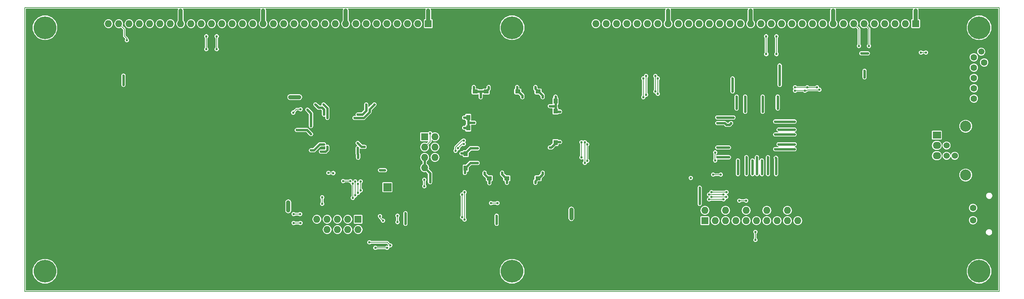
<source format=gbr>
G04 #@! TF.GenerationSoftware,KiCad,Pcbnew,(5.0.0-3-g5ebb6b6)*
G04 #@! TF.CreationDate,2018-10-15T21:33:50+02:00*
G04 #@! TF.ProjectId,infinitas,696E66696E697461732E6B696361645F,rev?*
G04 #@! TF.SameCoordinates,Original*
G04 #@! TF.FileFunction,Copper,L2,Bot,Signal*
G04 #@! TF.FilePolarity,Positive*
%FSLAX46Y46*%
G04 Gerber Fmt 4.6, Leading zero omitted, Abs format (unit mm)*
G04 Created by KiCad (PCBNEW (5.0.0-3-g5ebb6b6)) date Monday, 15. October 2018 um 21:33:50*
%MOMM*%
%LPD*%
G01*
G04 APERTURE LIST*
G04 #@! TA.AperFunction,NonConductor*
%ADD10C,0.150000*%
G04 #@! TD*
G04 #@! TA.AperFunction,ComponentPad*
%ADD11O,4.800000X4.800000*%
G04 #@! TD*
G04 #@! TA.AperFunction,ComponentPad*
%ADD12C,5.600000*%
G04 #@! TD*
G04 #@! TA.AperFunction,SMDPad,CuDef*
%ADD13R,1.300000X1.000000*%
G04 #@! TD*
G04 #@! TA.AperFunction,SMDPad,CuDef*
%ADD14R,1.000000X1.300000*%
G04 #@! TD*
G04 #@! TA.AperFunction,ComponentPad*
%ADD15R,2.032000X1.727200*%
G04 #@! TD*
G04 #@! TA.AperFunction,ComponentPad*
%ADD16O,2.032000X1.727200*%
G04 #@! TD*
G04 #@! TA.AperFunction,ComponentPad*
%ADD17R,1.727200X1.727200*%
G04 #@! TD*
G04 #@! TA.AperFunction,ComponentPad*
%ADD18O,1.727200X1.727200*%
G04 #@! TD*
G04 #@! TA.AperFunction,ComponentPad*
%ADD19R,2.032000X2.032000*%
G04 #@! TD*
G04 #@! TA.AperFunction,ComponentPad*
%ADD20O,2.032000X2.032000*%
G04 #@! TD*
G04 #@! TA.AperFunction,ComponentPad*
%ADD21C,1.600000*%
G04 #@! TD*
G04 #@! TA.AperFunction,ComponentPad*
%ADD22C,1.500000*%
G04 #@! TD*
G04 #@! TA.AperFunction,ComponentPad*
%ADD23R,5.250000X5.250000*%
G04 #@! TD*
G04 #@! TA.AperFunction,ComponentPad*
%ADD24C,1.524000*%
G04 #@! TD*
G04 #@! TA.AperFunction,ComponentPad*
%ADD25C,2.700020*%
G04 #@! TD*
G04 #@! TA.AperFunction,ViaPad*
%ADD26C,0.600000*%
G04 #@! TD*
G04 #@! TA.AperFunction,Conductor*
%ADD27C,0.600000*%
G04 #@! TD*
G04 #@! TA.AperFunction,Conductor*
%ADD28C,1.000000*%
G04 #@! TD*
G04 #@! TA.AperFunction,Conductor*
%ADD29C,0.200000*%
G04 #@! TD*
G04 #@! TA.AperFunction,Conductor*
%ADD30C,0.152400*%
G04 #@! TD*
G04 APERTURE END LIST*
D10*
X30000000Y-100000000D02*
X30000000Y-30000000D01*
X270000000Y-100000000D02*
X30000000Y-100000000D01*
X270000000Y-30000000D02*
X270000000Y-100000000D01*
X30000000Y-30000000D02*
X270000000Y-30000000D01*
D11*
G04 #@! TO.P,IC201,129*
G04 #@! TO.N,GND*
X210000000Y-61500000D03*
G04 #@! TD*
D12*
G04 #@! TO.P,B101,1*
G04 #@! TO.N,N/C*
X35000000Y-35000000D03*
G04 #@! TD*
G04 #@! TO.P,B102,1*
G04 #@! TO.N,N/C*
X150000000Y-35000000D03*
G04 #@! TD*
G04 #@! TO.P,B103,1*
G04 #@! TO.N,N/C*
X265000000Y-35000000D03*
G04 #@! TD*
G04 #@! TO.P,B104,1*
G04 #@! TO.N,N/C*
X35000000Y-95000000D03*
G04 #@! TD*
G04 #@! TO.P,B105,1*
G04 #@! TO.N,N/C*
X150000000Y-95000000D03*
G04 #@! TD*
G04 #@! TO.P,B106,1*
G04 #@! TO.N,N/C*
X265000000Y-95000000D03*
G04 #@! TD*
D13*
G04 #@! TO.P,C106,1*
G04 #@! TO.N,GND*
X144400000Y-70300000D03*
G04 #@! TO.P,C106,2*
G04 #@! TO.N,+3V3*
X144400000Y-72100000D03*
G04 #@! TD*
G04 #@! TO.P,C107,1*
G04 #@! TO.N,GND*
X148700000Y-70300000D03*
G04 #@! TO.P,C107,2*
G04 #@! TO.N,+3V3*
X148700000Y-72100000D03*
G04 #@! TD*
G04 #@! TO.P,C108,1*
G04 #@! TO.N,GND*
X156400000Y-70300000D03*
G04 #@! TO.P,C108,2*
G04 #@! TO.N,+3V3*
X156400000Y-72100000D03*
G04 #@! TD*
D14*
G04 #@! TO.P,C111,1*
G04 #@! TO.N,GND*
X158900000Y-63300000D03*
G04 #@! TO.P,C111,2*
G04 #@! TO.N,+3V3*
X160700000Y-63300000D03*
G04 #@! TD*
G04 #@! TO.P,C112,1*
G04 #@! TO.N,GND*
X158900000Y-55500000D03*
G04 #@! TO.P,C112,2*
G04 #@! TO.N,+3V3*
X160700000Y-55500000D03*
G04 #@! TD*
G04 #@! TO.P,C113,1*
G04 #@! TO.N,GND*
X158900000Y-53100000D03*
G04 #@! TO.P,C113,2*
G04 #@! TO.N,+3V3*
X160700000Y-53100000D03*
G04 #@! TD*
D13*
G04 #@! TO.P,C114,1*
G04 #@! TO.N,GND*
X156400000Y-52500000D03*
G04 #@! TO.P,C114,2*
G04 #@! TO.N,+3V3*
X156400000Y-50700000D03*
G04 #@! TD*
G04 #@! TO.P,C115,1*
G04 #@! TO.N,GND*
X151400000Y-52500000D03*
G04 #@! TO.P,C115,2*
G04 #@! TO.N,+3V3*
X151400000Y-50700000D03*
G04 #@! TD*
G04 #@! TO.P,C116,1*
G04 #@! TO.N,GND*
X143600000Y-52500000D03*
G04 #@! TO.P,C116,2*
G04 #@! TO.N,+3V3*
X143600000Y-50700000D03*
G04 #@! TD*
G04 #@! TO.P,C117,1*
G04 #@! TO.N,GND*
X140900000Y-52500000D03*
G04 #@! TO.P,C117,2*
G04 #@! TO.N,+3V3*
X140900000Y-50700000D03*
G04 #@! TD*
D14*
G04 #@! TO.P,C118,1*
G04 #@! TO.N,GND*
X141000000Y-57100000D03*
G04 #@! TO.P,C118,2*
G04 #@! TO.N,+3V3*
X139200000Y-57100000D03*
G04 #@! TD*
G04 #@! TO.P,C119,1*
G04 #@! TO.N,GND*
X141000000Y-59700000D03*
G04 #@! TO.P,C119,2*
G04 #@! TO.N,+3V3*
X139200000Y-59700000D03*
G04 #@! TD*
G04 #@! TO.P,C120,1*
G04 #@! TO.N,GND*
X140400000Y-66000000D03*
G04 #@! TO.P,C120,2*
G04 #@! TO.N,+3V3*
X138600000Y-66000000D03*
G04 #@! TD*
G04 #@! TO.P,C121,1*
G04 #@! TO.N,GND*
X140400000Y-69600000D03*
G04 #@! TO.P,C121,2*
G04 #@! TO.N,+3V3*
X138600000Y-69600000D03*
G04 #@! TD*
D15*
G04 #@! TO.P,X203,1*
G04 #@! TO.N,Net-(D201-Pad2)*
X254600000Y-61460000D03*
D16*
G04 #@! TO.P,X203,2*
G04 #@! TO.N,/UAC2 Interface/USBD_N*
X254600000Y-64000000D03*
G04 #@! TO.P,X203,3*
G04 #@! TO.N,/UAC2 Interface/USBD_P*
X254600000Y-66540000D03*
G04 #@! TO.P,X203,4*
G04 #@! TO.N,GND*
X254600000Y-69080000D03*
G04 #@! TD*
D17*
G04 #@! TO.P,X102,1*
G04 #@! TO.N,+12V*
X129370000Y-34000000D03*
D18*
G04 #@! TO.P,X102,2*
G04 #@! TO.N,GND*
X129370000Y-36540000D03*
G04 #@! TO.P,X102,3*
G04 #@! TO.N,/MDI:1*
X126830000Y-34000000D03*
G04 #@! TO.P,X102,4*
G04 #@! TO.N,GND*
X126830000Y-36540000D03*
G04 #@! TO.P,X102,5*
G04 #@! TO.N,/MDO:1*
X124290000Y-34000000D03*
G04 #@! TO.P,X102,6*
G04 #@! TO.N,GND*
X124290000Y-36540000D03*
G04 #@! TO.P,X102,7*
G04 #@! TO.N,/BCLK:1*
X121750000Y-34000000D03*
G04 #@! TO.P,X102,8*
G04 #@! TO.N,GND*
X121750000Y-36540000D03*
G04 #@! TO.P,X102,9*
G04 #@! TO.N,/LRCK:1*
X119210000Y-34000000D03*
G04 #@! TO.P,X102,10*
G04 #@! TO.N,GND*
X119210000Y-36540000D03*
G04 #@! TO.P,X102,11*
G04 #@! TO.N,/SDA:1*
X116670000Y-34000000D03*
G04 #@! TO.P,X102,12*
G04 #@! TO.N,GND*
X116670000Y-36540000D03*
G04 #@! TO.P,X102,13*
G04 #@! TO.N,/SCL:1*
X114130000Y-34000000D03*
G04 #@! TO.P,X102,14*
G04 #@! TO.N,GND*
X114130000Y-36540000D03*
G04 #@! TO.P,X102,15*
G04 #@! TO.N,/MCLK:1*
X111590000Y-34000000D03*
G04 #@! TO.P,X102,16*
G04 #@! TO.N,GND*
X111590000Y-36540000D03*
G04 #@! TO.P,X102,17*
G04 #@! TO.N,+12V*
X109050000Y-34000000D03*
G04 #@! TO.P,X102,18*
G04 #@! TO.N,GND*
X109050000Y-36540000D03*
G04 #@! TO.P,X102,19*
G04 #@! TO.N,/MDI:3*
X106510000Y-34000000D03*
G04 #@! TO.P,X102,20*
G04 #@! TO.N,GND*
X106510000Y-36540000D03*
G04 #@! TO.P,X102,21*
G04 #@! TO.N,/MDO:3*
X103970000Y-34000000D03*
G04 #@! TO.P,X102,22*
G04 #@! TO.N,GND*
X103970000Y-36540000D03*
G04 #@! TO.P,X102,23*
G04 #@! TO.N,/BCLK:3*
X101430000Y-34000000D03*
G04 #@! TO.P,X102,24*
G04 #@! TO.N,GND*
X101430000Y-36540000D03*
G04 #@! TO.P,X102,25*
G04 #@! TO.N,/LRCK:3*
X98890000Y-34000000D03*
G04 #@! TO.P,X102,26*
G04 #@! TO.N,GND*
X98890000Y-36540000D03*
G04 #@! TO.P,X102,27*
G04 #@! TO.N,/SDA:3*
X96350000Y-34000000D03*
G04 #@! TO.P,X102,28*
G04 #@! TO.N,GND*
X96350000Y-36540000D03*
G04 #@! TO.P,X102,29*
G04 #@! TO.N,/SCL:3*
X93810000Y-34000000D03*
G04 #@! TO.P,X102,30*
G04 #@! TO.N,GND*
X93810000Y-36540000D03*
G04 #@! TO.P,X102,31*
G04 #@! TO.N,/MCLK:3*
X91270000Y-34000000D03*
G04 #@! TO.P,X102,32*
G04 #@! TO.N,GND*
X91270000Y-36540000D03*
G04 #@! TO.P,X102,33*
G04 #@! TO.N,+12V*
X88730000Y-34000000D03*
G04 #@! TO.P,X102,34*
G04 #@! TO.N,GND*
X88730000Y-36540000D03*
G04 #@! TO.P,X102,35*
G04 #@! TO.N,/MDI:5*
X86190000Y-34000000D03*
G04 #@! TO.P,X102,36*
G04 #@! TO.N,GND*
X86190000Y-36540000D03*
G04 #@! TO.P,X102,37*
G04 #@! TO.N,/MDO:5*
X83650000Y-34000000D03*
G04 #@! TO.P,X102,38*
G04 #@! TO.N,GND*
X83650000Y-36540000D03*
G04 #@! TO.P,X102,39*
G04 #@! TO.N,/BCLK:5*
X81110000Y-34000000D03*
G04 #@! TO.P,X102,40*
G04 #@! TO.N,GND*
X81110000Y-36540000D03*
G04 #@! TO.P,X102,41*
G04 #@! TO.N,/LRCK:5*
X78570000Y-34000000D03*
G04 #@! TO.P,X102,42*
G04 #@! TO.N,GND*
X78570000Y-36540000D03*
G04 #@! TO.P,X102,43*
G04 #@! TO.N,/SDA:5*
X76030000Y-34000000D03*
G04 #@! TO.P,X102,44*
G04 #@! TO.N,GND*
X76030000Y-36540000D03*
G04 #@! TO.P,X102,45*
G04 #@! TO.N,/SCL:5*
X73490000Y-34000000D03*
G04 #@! TO.P,X102,46*
G04 #@! TO.N,GND*
X73490000Y-36540000D03*
G04 #@! TO.P,X102,47*
G04 #@! TO.N,/MCLK:5*
X70950000Y-34000000D03*
G04 #@! TO.P,X102,48*
G04 #@! TO.N,GND*
X70950000Y-36540000D03*
G04 #@! TO.P,X102,49*
G04 #@! TO.N,+12V*
X68410000Y-34000000D03*
G04 #@! TO.P,X102,50*
G04 #@! TO.N,GND*
X68410000Y-36540000D03*
G04 #@! TO.P,X102,51*
G04 #@! TO.N,/MDI:7*
X65870000Y-34000000D03*
G04 #@! TO.P,X102,52*
G04 #@! TO.N,GND*
X65870000Y-36540000D03*
G04 #@! TO.P,X102,53*
G04 #@! TO.N,/MDO:7*
X63330000Y-34000000D03*
G04 #@! TO.P,X102,54*
G04 #@! TO.N,GND*
X63330000Y-36540000D03*
G04 #@! TO.P,X102,55*
G04 #@! TO.N,/BCLK:7*
X60790000Y-34000000D03*
G04 #@! TO.P,X102,56*
G04 #@! TO.N,GND*
X60790000Y-36540000D03*
G04 #@! TO.P,X102,57*
G04 #@! TO.N,/LRCK:7*
X58250000Y-34000000D03*
G04 #@! TO.P,X102,58*
G04 #@! TO.N,GND*
X58250000Y-36540000D03*
G04 #@! TO.P,X102,59*
G04 #@! TO.N,/SDA:7*
X55710000Y-34000000D03*
G04 #@! TO.P,X102,60*
G04 #@! TO.N,GND*
X55710000Y-36540000D03*
G04 #@! TO.P,X102,61*
G04 #@! TO.N,/SCL:7*
X53170000Y-34000000D03*
G04 #@! TO.P,X102,62*
G04 #@! TO.N,GND*
X53170000Y-36540000D03*
G04 #@! TO.P,X102,63*
G04 #@! TO.N,/MCLK:7*
X50630000Y-34000000D03*
G04 #@! TO.P,X102,64*
G04 #@! TO.N,GND*
X50630000Y-36540000D03*
G04 #@! TD*
D17*
G04 #@! TO.P,X103,1*
G04 #@! TO.N,+12V*
X249370000Y-34000000D03*
D18*
G04 #@! TO.P,X103,2*
G04 #@! TO.N,GND*
X249370000Y-36540000D03*
G04 #@! TO.P,X103,3*
G04 #@! TO.N,/MDI:2*
X246830000Y-34000000D03*
G04 #@! TO.P,X103,4*
G04 #@! TO.N,GND*
X246830000Y-36540000D03*
G04 #@! TO.P,X103,5*
G04 #@! TO.N,/MDO:2*
X244290000Y-34000000D03*
G04 #@! TO.P,X103,6*
G04 #@! TO.N,GND*
X244290000Y-36540000D03*
G04 #@! TO.P,X103,7*
G04 #@! TO.N,/BCLK:2*
X241750000Y-34000000D03*
G04 #@! TO.P,X103,8*
G04 #@! TO.N,GND*
X241750000Y-36540000D03*
G04 #@! TO.P,X103,9*
G04 #@! TO.N,/LRCK:2*
X239210000Y-34000000D03*
G04 #@! TO.P,X103,10*
G04 #@! TO.N,GND*
X239210000Y-36540000D03*
G04 #@! TO.P,X103,11*
G04 #@! TO.N,/SDA:2*
X236670000Y-34000000D03*
G04 #@! TO.P,X103,12*
G04 #@! TO.N,GND*
X236670000Y-36540000D03*
G04 #@! TO.P,X103,13*
G04 #@! TO.N,/SCL:2*
X234130000Y-34000000D03*
G04 #@! TO.P,X103,14*
G04 #@! TO.N,GND*
X234130000Y-36540000D03*
G04 #@! TO.P,X103,15*
G04 #@! TO.N,/MCLK:2*
X231590000Y-34000000D03*
G04 #@! TO.P,X103,16*
G04 #@! TO.N,GND*
X231590000Y-36540000D03*
G04 #@! TO.P,X103,17*
G04 #@! TO.N,+12V*
X229050000Y-34000000D03*
G04 #@! TO.P,X103,18*
G04 #@! TO.N,GND*
X229050000Y-36540000D03*
G04 #@! TO.P,X103,19*
G04 #@! TO.N,/MDI:4*
X226510000Y-34000000D03*
G04 #@! TO.P,X103,20*
G04 #@! TO.N,GND*
X226510000Y-36540000D03*
G04 #@! TO.P,X103,21*
G04 #@! TO.N,/MDO:4*
X223970000Y-34000000D03*
G04 #@! TO.P,X103,22*
G04 #@! TO.N,GND*
X223970000Y-36540000D03*
G04 #@! TO.P,X103,23*
G04 #@! TO.N,/BCLK:4*
X221430000Y-34000000D03*
G04 #@! TO.P,X103,24*
G04 #@! TO.N,GND*
X221430000Y-36540000D03*
G04 #@! TO.P,X103,25*
G04 #@! TO.N,/LRCK:4*
X218890000Y-34000000D03*
G04 #@! TO.P,X103,26*
G04 #@! TO.N,GND*
X218890000Y-36540000D03*
G04 #@! TO.P,X103,27*
G04 #@! TO.N,/SDA:4*
X216350000Y-34000000D03*
G04 #@! TO.P,X103,28*
G04 #@! TO.N,GND*
X216350000Y-36540000D03*
G04 #@! TO.P,X103,29*
G04 #@! TO.N,/SCL:4*
X213810000Y-34000000D03*
G04 #@! TO.P,X103,30*
G04 #@! TO.N,GND*
X213810000Y-36540000D03*
G04 #@! TO.P,X103,31*
G04 #@! TO.N,/MCLK:4*
X211270000Y-34000000D03*
G04 #@! TO.P,X103,32*
G04 #@! TO.N,GND*
X211270000Y-36540000D03*
G04 #@! TO.P,X103,33*
G04 #@! TO.N,+12V*
X208730000Y-34000000D03*
G04 #@! TO.P,X103,34*
G04 #@! TO.N,GND*
X208730000Y-36540000D03*
G04 #@! TO.P,X103,35*
G04 #@! TO.N,/MDI:6*
X206190000Y-34000000D03*
G04 #@! TO.P,X103,36*
G04 #@! TO.N,GND*
X206190000Y-36540000D03*
G04 #@! TO.P,X103,37*
G04 #@! TO.N,/MDO:6*
X203650000Y-34000000D03*
G04 #@! TO.P,X103,38*
G04 #@! TO.N,GND*
X203650000Y-36540000D03*
G04 #@! TO.P,X103,39*
G04 #@! TO.N,/BCLK:6*
X201110000Y-34000000D03*
G04 #@! TO.P,X103,40*
G04 #@! TO.N,GND*
X201110000Y-36540000D03*
G04 #@! TO.P,X103,41*
G04 #@! TO.N,/LRCK:6*
X198570000Y-34000000D03*
G04 #@! TO.P,X103,42*
G04 #@! TO.N,GND*
X198570000Y-36540000D03*
G04 #@! TO.P,X103,43*
G04 #@! TO.N,/SDA:6*
X196030000Y-34000000D03*
G04 #@! TO.P,X103,44*
G04 #@! TO.N,GND*
X196030000Y-36540000D03*
G04 #@! TO.P,X103,45*
G04 #@! TO.N,/SCL:6*
X193490000Y-34000000D03*
G04 #@! TO.P,X103,46*
G04 #@! TO.N,GND*
X193490000Y-36540000D03*
G04 #@! TO.P,X103,47*
G04 #@! TO.N,/MCLK:6*
X190950000Y-34000000D03*
G04 #@! TO.P,X103,48*
G04 #@! TO.N,GND*
X190950000Y-36540000D03*
G04 #@! TO.P,X103,49*
G04 #@! TO.N,+12V*
X188410000Y-34000000D03*
G04 #@! TO.P,X103,50*
G04 #@! TO.N,GND*
X188410000Y-36540000D03*
G04 #@! TO.P,X103,51*
G04 #@! TO.N,/MDI:8*
X185870000Y-34000000D03*
G04 #@! TO.P,X103,52*
G04 #@! TO.N,GND*
X185870000Y-36540000D03*
G04 #@! TO.P,X103,53*
G04 #@! TO.N,/MDO:8*
X183330000Y-34000000D03*
G04 #@! TO.P,X103,54*
G04 #@! TO.N,GND*
X183330000Y-36540000D03*
G04 #@! TO.P,X103,55*
G04 #@! TO.N,/BCLK:8*
X180790000Y-34000000D03*
G04 #@! TO.P,X103,56*
G04 #@! TO.N,GND*
X180790000Y-36540000D03*
G04 #@! TO.P,X103,57*
G04 #@! TO.N,/LRCK:8*
X178250000Y-34000000D03*
G04 #@! TO.P,X103,58*
G04 #@! TO.N,GND*
X178250000Y-36540000D03*
G04 #@! TO.P,X103,59*
G04 #@! TO.N,/SDA:8*
X175710000Y-34000000D03*
G04 #@! TO.P,X103,60*
G04 #@! TO.N,GND*
X175710000Y-36540000D03*
G04 #@! TO.P,X103,61*
G04 #@! TO.N,/SCL:8*
X173170000Y-34000000D03*
G04 #@! TO.P,X103,62*
G04 #@! TO.N,GND*
X173170000Y-36540000D03*
G04 #@! TO.P,X103,63*
G04 #@! TO.N,/MCLK:8*
X170630000Y-34000000D03*
G04 #@! TO.P,X103,64*
G04 #@! TO.N,GND*
X170630000Y-36540000D03*
G04 #@! TD*
D17*
G04 #@! TO.P,X301,1*
G04 #@! TO.N,Net-(IC301-Pad31)*
X112100000Y-82200000D03*
D18*
G04 #@! TO.P,X301,2*
G04 #@! TO.N,N/C*
X112100000Y-84740000D03*
G04 #@! TO.P,X301,3*
G04 #@! TO.N,Net-(IC301-Pad30)*
X109560000Y-82200000D03*
G04 #@! TO.P,X301,4*
G04 #@! TO.N,N/C*
X109560000Y-84740000D03*
G04 #@! TO.P,X301,5*
G04 #@! TO.N,/DSP/MISO*
X107020000Y-82200000D03*
G04 #@! TO.P,X301,6*
G04 #@! TO.N,/~USBRST*
X107020000Y-84740000D03*
G04 #@! TO.P,X301,7*
G04 #@! TO.N,/DSP/SCLK*
X104480000Y-82200000D03*
G04 #@! TO.P,X301,8*
G04 #@! TO.N,/DSP/MOSI*
X104480000Y-84740000D03*
G04 #@! TO.P,X301,9*
G04 #@! TO.N,/DSP/~SS*
X101940000Y-82200000D03*
G04 #@! TO.P,X301,10*
G04 #@! TO.N,GND*
X101940000Y-84740000D03*
G04 #@! TD*
D17*
G04 #@! TO.P,X101,1*
G04 #@! TO.N,/TDI*
X128460000Y-61860000D03*
D18*
G04 #@! TO.P,X101,2*
G04 #@! TO.N,N/C*
X131000000Y-61860000D03*
G04 #@! TO.P,X101,3*
G04 #@! TO.N,/TCK*
X128460000Y-64400000D03*
G04 #@! TO.P,X101,4*
G04 #@! TO.N,/TMS*
X131000000Y-64400000D03*
G04 #@! TO.P,X101,5*
G04 #@! TO.N,+3V3*
X128460000Y-66940000D03*
G04 #@! TO.P,X101,6*
G04 #@! TO.N,/TDO*
X131000000Y-66940000D03*
G04 #@! TO.P,X101,7*
G04 #@! TO.N,+3V3*
X128460000Y-69480000D03*
G04 #@! TO.P,X101,8*
G04 #@! TO.N,GND*
X131000000Y-69480000D03*
G04 #@! TD*
D17*
G04 #@! TO.P,X201,1*
G04 #@! TO.N,N/C*
X197480000Y-82540000D03*
D18*
G04 #@! TO.P,X201,2*
X197480000Y-80000000D03*
G04 #@! TO.P,X201,3*
X200020000Y-82540000D03*
G04 #@! TO.P,X201,4*
G04 #@! TO.N,GND*
X200020000Y-80000000D03*
G04 #@! TO.P,X201,5*
G04 #@! TO.N,/UAC2 Interface/TDI*
X202560000Y-82540000D03*
G04 #@! TO.P,X201,6*
G04 #@! TO.N,/UAC2 Interface/XL_UP1*
X202560000Y-80000000D03*
G04 #@! TO.P,X201,7*
G04 #@! TO.N,/UAC2 Interface/TMS*
X205100000Y-82540000D03*
G04 #@! TO.P,X201,8*
G04 #@! TO.N,GND*
X205100000Y-80000000D03*
G04 #@! TO.P,X201,9*
G04 #@! TO.N,/UAC2 Interface/TCK*
X207640000Y-82540000D03*
G04 #@! TO.P,X201,10*
G04 #@! TO.N,/UAC2 Interface/XL_UP0*
X207640000Y-80000000D03*
G04 #@! TO.P,X201,11*
G04 #@! TO.N,N/C*
X210180000Y-82540000D03*
G04 #@! TO.P,X201,12*
G04 #@! TO.N,GND*
X210180000Y-80000000D03*
G04 #@! TO.P,X201,13*
G04 #@! TO.N,/UAC2 Interface/TDO*
X212720000Y-82540000D03*
G04 #@! TO.P,X201,14*
G04 #@! TO.N,/UAC2 Interface/XL_DN0*
X212720000Y-80000000D03*
G04 #@! TO.P,X201,15*
G04 #@! TO.N,/UAC2 Interface/XSYS_RST_N*
X215260000Y-82540000D03*
G04 #@! TO.P,X201,16*
G04 #@! TO.N,GND*
X215260000Y-80000000D03*
G04 #@! TO.P,X201,17*
G04 #@! TO.N,N/C*
X217800000Y-82540000D03*
G04 #@! TO.P,X201,18*
G04 #@! TO.N,/UAC2 Interface/XL_DN1*
X217800000Y-80000000D03*
G04 #@! TO.P,X201,19*
G04 #@! TO.N,N/C*
X220340000Y-82540000D03*
G04 #@! TO.P,X201,20*
G04 #@! TO.N,GND*
X220340000Y-80000000D03*
G04 #@! TD*
D19*
G04 #@! TO.P,JP301,1*
G04 #@! TO.N,Net-(IC301-Pad34)*
X119300000Y-74300000D03*
D20*
G04 #@! TO.P,JP301,2*
G04 #@! TO.N,GND*
X119300000Y-76840000D03*
G04 #@! TD*
D21*
G04 #@! TO.P,X104,1*
G04 #@! TO.N,+5V*
X263730000Y-42285000D03*
G04 #@! TO.P,X104,2*
X266270000Y-43555000D03*
G04 #@! TO.P,X104,3*
G04 #@! TO.N,/WCLKOUT*
X263730000Y-44825000D03*
G04 #@! TO.P,X104,4*
G04 #@! TO.N,GND*
X266270000Y-46095000D03*
G04 #@! TO.P,X104,5*
G04 #@! TO.N,/WCLKIN*
X263730000Y-47365000D03*
G04 #@! TO.P,X104,6*
G04 #@! TO.N,GND*
X266270000Y-48635000D03*
G04 #@! TO.P,X104,7*
G04 #@! TO.N,/SPDIFOUT*
X263730000Y-49905000D03*
G04 #@! TO.P,X104,8*
G04 #@! TO.N,GND*
X266270000Y-51175000D03*
G04 #@! TO.P,X104,9*
G04 #@! TO.N,/SPDIFIN*
X263730000Y-52445000D03*
G04 #@! TO.P,X104,10*
G04 #@! TO.N,GND*
X266270000Y-53715000D03*
D22*
G04 #@! TO.P,X104,11*
G04 #@! TO.N,N/C*
X265530000Y-40885000D03*
G04 #@! TD*
D21*
G04 #@! TO.P,X105,1*
G04 #@! TO.N,+12V*
X263500000Y-82400000D03*
G04 #@! TO.P,X105,2*
X263500000Y-79400000D03*
G04 #@! TO.P,X105,3*
G04 #@! TO.N,GND*
X266500000Y-82400000D03*
G04 #@! TO.P,X105,4*
X266500000Y-79400000D03*
G04 #@! TD*
D23*
G04 #@! TO.P,IC301,73*
G04 #@! TO.N,GND*
X107850000Y-60500000D03*
G04 #@! TD*
D24*
G04 #@! TO.P,X202,2*
G04 #@! TO.N,/UAC2 Interface/USBD_N*
X257000000Y-66540000D03*
G04 #@! TO.P,X202,1*
G04 #@! TO.N,Net-(D201-Pad2)*
X257000000Y-64000000D03*
G04 #@! TO.P,X202,4*
G04 #@! TO.N,GND*
X258998980Y-64000000D03*
G04 #@! TO.P,X202,3*
G04 #@! TO.N,/UAC2 Interface/USBD_P*
X258998980Y-66540000D03*
D25*
G04 #@! TO.P,X202,5*
G04 #@! TO.N,Net-(C208-Pad2)*
X261699000Y-71269480D03*
X261699000Y-59270520D03*
G04 #@! TD*
D26*
G04 #@! TO.N,GND*
X99100000Y-85000000D03*
X101700000Y-87500000D03*
X239600000Y-50900000D03*
X67400000Y-48400000D03*
X60200000Y-52700000D03*
X67400000Y-42575000D03*
X185600000Y-88200000D03*
X172700000Y-86000000D03*
X145600000Y-70700000D03*
X137926605Y-60401837D03*
X137363829Y-65157250D03*
X140700000Y-55900000D03*
X153473389Y-78796685D03*
X148400000Y-77900000D03*
X127500000Y-57900000D03*
X157900000Y-79400000D03*
X230700000Y-87500000D03*
X247100000Y-87500000D03*
X229000000Y-68900000D03*
X239600000Y-66700000D03*
X249200000Y-42100000D03*
X250100000Y-48700000D03*
X250100000Y-47800000D03*
X164700000Y-71500000D03*
X159700000Y-76100000D03*
X161100000Y-77000000D03*
X155250000Y-70700000D03*
X163100000Y-77000000D03*
X159300000Y-65650000D03*
X159300000Y-56650000D03*
X159300000Y-62150000D03*
X155250000Y-52100000D03*
X150250000Y-52100000D03*
X144750000Y-52100000D03*
X203158730Y-58109354D03*
X205600000Y-72150000D03*
X196303202Y-62816000D03*
X199450000Y-58500000D03*
X199450000Y-57100000D03*
X215400000Y-50850000D03*
X213000000Y-50850000D03*
X210300000Y-50850000D03*
X209100000Y-50850000D03*
X207400000Y-50850000D03*
X205300000Y-50850000D03*
X199450000Y-60900000D03*
X199450000Y-64500000D03*
X199300000Y-66900000D03*
X198225000Y-69430000D03*
X213000000Y-72150000D03*
X211500000Y-72150000D03*
X210300000Y-72150000D03*
X207700000Y-72150000D03*
X209200000Y-72150000D03*
X220650000Y-61300000D03*
X220650000Y-60100000D03*
X220650000Y-58900000D03*
X220650000Y-57300000D03*
X215000000Y-72150000D03*
X219495000Y-68700000D03*
X220650000Y-63700000D03*
X220650000Y-64900000D03*
X220650000Y-66500000D03*
X103700000Y-64700000D03*
X103482076Y-58749997D03*
X112850000Y-55500000D03*
X102850000Y-55500000D03*
X112850000Y-65500000D03*
X106599934Y-64867861D03*
X103482097Y-62750024D03*
X107850000Y-75305000D03*
X149750000Y-73200000D03*
X101600000Y-52100000D03*
X103600000Y-52100000D03*
X99600000Y-52100000D03*
X95194668Y-59200000D03*
X98700000Y-61200000D03*
X98694668Y-59200000D03*
X98700000Y-65200000D03*
X103900000Y-69800000D03*
X114100000Y-52100000D03*
X112100000Y-52100000D03*
X116100000Y-52100000D03*
X119000000Y-71500000D03*
X116094668Y-68700000D03*
X114100000Y-68800000D03*
X112100000Y-68800000D03*
X174000000Y-76800000D03*
X176000000Y-76800000D03*
X180900000Y-86200000D03*
X189400000Y-84000000D03*
X195400000Y-57400000D03*
X197800000Y-62700000D03*
X194000000Y-70200000D03*
X197800000Y-59200000D03*
X225000000Y-76200000D03*
X256300000Y-86200000D03*
X239900000Y-86200000D03*
X249400000Y-76800000D03*
X251400000Y-76800000D03*
X233000000Y-76800000D03*
X235000000Y-76800000D03*
X242200000Y-66900000D03*
X253800000Y-72100000D03*
X252200000Y-70200000D03*
X259900000Y-73900000D03*
X198000000Y-88200000D03*
X190300000Y-85400000D03*
X244100000Y-72900000D03*
X222300000Y-59400000D03*
G04 #@! TO.N,+3V3*
X123749839Y-80700000D03*
X123749839Y-83300091D03*
X146194554Y-81300080D03*
X146200091Y-83300091D03*
X164600000Y-81900020D03*
X164600000Y-79800000D03*
X157550002Y-70700000D03*
X117500000Y-70100000D03*
X118700000Y-70100000D03*
X114100000Y-53900000D03*
X112000000Y-56400000D03*
X112000000Y-63400000D03*
X113700000Y-64350000D03*
X103700000Y-56400000D03*
X103700000Y-63700000D03*
X100500000Y-65200000D03*
X101600000Y-53900000D03*
X142250002Y-52100000D03*
X140588235Y-49611765D03*
X144249999Y-49594279D03*
X160700000Y-52000000D03*
X157550002Y-52100000D03*
X152550002Y-52100000D03*
X151249999Y-49594279D03*
X155749999Y-49594279D03*
X94900000Y-80000000D03*
X94900000Y-77996399D03*
X54312113Y-46787887D03*
X54315968Y-49054499D03*
X143249998Y-70700000D03*
X147549998Y-70700000D03*
X148750000Y-73200000D03*
X144424265Y-73275735D03*
X129800000Y-73043631D03*
X141525010Y-68300000D03*
X138377463Y-70777463D03*
X141525010Y-64700000D03*
X137548990Y-65939990D03*
X138200000Y-57150000D03*
X140700000Y-58400000D03*
X138200000Y-59650000D03*
X155750000Y-73200000D03*
X159300000Y-54300000D03*
X161805721Y-55649999D03*
X159300000Y-64500000D03*
X161805721Y-63149999D03*
X95399990Y-52100000D03*
X97600000Y-52100000D03*
G04 #@! TO.N,/TMS*
X136085421Y-65300000D03*
X138100000Y-62800000D03*
G04 #@! TO.N,/TCK*
X136700000Y-64700000D03*
X138100000Y-63650001D03*
X129823602Y-61000000D03*
G04 #@! TO.N,+12V*
X188410000Y-30800000D03*
X129370000Y-30800000D03*
X109050000Y-30800000D03*
X88730000Y-30800000D03*
X68410000Y-30800000D03*
X208730000Y-30800000D03*
X249370000Y-30800000D03*
X229050000Y-30800000D03*
G04 #@! TO.N,+5V*
X204300000Y-50700000D03*
X204300000Y-47499950D03*
G04 #@! TO.N,/SDA*
X118200100Y-82500080D03*
X117500000Y-81400000D03*
X168500000Y-67765757D03*
X225700000Y-50300000D03*
X168500000Y-63765686D03*
X138300000Y-75534313D03*
X185900000Y-51300001D03*
X185900000Y-47499950D03*
X222100021Y-50500000D03*
X219700000Y-50500003D03*
X138300000Y-82300090D03*
G04 #@! TO.N,/SCL*
X167900000Y-68300000D03*
X225100052Y-49700000D03*
X167900000Y-63200000D03*
X137700000Y-81700090D03*
X137700000Y-76100000D03*
X185299999Y-50700000D03*
X185299999Y-46900000D03*
X222700021Y-49700000D03*
X219700000Y-49700000D03*
G04 #@! TO.N,/~RST*
X119232072Y-89232072D03*
X116334964Y-89234964D03*
X96199990Y-80900000D03*
X97800000Y-80900000D03*
X103238687Y-76800000D03*
X103238687Y-78400000D03*
X106000010Y-70800000D03*
X104790687Y-70790687D03*
G04 #@! TO.N,+1V0*
X213000000Y-66900000D03*
X210300000Y-66900000D03*
X214800000Y-64900000D03*
X214800000Y-58100000D03*
X214800000Y-61300000D03*
X207700000Y-66899990D03*
X219550000Y-58100000D03*
X203400000Y-64500000D03*
X200550000Y-64500000D03*
X203400000Y-66900000D03*
X200550000Y-66900000D03*
X207700000Y-71050000D03*
X210300000Y-71050000D03*
X213000000Y-71050000D03*
X219550000Y-64900000D03*
X219550000Y-61300000D03*
X204500000Y-57100000D03*
X200550000Y-57100000D03*
X207400000Y-55700000D03*
X207400000Y-51950000D03*
X211700000Y-55700000D03*
X211700000Y-51950000D03*
G04 #@! TO.N,/XMCLK*
X167100000Y-66965737D03*
X167100000Y-63200000D03*
X199526359Y-71200000D03*
X201400000Y-71200000D03*
G04 #@! TO.N,/XTDMOUT4*
X199100000Y-75500000D03*
X202800000Y-75500000D03*
G04 #@! TO.N,/XTDMOUT3*
X198500000Y-76100000D03*
X202100000Y-76100000D03*
G04 #@! TO.N,/XTDMOUT2*
X199100000Y-76700000D03*
X202747607Y-76700000D03*
G04 #@! TO.N,/XTDMOUT1*
X198500000Y-77300000D03*
X202100000Y-77300000D03*
G04 #@! TO.N,VDD*
X196200000Y-78400000D03*
X194000000Y-72000000D03*
X236800000Y-45599980D03*
X236800000Y-47199990D03*
X215900000Y-44299882D03*
X215900000Y-49100000D03*
X235999980Y-41300000D03*
X237600000Y-41300000D03*
X211500000Y-67700000D03*
X209200000Y-67700000D03*
X214953010Y-67053010D03*
X215646270Y-63700000D03*
X215646270Y-60100000D03*
X205600000Y-67700000D03*
X209200000Y-71050000D03*
X211500000Y-71050000D03*
X200550000Y-58500000D03*
X203951887Y-58500000D03*
X215400000Y-54900000D03*
X215400000Y-51950000D03*
X205300000Y-51950000D03*
X205300000Y-54900000D03*
X205600000Y-71050000D03*
X215000000Y-71050000D03*
X219600000Y-63700000D03*
X219550000Y-60100000D03*
X196200000Y-74400000D03*
G04 #@! TO.N,/UAC2 Interface/RST_N*
X200000000Y-67700000D03*
X200000000Y-65723800D03*
G04 #@! TO.N,/UAC2 Interface/XSYS_RST_N*
X209900000Y-85299989D03*
X209900000Y-87299990D03*
G04 #@! TO.N,/UAC2 Interface/XL_UP1*
X207641300Y-77600000D03*
X205950001Y-77600000D03*
G04 #@! TO.N,/SDA:2*
X237900000Y-39503631D03*
G04 #@! TO.N,/SCL:2*
X235400000Y-39503631D03*
G04 #@! TO.N,/SDA:4*
X215100000Y-41503681D03*
X215100000Y-37103601D03*
G04 #@! TO.N,/SCL:4*
X212600000Y-41503681D03*
X212568323Y-37103601D03*
G04 #@! TO.N,/SDA:8*
X251900000Y-41100000D03*
X250700000Y-41100000D03*
G04 #@! TO.N,VPP*
X104500000Y-64300000D03*
X112100000Y-67000000D03*
X112000000Y-64600000D03*
X104500000Y-57200000D03*
X116100000Y-53900000D03*
X111200000Y-57200000D03*
X102949998Y-65500000D03*
X103600000Y-53900000D03*
G04 #@! TO.N,/TDMOUT2*
X128400000Y-74043642D03*
X128400000Y-72443631D03*
G04 #@! TO.N,/TDMOUT0*
X144800000Y-78200000D03*
X146400000Y-78200000D03*
G04 #@! TO.N,/SPDIFIN*
X182300000Y-47499950D03*
X182300000Y-52100020D03*
G04 #@! TO.N,/SPDIFOUT*
X183000000Y-46899950D03*
X183000000Y-51500020D03*
G04 #@! TO.N,/MCLK*
X121800000Y-81300080D03*
X121800000Y-82900090D03*
X96199992Y-83100000D03*
X97900000Y-83100000D03*
G04 #@! TO.N,/SDA:5*
X77300000Y-37103601D03*
X77300000Y-40303651D03*
G04 #@! TO.N,/SCL:5*
X74731677Y-37103601D03*
X74700000Y-40303651D03*
G04 #@! TO.N,/SCL:7*
X55146399Y-38100000D03*
G04 #@! TO.N,/~USBRST*
X114870736Y-87870736D03*
X120000000Y-88600000D03*
G04 #@! TO.N,/DSP/MOSI*
X112100000Y-75635011D03*
X112100000Y-73435000D03*
G04 #@! TO.N,/DSP/~SS*
X112700000Y-75035011D03*
X112700000Y-72850518D03*
G04 #@! TO.N,Net-(C301-Pad2)*
X100494668Y-59200000D03*
X99600000Y-55199990D03*
G04 #@! TO.N,Net-(C303-Pad1)*
X100500000Y-61200000D03*
X97000000Y-60200000D03*
G04 #@! TO.N,Net-(IC301-Pad3)*
X96100000Y-55900000D03*
X97929264Y-55070736D03*
G04 #@! TO.N,Net-(IC301-Pad29)*
X110200000Y-72765000D03*
X108400000Y-72765000D03*
G04 #@! TO.N,Net-(IC301-Pad30)*
X110815264Y-76900000D03*
X110815264Y-73419736D03*
G04 #@! TO.N,Net-(IC301-Pad31)*
X111415264Y-76300000D03*
X111413208Y-72888260D03*
G04 #@! TD*
D27*
G04 #@! TO.N,+3V3*
X123749839Y-83300091D02*
X123749839Y-80700000D01*
X146200091Y-83300091D02*
X146200091Y-81305617D01*
X146200091Y-81305617D02*
X146194554Y-81300080D01*
D28*
X164600000Y-79800000D02*
X164600000Y-81900020D01*
D27*
X157550002Y-70700000D02*
X157550002Y-71124264D01*
X118700000Y-70100000D02*
X117500000Y-70100000D01*
X114100000Y-55434002D02*
X114100000Y-55000000D01*
X114100000Y-55000000D02*
X114100000Y-53900000D01*
X112900000Y-64300000D02*
X112000000Y-63400000D01*
X112950000Y-64350000D02*
X112900000Y-64300000D01*
X112000000Y-56400000D02*
X113134002Y-56400000D01*
X113134002Y-56400000D02*
X114100000Y-55434002D01*
X113700000Y-64350000D02*
X112950000Y-64350000D01*
X103700000Y-56400000D02*
X103700000Y-55165998D01*
X103700000Y-55165998D02*
X103234002Y-54700000D01*
X101200000Y-65200000D02*
X100500000Y-65200000D01*
X101200000Y-65200000D02*
X102700000Y-63700000D01*
X102700000Y-63700000D02*
X103700000Y-63700000D01*
X103234002Y-54700000D02*
X102400000Y-54700000D01*
X102400000Y-54700000D02*
X101600000Y-53900000D01*
X148750000Y-73200000D02*
X148750000Y-72150000D01*
X148750000Y-72150000D02*
X148700000Y-72100000D01*
X161805721Y-55649999D02*
X160849999Y-55649999D01*
X160849999Y-55649999D02*
X160700000Y-55500000D01*
X160700000Y-55500000D02*
X160700000Y-54300000D01*
X160700000Y-54300000D02*
X160700000Y-53100000D01*
X159650000Y-54300000D02*
X160700000Y-54300000D01*
X139200000Y-59700000D02*
X139200000Y-58500000D01*
X139200000Y-58500000D02*
X139200000Y-57100000D01*
X140700000Y-58400000D02*
X139300000Y-58400000D01*
X139300000Y-58400000D02*
X139200000Y-58500000D01*
X143600000Y-50700000D02*
X142200000Y-50700000D01*
X142200000Y-50700000D02*
X140900000Y-50700000D01*
X142250002Y-52100000D02*
X142250002Y-50750002D01*
X142250002Y-50750002D02*
X142200000Y-50700000D01*
X143600000Y-50700000D02*
X143450000Y-50700000D01*
X141050000Y-50700000D02*
X140900000Y-50700000D01*
X143600000Y-50700000D02*
X143450002Y-50700000D01*
X144249999Y-49594279D02*
X144249999Y-50050001D01*
X144249999Y-50050001D02*
X143600000Y-50700000D01*
X140588235Y-49611765D02*
X140588235Y-50288235D01*
X140588235Y-50288235D02*
X141000000Y-50700000D01*
X160700000Y-53100000D02*
X160700000Y-52000000D01*
X159300000Y-54300000D02*
X159724264Y-54300000D01*
X160700000Y-53324264D02*
X160700000Y-53100000D01*
X156400000Y-50700000D02*
X156550000Y-50700000D01*
X156550000Y-50700000D02*
X157550002Y-51700002D01*
X157550002Y-51700002D02*
X157550002Y-52100000D01*
X155749999Y-49594279D02*
X155749999Y-50049999D01*
X155749999Y-50049999D02*
X156400000Y-50700000D01*
X151400000Y-50700000D02*
X151550000Y-50700000D01*
X151550000Y-50700000D02*
X152550002Y-51700002D01*
X152550002Y-51700002D02*
X152550002Y-52100000D01*
X151249999Y-49594279D02*
X151249999Y-50549999D01*
X151249999Y-50549999D02*
X151400000Y-50700000D01*
D28*
X94900000Y-80000000D02*
X94900000Y-77996399D01*
D27*
X54315968Y-49054499D02*
X54315968Y-46791742D01*
X54315968Y-46791742D02*
X54312113Y-46787887D01*
X144250000Y-72100000D02*
X143249998Y-71099998D01*
X143249998Y-71099998D02*
X143249998Y-70700000D01*
X148550000Y-72100000D02*
X147549998Y-71099998D01*
X147549998Y-71099998D02*
X147549998Y-70700000D01*
X148700000Y-72100000D02*
X148550000Y-72100000D01*
X144400000Y-72100000D02*
X144250000Y-72100000D01*
X144424265Y-73275735D02*
X144424265Y-72124265D01*
X144424265Y-72124265D02*
X144400000Y-72100000D01*
X128460000Y-69480000D02*
X129800000Y-70820000D01*
X129800000Y-70820000D02*
X129800000Y-73043631D01*
X138600000Y-69600000D02*
X138600000Y-69450000D01*
X138600000Y-69450000D02*
X139750000Y-68300000D01*
X139750000Y-68300000D02*
X141525010Y-68300000D01*
X138377463Y-70777463D02*
X138377463Y-69822537D01*
X138377463Y-69822537D02*
X138600000Y-69600000D01*
X138600000Y-66000000D02*
X138600000Y-65850000D01*
X138600000Y-65850000D02*
X139750000Y-64700000D01*
X139750000Y-64700000D02*
X141525010Y-64700000D01*
X137548990Y-65939990D02*
X138539990Y-65939990D01*
X138539990Y-65939990D02*
X138600000Y-66000000D01*
X139200000Y-57100000D02*
X139200000Y-57350002D01*
X140249998Y-58400000D02*
X140275736Y-58400000D01*
X140275736Y-58400000D02*
X140700000Y-58400000D01*
X139200000Y-57100000D02*
X139200000Y-56950000D01*
X138200000Y-57150000D02*
X139150000Y-57150000D01*
X139150000Y-57150000D02*
X139200000Y-57100000D01*
X139200000Y-59700000D02*
X139200000Y-59550000D01*
X138200000Y-59650000D02*
X139150000Y-59650000D01*
X139150000Y-59650000D02*
X139200000Y-59700000D01*
X128464331Y-69484331D02*
X128460000Y-69480000D01*
X128460000Y-69480000D02*
X128460000Y-66940000D01*
X157550002Y-71124264D02*
X156574266Y-72100000D01*
X156574266Y-72100000D02*
X156400000Y-72100000D01*
X155750000Y-73200000D02*
X155750000Y-72750000D01*
X155750000Y-72750000D02*
X156400000Y-72100000D01*
X160700000Y-55500000D02*
X160700000Y-55350000D01*
X159650000Y-54300000D02*
X159300000Y-54300000D01*
X161805721Y-63149999D02*
X160850001Y-63149999D01*
X160850001Y-63149999D02*
X160700000Y-63300000D01*
X160700000Y-63300000D02*
X160700000Y-63450000D01*
X160700000Y-63450000D02*
X159650000Y-64500000D01*
X159650000Y-64500000D02*
X159300000Y-64500000D01*
D28*
X97600000Y-52100000D02*
X95399990Y-52100000D01*
D29*
G04 #@! TO.N,/TMS*
X138100000Y-62800000D02*
X137675736Y-62800000D01*
X137675736Y-62800000D02*
X136085421Y-64390315D01*
X136085421Y-64390315D02*
X136085421Y-65300000D01*
G04 #@! TO.N,/TCK*
X136700000Y-64700000D02*
X137749999Y-63650001D01*
X137749999Y-63650001D02*
X138100000Y-63650001D01*
X128460000Y-64400000D02*
X129823602Y-63036398D01*
X129823602Y-63036398D02*
X129823602Y-61000000D01*
D28*
G04 #@! TO.N,+12V*
X188410000Y-34000000D02*
X188410000Y-30800000D01*
X129370000Y-34000000D02*
X129370000Y-30800000D01*
X88730000Y-34000000D02*
X88730000Y-30800000D01*
X68410000Y-34000000D02*
X68410000Y-30800000D01*
X109050000Y-34000000D02*
X109050000Y-30800000D01*
X249370000Y-30800000D02*
X249370000Y-34000000D01*
X229050000Y-30800000D02*
X229050000Y-34000000D01*
X208730000Y-30800000D02*
X208730000Y-34000000D01*
D27*
G04 #@! TO.N,+5V*
X204300000Y-50700000D02*
X204300000Y-47499950D01*
D29*
G04 #@! TO.N,/SDA*
X117500000Y-81400000D02*
X117500000Y-81799980D01*
X117500000Y-81799980D02*
X118200100Y-82500080D01*
X168500000Y-66600000D02*
X168500000Y-67765757D01*
X224875715Y-50324285D02*
X225675715Y-50324285D01*
X225675715Y-50324285D02*
X225700000Y-50300000D01*
X168500000Y-63765686D02*
X168500000Y-66600000D01*
X222100021Y-50500000D02*
X222524285Y-50500000D01*
X222524285Y-50500000D02*
X222700000Y-50324285D01*
X222700000Y-50324285D02*
X224875715Y-50324285D01*
X185900000Y-47499950D02*
X185900000Y-51300001D01*
X219700000Y-50500003D02*
X222100018Y-50500003D01*
X222100018Y-50500003D02*
X222100021Y-50500000D01*
X138300000Y-82300080D02*
X138300000Y-82300090D01*
X138300000Y-75534313D02*
X138300000Y-82300080D01*
G04 #@! TO.N,/SCL*
X167900000Y-67365747D02*
X167900000Y-68300000D01*
X224300032Y-49700000D02*
X225100052Y-49700000D01*
X167900000Y-66600000D02*
X167900000Y-66700000D01*
X167900000Y-63200000D02*
X167900000Y-66600000D01*
X167900000Y-66600000D02*
X167900000Y-67365747D01*
X222700021Y-49700000D02*
X224300032Y-49700000D01*
X137700000Y-76100000D02*
X137700000Y-81700090D01*
X137700000Y-81700090D02*
X137700000Y-81500000D01*
X137700000Y-81500000D02*
X137700000Y-81700080D01*
X185299999Y-46900000D02*
X185299999Y-50700000D01*
X219700000Y-49700000D02*
X222700021Y-49700000D01*
G04 #@! TO.N,/~RST*
X116334964Y-89234964D02*
X119229180Y-89234964D01*
X119229180Y-89234964D02*
X119232072Y-89232072D01*
X97800000Y-80900000D02*
X96199990Y-80900000D01*
X103238687Y-78400000D02*
X103238687Y-76800000D01*
X104790687Y-70790687D02*
X105990697Y-70790687D01*
X105990697Y-70790687D02*
X106000010Y-70800000D01*
D27*
G04 #@! TO.N,+1V0*
X213000000Y-71050000D02*
X213000000Y-66900000D01*
X210300000Y-71050000D02*
X210300000Y-66900000D01*
X219550000Y-64900000D02*
X214800000Y-64900000D01*
X214800000Y-58100000D02*
X219550000Y-58100000D01*
X215903271Y-61300000D02*
X214800000Y-61300000D01*
X219550000Y-61300000D02*
X215903271Y-61300000D01*
X207700000Y-71050000D02*
X207700000Y-66899990D01*
X200550000Y-64500000D02*
X203400000Y-64500000D01*
X200550000Y-66900000D02*
X203400000Y-66900000D01*
X200550000Y-57100000D02*
X204500000Y-57100000D01*
X207400000Y-51950000D02*
X207400000Y-55700000D01*
X211700000Y-51950000D02*
X211700000Y-55700000D01*
D29*
G04 #@! TO.N,/XMCLK*
X167100000Y-64800000D02*
X167100000Y-66965737D01*
X167100000Y-66750000D02*
X167100000Y-66965737D01*
X167100000Y-64349970D02*
X167100000Y-64800000D01*
X167100000Y-63200000D02*
X167100000Y-64800000D01*
X200400000Y-71200000D02*
X199900000Y-71200000D01*
X201400000Y-71200000D02*
X200400000Y-71200000D01*
X200400000Y-71200000D02*
X199526359Y-71200000D01*
G04 #@! TO.N,/XTDMOUT4*
X199900000Y-75500000D02*
X199100000Y-75500000D01*
X202800000Y-75500000D02*
X199900000Y-75500000D01*
G04 #@! TO.N,/XTDMOUT3*
X202100000Y-76100000D02*
X198900000Y-76100000D01*
X198900000Y-76100000D02*
X198500000Y-76100000D01*
G04 #@! TO.N,/XTDMOUT2*
X202747607Y-76700000D02*
X199500000Y-76700000D01*
X199500000Y-76700000D02*
X199100000Y-76700000D01*
G04 #@! TO.N,/XTDMOUT1*
X199600000Y-77300000D02*
X198500000Y-77300000D01*
X202100000Y-77300000D02*
X199600000Y-77300000D01*
D27*
G04 #@! TO.N,VDD*
X196200000Y-78000000D02*
X196200000Y-77700000D01*
X196200000Y-77700000D02*
X196200000Y-74400000D01*
X196200000Y-78400000D02*
X196200000Y-77700000D01*
X236800000Y-47199990D02*
X236800000Y-45599980D01*
X215900000Y-49100000D02*
X215900000Y-44299882D01*
X237600000Y-41300000D02*
X235999980Y-41300000D01*
X211500000Y-71050000D02*
X211500000Y-67700000D01*
X209200000Y-71050000D02*
X209200000Y-67700000D01*
X215000000Y-71050000D02*
X215000000Y-67100000D01*
X215000000Y-67100000D02*
X214953010Y-67053010D01*
X219600000Y-63700000D02*
X215965313Y-63700000D01*
X215965313Y-63700000D02*
X215646270Y-63700000D01*
X216701801Y-60100000D02*
X216701799Y-60099998D01*
X216701799Y-60099998D02*
X215646272Y-60099998D01*
X215646272Y-60099998D02*
X215646270Y-60100000D01*
X205600000Y-71050000D02*
X205600000Y-67700000D01*
X202767885Y-58904505D02*
X202363380Y-58500000D01*
X202363380Y-58500000D02*
X200550000Y-58500000D01*
X203951887Y-58500000D02*
X203547382Y-58904505D01*
X203547382Y-58904505D02*
X202767885Y-58904505D01*
X217500000Y-60100000D02*
X216789733Y-60100000D01*
X219550000Y-60100000D02*
X217500000Y-60100000D01*
X217500000Y-60100000D02*
X217498199Y-60098199D01*
X217498199Y-60098199D02*
X216600000Y-60098199D01*
X215400000Y-51950000D02*
X215400000Y-54900000D01*
X205300000Y-54900000D02*
X205300000Y-51950000D01*
X217700000Y-60100000D02*
X216701801Y-60100000D01*
X216701801Y-60100000D02*
X216700000Y-60098199D01*
X216789733Y-60100000D02*
X216787932Y-60098199D01*
D29*
G04 #@! TO.N,/UAC2 Interface/RST_N*
X199949990Y-67649990D02*
X200000000Y-67700000D01*
X199949990Y-66198074D02*
X199949990Y-67649990D01*
X200000000Y-65723800D02*
X200000000Y-66148064D01*
X200000000Y-66148064D02*
X199949990Y-66198074D01*
G04 #@! TO.N,/UAC2 Interface/XSYS_RST_N*
X209900000Y-87299990D02*
X209900000Y-85299989D01*
D30*
G04 #@! TO.N,/UAC2 Interface/XL_UP1*
X205950001Y-77600000D02*
X207641300Y-77600000D01*
D29*
G04 #@! TO.N,/SDA:2*
X236670000Y-34000000D02*
X237370000Y-34700000D01*
X237900000Y-39503631D02*
X237900000Y-35230000D01*
X237900000Y-35230000D02*
X237370000Y-34700000D01*
G04 #@! TO.N,/SCL:2*
X235400000Y-35270000D02*
X235400000Y-39503631D01*
X234130000Y-34000000D02*
X235400000Y-35270000D01*
G04 #@! TO.N,/SDA:4*
X215100000Y-37103601D02*
X215100000Y-41503681D01*
G04 #@! TO.N,/SCL:4*
X212568323Y-37103601D02*
X212568323Y-41472004D01*
X212568323Y-41472004D02*
X212600000Y-41503681D01*
G04 #@! TO.N,/SDA:8*
X250700000Y-41100000D02*
X251900000Y-41100000D01*
D27*
G04 #@! TO.N,VPP*
X104500000Y-64300000D02*
X104500000Y-65084002D01*
X112100000Y-67000000D02*
X112100000Y-66167938D01*
X112100000Y-66167938D02*
X112000000Y-66067938D01*
X112000000Y-64600000D02*
X112000000Y-66067938D01*
X104500000Y-54800000D02*
X103600000Y-53900000D01*
X104500000Y-57200000D02*
X104500000Y-54800000D01*
X114900010Y-55765376D02*
X114900010Y-55099990D01*
X114900010Y-55099990D02*
X116100000Y-53900000D01*
X113465386Y-57200000D02*
X114900010Y-55765376D01*
X111200000Y-57200000D02*
X113465386Y-57200000D01*
X104500000Y-65084002D02*
X104084002Y-65500000D01*
X104084002Y-65500000D02*
X102949998Y-65500000D01*
D29*
G04 #@! TO.N,/TDMOUT2*
X128400000Y-74043642D02*
X128400000Y-72443631D01*
G04 #@! TO.N,/TDMOUT0*
X144800000Y-78200000D02*
X146400010Y-78200000D01*
G04 #@! TO.N,/SPDIFIN*
X182300000Y-52100020D02*
X182300000Y-47499950D01*
G04 #@! TO.N,/SPDIFOUT*
X183000000Y-51500020D02*
X183000000Y-46899950D01*
G04 #@! TO.N,/MCLK*
X121800000Y-82900090D02*
X121800000Y-81300080D01*
X97900000Y-83100000D02*
X96199992Y-83100000D01*
G04 #@! TO.N,/SDA:5*
X77300000Y-40303651D02*
X77300000Y-37103601D01*
G04 #@! TO.N,/SCL:5*
X74700000Y-40303651D02*
X74700000Y-37135278D01*
X74700000Y-37135278D02*
X74731677Y-37103601D01*
X74700000Y-37100000D02*
X74728076Y-37100000D01*
X74728076Y-37100000D02*
X74731677Y-37103601D01*
G04 #@! TO.N,/SCL:7*
X54546399Y-37046399D02*
X55146399Y-37646399D01*
X55146399Y-37646399D02*
X55146399Y-38100000D01*
X53170000Y-34000000D02*
X54546399Y-35376399D01*
X54546399Y-35376399D02*
X54546399Y-37046399D01*
G04 #@! TO.N,/~USBRST*
X120000000Y-88600000D02*
X119270736Y-87870736D01*
X119270736Y-87870736D02*
X114870736Y-87870736D01*
G04 #@! TO.N,/DSP/MOSI*
X112100000Y-73435000D02*
X112100000Y-75635011D01*
X112100000Y-75635011D02*
X112100000Y-75600000D01*
G04 #@! TO.N,/DSP/~SS*
X112700000Y-72850518D02*
X112700000Y-75035011D01*
D27*
G04 #@! TO.N,Net-(C301-Pad2)*
X100494668Y-59200000D02*
X100494668Y-56094658D01*
X100494668Y-56094658D02*
X99600000Y-55199990D01*
G04 #@! TO.N,Net-(C303-Pad1)*
X100500000Y-61200000D02*
X99500000Y-60200000D01*
X99500000Y-60200000D02*
X97000000Y-60200000D01*
D29*
G04 #@! TO.N,Net-(IC301-Pad3)*
X97929264Y-55070736D02*
X96929264Y-55070736D01*
X96929264Y-55070736D02*
X96100000Y-55900000D01*
G04 #@! TO.N,Net-(IC301-Pad29)*
X108400000Y-72765000D02*
X110200000Y-72765000D01*
G04 #@! TO.N,Net-(IC301-Pad30)*
X110815264Y-73419736D02*
X110815264Y-76900000D01*
G04 #@! TO.N,Net-(IC301-Pad31)*
X111415264Y-75035021D02*
X111415264Y-76300000D01*
X111413208Y-72888260D02*
X111413208Y-73312524D01*
X111413208Y-73312524D02*
X111415264Y-73314580D01*
X111415264Y-73314580D02*
X111415264Y-75035021D01*
G04 #@! TD*
G04 #@! TO.N,GND*
G36*
X67656418Y-30487856D02*
X67610001Y-30721211D01*
X67610000Y-33135093D01*
X67571091Y-33161091D01*
X67313913Y-33545986D01*
X67223604Y-34000000D01*
X67313913Y-34454014D01*
X67571091Y-34838909D01*
X67955986Y-35096087D01*
X68295397Y-35163600D01*
X68524603Y-35163600D01*
X68864014Y-35096087D01*
X69248909Y-34838909D01*
X69506087Y-34454014D01*
X69596396Y-34000000D01*
X69763604Y-34000000D01*
X69853913Y-34454014D01*
X70111091Y-34838909D01*
X70495986Y-35096087D01*
X70835397Y-35163600D01*
X71064603Y-35163600D01*
X71404014Y-35096087D01*
X71788909Y-34838909D01*
X72046087Y-34454014D01*
X72136396Y-34000000D01*
X72303604Y-34000000D01*
X72393913Y-34454014D01*
X72651091Y-34838909D01*
X73035986Y-35096087D01*
X73375397Y-35163600D01*
X73604603Y-35163600D01*
X73944014Y-35096087D01*
X74328909Y-34838909D01*
X74586087Y-34454014D01*
X74676396Y-34000000D01*
X74843604Y-34000000D01*
X74933913Y-34454014D01*
X75191091Y-34838909D01*
X75575986Y-35096087D01*
X75915397Y-35163600D01*
X76144603Y-35163600D01*
X76484014Y-35096087D01*
X76868909Y-34838909D01*
X77126087Y-34454014D01*
X77216396Y-34000000D01*
X77383604Y-34000000D01*
X77473913Y-34454014D01*
X77731091Y-34838909D01*
X78115986Y-35096087D01*
X78455397Y-35163600D01*
X78684603Y-35163600D01*
X79024014Y-35096087D01*
X79408909Y-34838909D01*
X79666087Y-34454014D01*
X79756396Y-34000000D01*
X79923604Y-34000000D01*
X80013913Y-34454014D01*
X80271091Y-34838909D01*
X80655986Y-35096087D01*
X80995397Y-35163600D01*
X81224603Y-35163600D01*
X81564014Y-35096087D01*
X81948909Y-34838909D01*
X82206087Y-34454014D01*
X82296396Y-34000000D01*
X82463604Y-34000000D01*
X82553913Y-34454014D01*
X82811091Y-34838909D01*
X83195986Y-35096087D01*
X83535397Y-35163600D01*
X83764603Y-35163600D01*
X84104014Y-35096087D01*
X84488909Y-34838909D01*
X84746087Y-34454014D01*
X84836396Y-34000000D01*
X85003604Y-34000000D01*
X85093913Y-34454014D01*
X85351091Y-34838909D01*
X85735986Y-35096087D01*
X86075397Y-35163600D01*
X86304603Y-35163600D01*
X86644014Y-35096087D01*
X87028909Y-34838909D01*
X87286087Y-34454014D01*
X87376396Y-34000000D01*
X87286087Y-33545986D01*
X87028909Y-33161091D01*
X86644014Y-32903913D01*
X86304603Y-32836400D01*
X86075397Y-32836400D01*
X85735986Y-32903913D01*
X85351091Y-33161091D01*
X85093913Y-33545986D01*
X85003604Y-34000000D01*
X84836396Y-34000000D01*
X84746087Y-33545986D01*
X84488909Y-33161091D01*
X84104014Y-32903913D01*
X83764603Y-32836400D01*
X83535397Y-32836400D01*
X83195986Y-32903913D01*
X82811091Y-33161091D01*
X82553913Y-33545986D01*
X82463604Y-34000000D01*
X82296396Y-34000000D01*
X82206087Y-33545986D01*
X81948909Y-33161091D01*
X81564014Y-32903913D01*
X81224603Y-32836400D01*
X80995397Y-32836400D01*
X80655986Y-32903913D01*
X80271091Y-33161091D01*
X80013913Y-33545986D01*
X79923604Y-34000000D01*
X79756396Y-34000000D01*
X79666087Y-33545986D01*
X79408909Y-33161091D01*
X79024014Y-32903913D01*
X78684603Y-32836400D01*
X78455397Y-32836400D01*
X78115986Y-32903913D01*
X77731091Y-33161091D01*
X77473913Y-33545986D01*
X77383604Y-34000000D01*
X77216396Y-34000000D01*
X77126087Y-33545986D01*
X76868909Y-33161091D01*
X76484014Y-32903913D01*
X76144603Y-32836400D01*
X75915397Y-32836400D01*
X75575986Y-32903913D01*
X75191091Y-33161091D01*
X74933913Y-33545986D01*
X74843604Y-34000000D01*
X74676396Y-34000000D01*
X74586087Y-33545986D01*
X74328909Y-33161091D01*
X73944014Y-32903913D01*
X73604603Y-32836400D01*
X73375397Y-32836400D01*
X73035986Y-32903913D01*
X72651091Y-33161091D01*
X72393913Y-33545986D01*
X72303604Y-34000000D01*
X72136396Y-34000000D01*
X72046087Y-33545986D01*
X71788909Y-33161091D01*
X71404014Y-32903913D01*
X71064603Y-32836400D01*
X70835397Y-32836400D01*
X70495986Y-32903913D01*
X70111091Y-33161091D01*
X69853913Y-33545986D01*
X69763604Y-34000000D01*
X69596396Y-34000000D01*
X69506087Y-33545986D01*
X69248909Y-33161091D01*
X69210000Y-33135093D01*
X69210000Y-30721211D01*
X69163583Y-30487856D01*
X69088175Y-30375000D01*
X88051826Y-30375000D01*
X87976418Y-30487856D01*
X87930001Y-30721211D01*
X87930000Y-33135093D01*
X87891091Y-33161091D01*
X87633913Y-33545986D01*
X87543604Y-34000000D01*
X87633913Y-34454014D01*
X87891091Y-34838909D01*
X88275986Y-35096087D01*
X88615397Y-35163600D01*
X88844603Y-35163600D01*
X89184014Y-35096087D01*
X89568909Y-34838909D01*
X89826087Y-34454014D01*
X89916396Y-34000000D01*
X90083604Y-34000000D01*
X90173913Y-34454014D01*
X90431091Y-34838909D01*
X90815986Y-35096087D01*
X91155397Y-35163600D01*
X91384603Y-35163600D01*
X91724014Y-35096087D01*
X92108909Y-34838909D01*
X92366087Y-34454014D01*
X92456396Y-34000000D01*
X92623604Y-34000000D01*
X92713913Y-34454014D01*
X92971091Y-34838909D01*
X93355986Y-35096087D01*
X93695397Y-35163600D01*
X93924603Y-35163600D01*
X94264014Y-35096087D01*
X94648909Y-34838909D01*
X94906087Y-34454014D01*
X94996396Y-34000000D01*
X95163604Y-34000000D01*
X95253913Y-34454014D01*
X95511091Y-34838909D01*
X95895986Y-35096087D01*
X96235397Y-35163600D01*
X96464603Y-35163600D01*
X96804014Y-35096087D01*
X97188909Y-34838909D01*
X97446087Y-34454014D01*
X97536396Y-34000000D01*
X97703604Y-34000000D01*
X97793913Y-34454014D01*
X98051091Y-34838909D01*
X98435986Y-35096087D01*
X98775397Y-35163600D01*
X99004603Y-35163600D01*
X99344014Y-35096087D01*
X99728909Y-34838909D01*
X99986087Y-34454014D01*
X100076396Y-34000000D01*
X100243604Y-34000000D01*
X100333913Y-34454014D01*
X100591091Y-34838909D01*
X100975986Y-35096087D01*
X101315397Y-35163600D01*
X101544603Y-35163600D01*
X101884014Y-35096087D01*
X102268909Y-34838909D01*
X102526087Y-34454014D01*
X102616396Y-34000000D01*
X102783604Y-34000000D01*
X102873913Y-34454014D01*
X103131091Y-34838909D01*
X103515986Y-35096087D01*
X103855397Y-35163600D01*
X104084603Y-35163600D01*
X104424014Y-35096087D01*
X104808909Y-34838909D01*
X105066087Y-34454014D01*
X105156396Y-34000000D01*
X105323604Y-34000000D01*
X105413913Y-34454014D01*
X105671091Y-34838909D01*
X106055986Y-35096087D01*
X106395397Y-35163600D01*
X106624603Y-35163600D01*
X106964014Y-35096087D01*
X107348909Y-34838909D01*
X107606087Y-34454014D01*
X107696396Y-34000000D01*
X107606087Y-33545986D01*
X107348909Y-33161091D01*
X106964014Y-32903913D01*
X106624603Y-32836400D01*
X106395397Y-32836400D01*
X106055986Y-32903913D01*
X105671091Y-33161091D01*
X105413913Y-33545986D01*
X105323604Y-34000000D01*
X105156396Y-34000000D01*
X105066087Y-33545986D01*
X104808909Y-33161091D01*
X104424014Y-32903913D01*
X104084603Y-32836400D01*
X103855397Y-32836400D01*
X103515986Y-32903913D01*
X103131091Y-33161091D01*
X102873913Y-33545986D01*
X102783604Y-34000000D01*
X102616396Y-34000000D01*
X102526087Y-33545986D01*
X102268909Y-33161091D01*
X101884014Y-32903913D01*
X101544603Y-32836400D01*
X101315397Y-32836400D01*
X100975986Y-32903913D01*
X100591091Y-33161091D01*
X100333913Y-33545986D01*
X100243604Y-34000000D01*
X100076396Y-34000000D01*
X99986087Y-33545986D01*
X99728909Y-33161091D01*
X99344014Y-32903913D01*
X99004603Y-32836400D01*
X98775397Y-32836400D01*
X98435986Y-32903913D01*
X98051091Y-33161091D01*
X97793913Y-33545986D01*
X97703604Y-34000000D01*
X97536396Y-34000000D01*
X97446087Y-33545986D01*
X97188909Y-33161091D01*
X96804014Y-32903913D01*
X96464603Y-32836400D01*
X96235397Y-32836400D01*
X95895986Y-32903913D01*
X95511091Y-33161091D01*
X95253913Y-33545986D01*
X95163604Y-34000000D01*
X94996396Y-34000000D01*
X94906087Y-33545986D01*
X94648909Y-33161091D01*
X94264014Y-32903913D01*
X93924603Y-32836400D01*
X93695397Y-32836400D01*
X93355986Y-32903913D01*
X92971091Y-33161091D01*
X92713913Y-33545986D01*
X92623604Y-34000000D01*
X92456396Y-34000000D01*
X92366087Y-33545986D01*
X92108909Y-33161091D01*
X91724014Y-32903913D01*
X91384603Y-32836400D01*
X91155397Y-32836400D01*
X90815986Y-32903913D01*
X90431091Y-33161091D01*
X90173913Y-33545986D01*
X90083604Y-34000000D01*
X89916396Y-34000000D01*
X89826087Y-33545986D01*
X89568909Y-33161091D01*
X89530000Y-33135093D01*
X89530000Y-30721211D01*
X89483583Y-30487856D01*
X89408175Y-30375000D01*
X108371826Y-30375000D01*
X108296418Y-30487856D01*
X108250001Y-30721211D01*
X108250000Y-33135093D01*
X108211091Y-33161091D01*
X107953913Y-33545986D01*
X107863604Y-34000000D01*
X107953913Y-34454014D01*
X108211091Y-34838909D01*
X108595986Y-35096087D01*
X108935397Y-35163600D01*
X109164603Y-35163600D01*
X109504014Y-35096087D01*
X109888909Y-34838909D01*
X110146087Y-34454014D01*
X110236396Y-34000000D01*
X110403604Y-34000000D01*
X110493913Y-34454014D01*
X110751091Y-34838909D01*
X111135986Y-35096087D01*
X111475397Y-35163600D01*
X111704603Y-35163600D01*
X112044014Y-35096087D01*
X112428909Y-34838909D01*
X112686087Y-34454014D01*
X112776396Y-34000000D01*
X112943604Y-34000000D01*
X113033913Y-34454014D01*
X113291091Y-34838909D01*
X113675986Y-35096087D01*
X114015397Y-35163600D01*
X114244603Y-35163600D01*
X114584014Y-35096087D01*
X114968909Y-34838909D01*
X115226087Y-34454014D01*
X115316396Y-34000000D01*
X115483604Y-34000000D01*
X115573913Y-34454014D01*
X115831091Y-34838909D01*
X116215986Y-35096087D01*
X116555397Y-35163600D01*
X116784603Y-35163600D01*
X117124014Y-35096087D01*
X117508909Y-34838909D01*
X117766087Y-34454014D01*
X117856396Y-34000000D01*
X118023604Y-34000000D01*
X118113913Y-34454014D01*
X118371091Y-34838909D01*
X118755986Y-35096087D01*
X119095397Y-35163600D01*
X119324603Y-35163600D01*
X119664014Y-35096087D01*
X120048909Y-34838909D01*
X120306087Y-34454014D01*
X120396396Y-34000000D01*
X120563604Y-34000000D01*
X120653913Y-34454014D01*
X120911091Y-34838909D01*
X121295986Y-35096087D01*
X121635397Y-35163600D01*
X121864603Y-35163600D01*
X122204014Y-35096087D01*
X122588909Y-34838909D01*
X122846087Y-34454014D01*
X122936396Y-34000000D01*
X123103604Y-34000000D01*
X123193913Y-34454014D01*
X123451091Y-34838909D01*
X123835986Y-35096087D01*
X124175397Y-35163600D01*
X124404603Y-35163600D01*
X124744014Y-35096087D01*
X125128909Y-34838909D01*
X125386087Y-34454014D01*
X125476396Y-34000000D01*
X125643604Y-34000000D01*
X125733913Y-34454014D01*
X125991091Y-34838909D01*
X126375986Y-35096087D01*
X126715397Y-35163600D01*
X126944603Y-35163600D01*
X127284014Y-35096087D01*
X127668909Y-34838909D01*
X127926087Y-34454014D01*
X128016396Y-34000000D01*
X127926087Y-33545986D01*
X127668909Y-33161091D01*
X127284014Y-32903913D01*
X126944603Y-32836400D01*
X126715397Y-32836400D01*
X126375986Y-32903913D01*
X125991091Y-33161091D01*
X125733913Y-33545986D01*
X125643604Y-34000000D01*
X125476396Y-34000000D01*
X125386087Y-33545986D01*
X125128909Y-33161091D01*
X124744014Y-32903913D01*
X124404603Y-32836400D01*
X124175397Y-32836400D01*
X123835986Y-32903913D01*
X123451091Y-33161091D01*
X123193913Y-33545986D01*
X123103604Y-34000000D01*
X122936396Y-34000000D01*
X122846087Y-33545986D01*
X122588909Y-33161091D01*
X122204014Y-32903913D01*
X121864603Y-32836400D01*
X121635397Y-32836400D01*
X121295986Y-32903913D01*
X120911091Y-33161091D01*
X120653913Y-33545986D01*
X120563604Y-34000000D01*
X120396396Y-34000000D01*
X120306087Y-33545986D01*
X120048909Y-33161091D01*
X119664014Y-32903913D01*
X119324603Y-32836400D01*
X119095397Y-32836400D01*
X118755986Y-32903913D01*
X118371091Y-33161091D01*
X118113913Y-33545986D01*
X118023604Y-34000000D01*
X117856396Y-34000000D01*
X117766087Y-33545986D01*
X117508909Y-33161091D01*
X117124014Y-32903913D01*
X116784603Y-32836400D01*
X116555397Y-32836400D01*
X116215986Y-32903913D01*
X115831091Y-33161091D01*
X115573913Y-33545986D01*
X115483604Y-34000000D01*
X115316396Y-34000000D01*
X115226087Y-33545986D01*
X114968909Y-33161091D01*
X114584014Y-32903913D01*
X114244603Y-32836400D01*
X114015397Y-32836400D01*
X113675986Y-32903913D01*
X113291091Y-33161091D01*
X113033913Y-33545986D01*
X112943604Y-34000000D01*
X112776396Y-34000000D01*
X112686087Y-33545986D01*
X112428909Y-33161091D01*
X112044014Y-32903913D01*
X111704603Y-32836400D01*
X111475397Y-32836400D01*
X111135986Y-32903913D01*
X110751091Y-33161091D01*
X110493913Y-33545986D01*
X110403604Y-34000000D01*
X110236396Y-34000000D01*
X110146087Y-33545986D01*
X109888909Y-33161091D01*
X109850000Y-33135093D01*
X109850000Y-30721211D01*
X109803583Y-30487856D01*
X109728175Y-30375000D01*
X128691826Y-30375000D01*
X128616418Y-30487856D01*
X128570001Y-30721211D01*
X128570000Y-32830523D01*
X128506400Y-32830523D01*
X128389346Y-32853807D01*
X128290112Y-32920112D01*
X128223807Y-33019346D01*
X128200523Y-33136400D01*
X128200523Y-34863600D01*
X128223807Y-34980654D01*
X128290112Y-35079888D01*
X128389346Y-35146193D01*
X128506400Y-35169477D01*
X130233600Y-35169477D01*
X130350654Y-35146193D01*
X130449888Y-35079888D01*
X130516193Y-34980654D01*
X130539477Y-34863600D01*
X130539477Y-34383372D01*
X146900000Y-34383372D01*
X146900000Y-35616628D01*
X147371947Y-36756009D01*
X148243991Y-37628053D01*
X149383372Y-38100000D01*
X150616628Y-38100000D01*
X151756009Y-37628053D01*
X152399808Y-36984254D01*
X211968323Y-36984254D01*
X211968323Y-37222948D01*
X212059667Y-37443474D01*
X212168323Y-37552130D01*
X212168324Y-41086828D01*
X212091344Y-41163808D01*
X212000000Y-41384334D01*
X212000000Y-41623028D01*
X212091344Y-41843554D01*
X212260127Y-42012337D01*
X212480653Y-42103681D01*
X212719347Y-42103681D01*
X212939873Y-42012337D01*
X213108656Y-41843554D01*
X213200000Y-41623028D01*
X213200000Y-41384334D01*
X213108656Y-41163808D01*
X212968323Y-41023475D01*
X212968323Y-37552130D01*
X213076979Y-37443474D01*
X213168323Y-37222948D01*
X213168323Y-36984254D01*
X214500000Y-36984254D01*
X214500000Y-37222948D01*
X214591344Y-37443474D01*
X214700000Y-37552130D01*
X214700001Y-41055151D01*
X214591344Y-41163808D01*
X214500000Y-41384334D01*
X214500000Y-41623028D01*
X214591344Y-41843554D01*
X214760127Y-42012337D01*
X214980653Y-42103681D01*
X215219347Y-42103681D01*
X215309844Y-42066196D01*
X262630000Y-42066196D01*
X262630000Y-42503804D01*
X262797465Y-42908100D01*
X263106900Y-43217535D01*
X263511196Y-43385000D01*
X263948804Y-43385000D01*
X264066627Y-43336196D01*
X265170000Y-43336196D01*
X265170000Y-43773804D01*
X265337465Y-44178100D01*
X265646900Y-44487535D01*
X266051196Y-44655000D01*
X266488804Y-44655000D01*
X266893100Y-44487535D01*
X267202535Y-44178100D01*
X267370000Y-43773804D01*
X267370000Y-43336196D01*
X267202535Y-42931900D01*
X266893100Y-42622465D01*
X266488804Y-42455000D01*
X266051196Y-42455000D01*
X265646900Y-42622465D01*
X265337465Y-42931900D01*
X265170000Y-43336196D01*
X264066627Y-43336196D01*
X264353100Y-43217535D01*
X264662535Y-42908100D01*
X264830000Y-42503804D01*
X264830000Y-42066196D01*
X264662535Y-41661900D01*
X264353100Y-41352465D01*
X263948804Y-41185000D01*
X263511196Y-41185000D01*
X263106900Y-41352465D01*
X262797465Y-41661900D01*
X262630000Y-42066196D01*
X215309844Y-42066196D01*
X215439873Y-42012337D01*
X215608656Y-41843554D01*
X215700000Y-41623028D01*
X215700000Y-41384334D01*
X215665069Y-41300000D01*
X235388226Y-41300000D01*
X235399980Y-41359091D01*
X235399980Y-41419347D01*
X235423039Y-41475017D01*
X235434793Y-41534108D01*
X235468264Y-41584201D01*
X235491324Y-41639873D01*
X235533935Y-41682484D01*
X235567405Y-41732575D01*
X235617496Y-41766045D01*
X235660107Y-41808656D01*
X235715779Y-41831716D01*
X235765872Y-41865187D01*
X235824963Y-41876941D01*
X235880633Y-41900000D01*
X237719347Y-41900000D01*
X237775017Y-41876941D01*
X237834108Y-41865187D01*
X237884201Y-41831716D01*
X237939873Y-41808656D01*
X237982484Y-41766045D01*
X238032575Y-41732575D01*
X238066045Y-41682484D01*
X238108656Y-41639873D01*
X238131716Y-41584201D01*
X238165187Y-41534108D01*
X238176941Y-41475017D01*
X238200000Y-41419347D01*
X238200000Y-41359091D01*
X238211754Y-41300000D01*
X238200000Y-41240909D01*
X238200000Y-41180653D01*
X238176941Y-41124983D01*
X238165187Y-41065892D01*
X238131716Y-41015799D01*
X238117159Y-40980653D01*
X250100000Y-40980653D01*
X250100000Y-41219347D01*
X250191344Y-41439873D01*
X250360127Y-41608656D01*
X250580653Y-41700000D01*
X250819347Y-41700000D01*
X251039873Y-41608656D01*
X251148529Y-41500000D01*
X251451471Y-41500000D01*
X251560127Y-41608656D01*
X251780653Y-41700000D01*
X252019347Y-41700000D01*
X252239873Y-41608656D01*
X252408656Y-41439873D01*
X252500000Y-41219347D01*
X252500000Y-40980653D01*
X252408656Y-40760127D01*
X252324671Y-40676142D01*
X264480000Y-40676142D01*
X264480000Y-41093858D01*
X264639853Y-41479777D01*
X264935223Y-41775147D01*
X265321142Y-41935000D01*
X265738858Y-41935000D01*
X266124777Y-41775147D01*
X266420147Y-41479777D01*
X266580000Y-41093858D01*
X266580000Y-40676142D01*
X266420147Y-40290223D01*
X266124777Y-39994853D01*
X265738858Y-39835000D01*
X265321142Y-39835000D01*
X264935223Y-39994853D01*
X264639853Y-40290223D01*
X264480000Y-40676142D01*
X252324671Y-40676142D01*
X252239873Y-40591344D01*
X252019347Y-40500000D01*
X251780653Y-40500000D01*
X251560127Y-40591344D01*
X251451471Y-40700000D01*
X251148529Y-40700000D01*
X251039873Y-40591344D01*
X250819347Y-40500000D01*
X250580653Y-40500000D01*
X250360127Y-40591344D01*
X250191344Y-40760127D01*
X250100000Y-40980653D01*
X238117159Y-40980653D01*
X238108656Y-40960127D01*
X238066045Y-40917516D01*
X238032575Y-40867425D01*
X237982484Y-40833955D01*
X237939873Y-40791344D01*
X237884201Y-40768284D01*
X237834108Y-40734813D01*
X237775017Y-40723059D01*
X237719347Y-40700000D01*
X235880633Y-40700000D01*
X235824963Y-40723059D01*
X235765872Y-40734813D01*
X235715779Y-40768284D01*
X235660107Y-40791344D01*
X235617496Y-40833955D01*
X235567405Y-40867425D01*
X235533935Y-40917516D01*
X235491324Y-40960127D01*
X235468264Y-41015799D01*
X235434793Y-41065892D01*
X235423039Y-41124983D01*
X235399980Y-41180653D01*
X235399980Y-41240909D01*
X235388226Y-41300000D01*
X215665069Y-41300000D01*
X215608656Y-41163808D01*
X215500000Y-41055152D01*
X215500000Y-37552130D01*
X215608656Y-37443474D01*
X215700000Y-37222948D01*
X215700000Y-36984254D01*
X215608656Y-36763728D01*
X215439873Y-36594945D01*
X215219347Y-36503601D01*
X214980653Y-36503601D01*
X214760127Y-36594945D01*
X214591344Y-36763728D01*
X214500000Y-36984254D01*
X213168323Y-36984254D01*
X213076979Y-36763728D01*
X212908196Y-36594945D01*
X212687670Y-36503601D01*
X212448976Y-36503601D01*
X212228450Y-36594945D01*
X212059667Y-36763728D01*
X211968323Y-36984254D01*
X152399808Y-36984254D01*
X152628053Y-36756009D01*
X153100000Y-35616628D01*
X153100000Y-34383372D01*
X152941203Y-34000000D01*
X169443604Y-34000000D01*
X169533913Y-34454014D01*
X169791091Y-34838909D01*
X170175986Y-35096087D01*
X170515397Y-35163600D01*
X170744603Y-35163600D01*
X171084014Y-35096087D01*
X171468909Y-34838909D01*
X171726087Y-34454014D01*
X171816396Y-34000000D01*
X171983604Y-34000000D01*
X172073913Y-34454014D01*
X172331091Y-34838909D01*
X172715986Y-35096087D01*
X173055397Y-35163600D01*
X173284603Y-35163600D01*
X173624014Y-35096087D01*
X174008909Y-34838909D01*
X174266087Y-34454014D01*
X174356396Y-34000000D01*
X174523604Y-34000000D01*
X174613913Y-34454014D01*
X174871091Y-34838909D01*
X175255986Y-35096087D01*
X175595397Y-35163600D01*
X175824603Y-35163600D01*
X176164014Y-35096087D01*
X176548909Y-34838909D01*
X176806087Y-34454014D01*
X176896396Y-34000000D01*
X177063604Y-34000000D01*
X177153913Y-34454014D01*
X177411091Y-34838909D01*
X177795986Y-35096087D01*
X178135397Y-35163600D01*
X178364603Y-35163600D01*
X178704014Y-35096087D01*
X179088909Y-34838909D01*
X179346087Y-34454014D01*
X179436396Y-34000000D01*
X179603604Y-34000000D01*
X179693913Y-34454014D01*
X179951091Y-34838909D01*
X180335986Y-35096087D01*
X180675397Y-35163600D01*
X180904603Y-35163600D01*
X181244014Y-35096087D01*
X181628909Y-34838909D01*
X181886087Y-34454014D01*
X181976396Y-34000000D01*
X182143604Y-34000000D01*
X182233913Y-34454014D01*
X182491091Y-34838909D01*
X182875986Y-35096087D01*
X183215397Y-35163600D01*
X183444603Y-35163600D01*
X183784014Y-35096087D01*
X184168909Y-34838909D01*
X184426087Y-34454014D01*
X184516396Y-34000000D01*
X184683604Y-34000000D01*
X184773913Y-34454014D01*
X185031091Y-34838909D01*
X185415986Y-35096087D01*
X185755397Y-35163600D01*
X185984603Y-35163600D01*
X186324014Y-35096087D01*
X186708909Y-34838909D01*
X186966087Y-34454014D01*
X187056396Y-34000000D01*
X186966087Y-33545986D01*
X186708909Y-33161091D01*
X186324014Y-32903913D01*
X185984603Y-32836400D01*
X185755397Y-32836400D01*
X185415986Y-32903913D01*
X185031091Y-33161091D01*
X184773913Y-33545986D01*
X184683604Y-34000000D01*
X184516396Y-34000000D01*
X184426087Y-33545986D01*
X184168909Y-33161091D01*
X183784014Y-32903913D01*
X183444603Y-32836400D01*
X183215397Y-32836400D01*
X182875986Y-32903913D01*
X182491091Y-33161091D01*
X182233913Y-33545986D01*
X182143604Y-34000000D01*
X181976396Y-34000000D01*
X181886087Y-33545986D01*
X181628909Y-33161091D01*
X181244014Y-32903913D01*
X180904603Y-32836400D01*
X180675397Y-32836400D01*
X180335986Y-32903913D01*
X179951091Y-33161091D01*
X179693913Y-33545986D01*
X179603604Y-34000000D01*
X179436396Y-34000000D01*
X179346087Y-33545986D01*
X179088909Y-33161091D01*
X178704014Y-32903913D01*
X178364603Y-32836400D01*
X178135397Y-32836400D01*
X177795986Y-32903913D01*
X177411091Y-33161091D01*
X177153913Y-33545986D01*
X177063604Y-34000000D01*
X176896396Y-34000000D01*
X176806087Y-33545986D01*
X176548909Y-33161091D01*
X176164014Y-32903913D01*
X175824603Y-32836400D01*
X175595397Y-32836400D01*
X175255986Y-32903913D01*
X174871091Y-33161091D01*
X174613913Y-33545986D01*
X174523604Y-34000000D01*
X174356396Y-34000000D01*
X174266087Y-33545986D01*
X174008909Y-33161091D01*
X173624014Y-32903913D01*
X173284603Y-32836400D01*
X173055397Y-32836400D01*
X172715986Y-32903913D01*
X172331091Y-33161091D01*
X172073913Y-33545986D01*
X171983604Y-34000000D01*
X171816396Y-34000000D01*
X171726087Y-33545986D01*
X171468909Y-33161091D01*
X171084014Y-32903913D01*
X170744603Y-32836400D01*
X170515397Y-32836400D01*
X170175986Y-32903913D01*
X169791091Y-33161091D01*
X169533913Y-33545986D01*
X169443604Y-34000000D01*
X152941203Y-34000000D01*
X152628053Y-33243991D01*
X151756009Y-32371947D01*
X150616628Y-31900000D01*
X149383372Y-31900000D01*
X148243991Y-32371947D01*
X147371947Y-33243991D01*
X146900000Y-34383372D01*
X130539477Y-34383372D01*
X130539477Y-33136400D01*
X130516193Y-33019346D01*
X130449888Y-32920112D01*
X130350654Y-32853807D01*
X130233600Y-32830523D01*
X130170000Y-32830523D01*
X130170000Y-30721211D01*
X130123583Y-30487856D01*
X130048175Y-30375000D01*
X187731826Y-30375000D01*
X187656418Y-30487856D01*
X187610001Y-30721211D01*
X187610000Y-33135093D01*
X187571091Y-33161091D01*
X187313913Y-33545986D01*
X187223604Y-34000000D01*
X187313913Y-34454014D01*
X187571091Y-34838909D01*
X187955986Y-35096087D01*
X188295397Y-35163600D01*
X188524603Y-35163600D01*
X188864014Y-35096087D01*
X189248909Y-34838909D01*
X189506087Y-34454014D01*
X189596396Y-34000000D01*
X189763604Y-34000000D01*
X189853913Y-34454014D01*
X190111091Y-34838909D01*
X190495986Y-35096087D01*
X190835397Y-35163600D01*
X191064603Y-35163600D01*
X191404014Y-35096087D01*
X191788909Y-34838909D01*
X192046087Y-34454014D01*
X192136396Y-34000000D01*
X192303604Y-34000000D01*
X192393913Y-34454014D01*
X192651091Y-34838909D01*
X193035986Y-35096087D01*
X193375397Y-35163600D01*
X193604603Y-35163600D01*
X193944014Y-35096087D01*
X194328909Y-34838909D01*
X194586087Y-34454014D01*
X194676396Y-34000000D01*
X194843604Y-34000000D01*
X194933913Y-34454014D01*
X195191091Y-34838909D01*
X195575986Y-35096087D01*
X195915397Y-35163600D01*
X196144603Y-35163600D01*
X196484014Y-35096087D01*
X196868909Y-34838909D01*
X197126087Y-34454014D01*
X197216396Y-34000000D01*
X197383604Y-34000000D01*
X197473913Y-34454014D01*
X197731091Y-34838909D01*
X198115986Y-35096087D01*
X198455397Y-35163600D01*
X198684603Y-35163600D01*
X199024014Y-35096087D01*
X199408909Y-34838909D01*
X199666087Y-34454014D01*
X199756396Y-34000000D01*
X199923604Y-34000000D01*
X200013913Y-34454014D01*
X200271091Y-34838909D01*
X200655986Y-35096087D01*
X200995397Y-35163600D01*
X201224603Y-35163600D01*
X201564014Y-35096087D01*
X201948909Y-34838909D01*
X202206087Y-34454014D01*
X202296396Y-34000000D01*
X202463604Y-34000000D01*
X202553913Y-34454014D01*
X202811091Y-34838909D01*
X203195986Y-35096087D01*
X203535397Y-35163600D01*
X203764603Y-35163600D01*
X204104014Y-35096087D01*
X204488909Y-34838909D01*
X204746087Y-34454014D01*
X204836396Y-34000000D01*
X205003604Y-34000000D01*
X205093913Y-34454014D01*
X205351091Y-34838909D01*
X205735986Y-35096087D01*
X206075397Y-35163600D01*
X206304603Y-35163600D01*
X206644014Y-35096087D01*
X207028909Y-34838909D01*
X207286087Y-34454014D01*
X207376396Y-34000000D01*
X207286087Y-33545986D01*
X207028909Y-33161091D01*
X206644014Y-32903913D01*
X206304603Y-32836400D01*
X206075397Y-32836400D01*
X205735986Y-32903913D01*
X205351091Y-33161091D01*
X205093913Y-33545986D01*
X205003604Y-34000000D01*
X204836396Y-34000000D01*
X204746087Y-33545986D01*
X204488909Y-33161091D01*
X204104014Y-32903913D01*
X203764603Y-32836400D01*
X203535397Y-32836400D01*
X203195986Y-32903913D01*
X202811091Y-33161091D01*
X202553913Y-33545986D01*
X202463604Y-34000000D01*
X202296396Y-34000000D01*
X202206087Y-33545986D01*
X201948909Y-33161091D01*
X201564014Y-32903913D01*
X201224603Y-32836400D01*
X200995397Y-32836400D01*
X200655986Y-32903913D01*
X200271091Y-33161091D01*
X200013913Y-33545986D01*
X199923604Y-34000000D01*
X199756396Y-34000000D01*
X199666087Y-33545986D01*
X199408909Y-33161091D01*
X199024014Y-32903913D01*
X198684603Y-32836400D01*
X198455397Y-32836400D01*
X198115986Y-32903913D01*
X197731091Y-33161091D01*
X197473913Y-33545986D01*
X197383604Y-34000000D01*
X197216396Y-34000000D01*
X197126087Y-33545986D01*
X196868909Y-33161091D01*
X196484014Y-32903913D01*
X196144603Y-32836400D01*
X195915397Y-32836400D01*
X195575986Y-32903913D01*
X195191091Y-33161091D01*
X194933913Y-33545986D01*
X194843604Y-34000000D01*
X194676396Y-34000000D01*
X194586087Y-33545986D01*
X194328909Y-33161091D01*
X193944014Y-32903913D01*
X193604603Y-32836400D01*
X193375397Y-32836400D01*
X193035986Y-32903913D01*
X192651091Y-33161091D01*
X192393913Y-33545986D01*
X192303604Y-34000000D01*
X192136396Y-34000000D01*
X192046087Y-33545986D01*
X191788909Y-33161091D01*
X191404014Y-32903913D01*
X191064603Y-32836400D01*
X190835397Y-32836400D01*
X190495986Y-32903913D01*
X190111091Y-33161091D01*
X189853913Y-33545986D01*
X189763604Y-34000000D01*
X189596396Y-34000000D01*
X189506087Y-33545986D01*
X189248909Y-33161091D01*
X189210000Y-33135093D01*
X189210000Y-30721211D01*
X189163583Y-30487856D01*
X189088175Y-30375000D01*
X208051826Y-30375000D01*
X207976417Y-30487857D01*
X207930000Y-30721212D01*
X207930001Y-33135092D01*
X207891091Y-33161091D01*
X207633913Y-33545986D01*
X207543604Y-34000000D01*
X207633913Y-34454014D01*
X207891091Y-34838909D01*
X208275986Y-35096087D01*
X208615397Y-35163600D01*
X208844603Y-35163600D01*
X209184014Y-35096087D01*
X209568909Y-34838909D01*
X209826087Y-34454014D01*
X209916396Y-34000000D01*
X210083604Y-34000000D01*
X210173913Y-34454014D01*
X210431091Y-34838909D01*
X210815986Y-35096087D01*
X211155397Y-35163600D01*
X211384603Y-35163600D01*
X211724014Y-35096087D01*
X212108909Y-34838909D01*
X212366087Y-34454014D01*
X212456396Y-34000000D01*
X212623604Y-34000000D01*
X212713913Y-34454014D01*
X212971091Y-34838909D01*
X213355986Y-35096087D01*
X213695397Y-35163600D01*
X213924603Y-35163600D01*
X214264014Y-35096087D01*
X214648909Y-34838909D01*
X214906087Y-34454014D01*
X214996396Y-34000000D01*
X215163604Y-34000000D01*
X215253913Y-34454014D01*
X215511091Y-34838909D01*
X215895986Y-35096087D01*
X216235397Y-35163600D01*
X216464603Y-35163600D01*
X216804014Y-35096087D01*
X217188909Y-34838909D01*
X217446087Y-34454014D01*
X217536396Y-34000000D01*
X217703604Y-34000000D01*
X217793913Y-34454014D01*
X218051091Y-34838909D01*
X218435986Y-35096087D01*
X218775397Y-35163600D01*
X219004603Y-35163600D01*
X219344014Y-35096087D01*
X219728909Y-34838909D01*
X219986087Y-34454014D01*
X220076396Y-34000000D01*
X220243604Y-34000000D01*
X220333913Y-34454014D01*
X220591091Y-34838909D01*
X220975986Y-35096087D01*
X221315397Y-35163600D01*
X221544603Y-35163600D01*
X221884014Y-35096087D01*
X222268909Y-34838909D01*
X222526087Y-34454014D01*
X222616396Y-34000000D01*
X222783604Y-34000000D01*
X222873913Y-34454014D01*
X223131091Y-34838909D01*
X223515986Y-35096087D01*
X223855397Y-35163600D01*
X224084603Y-35163600D01*
X224424014Y-35096087D01*
X224808909Y-34838909D01*
X225066087Y-34454014D01*
X225156396Y-34000000D01*
X225323604Y-34000000D01*
X225413913Y-34454014D01*
X225671091Y-34838909D01*
X226055986Y-35096087D01*
X226395397Y-35163600D01*
X226624603Y-35163600D01*
X226964014Y-35096087D01*
X227348909Y-34838909D01*
X227606087Y-34454014D01*
X227696396Y-34000000D01*
X227606087Y-33545986D01*
X227348909Y-33161091D01*
X226964014Y-32903913D01*
X226624603Y-32836400D01*
X226395397Y-32836400D01*
X226055986Y-32903913D01*
X225671091Y-33161091D01*
X225413913Y-33545986D01*
X225323604Y-34000000D01*
X225156396Y-34000000D01*
X225066087Y-33545986D01*
X224808909Y-33161091D01*
X224424014Y-32903913D01*
X224084603Y-32836400D01*
X223855397Y-32836400D01*
X223515986Y-32903913D01*
X223131091Y-33161091D01*
X222873913Y-33545986D01*
X222783604Y-34000000D01*
X222616396Y-34000000D01*
X222526087Y-33545986D01*
X222268909Y-33161091D01*
X221884014Y-32903913D01*
X221544603Y-32836400D01*
X221315397Y-32836400D01*
X220975986Y-32903913D01*
X220591091Y-33161091D01*
X220333913Y-33545986D01*
X220243604Y-34000000D01*
X220076396Y-34000000D01*
X219986087Y-33545986D01*
X219728909Y-33161091D01*
X219344014Y-32903913D01*
X219004603Y-32836400D01*
X218775397Y-32836400D01*
X218435986Y-32903913D01*
X218051091Y-33161091D01*
X217793913Y-33545986D01*
X217703604Y-34000000D01*
X217536396Y-34000000D01*
X217446087Y-33545986D01*
X217188909Y-33161091D01*
X216804014Y-32903913D01*
X216464603Y-32836400D01*
X216235397Y-32836400D01*
X215895986Y-32903913D01*
X215511091Y-33161091D01*
X215253913Y-33545986D01*
X215163604Y-34000000D01*
X214996396Y-34000000D01*
X214906087Y-33545986D01*
X214648909Y-33161091D01*
X214264014Y-32903913D01*
X213924603Y-32836400D01*
X213695397Y-32836400D01*
X213355986Y-32903913D01*
X212971091Y-33161091D01*
X212713913Y-33545986D01*
X212623604Y-34000000D01*
X212456396Y-34000000D01*
X212366087Y-33545986D01*
X212108909Y-33161091D01*
X211724014Y-32903913D01*
X211384603Y-32836400D01*
X211155397Y-32836400D01*
X210815986Y-32903913D01*
X210431091Y-33161091D01*
X210173913Y-33545986D01*
X210083604Y-34000000D01*
X209916396Y-34000000D01*
X209826087Y-33545986D01*
X209568909Y-33161091D01*
X209530000Y-33135093D01*
X209530000Y-30721211D01*
X209483583Y-30487856D01*
X209408175Y-30375000D01*
X228371826Y-30375000D01*
X228296417Y-30487857D01*
X228250000Y-30721212D01*
X228250001Y-33135092D01*
X228211091Y-33161091D01*
X227953913Y-33545986D01*
X227863604Y-34000000D01*
X227953913Y-34454014D01*
X228211091Y-34838909D01*
X228595986Y-35096087D01*
X228935397Y-35163600D01*
X229164603Y-35163600D01*
X229504014Y-35096087D01*
X229888909Y-34838909D01*
X230146087Y-34454014D01*
X230236396Y-34000000D01*
X230403604Y-34000000D01*
X230493913Y-34454014D01*
X230751091Y-34838909D01*
X231135986Y-35096087D01*
X231475397Y-35163600D01*
X231704603Y-35163600D01*
X232044014Y-35096087D01*
X232428909Y-34838909D01*
X232686087Y-34454014D01*
X232776396Y-34000000D01*
X232943604Y-34000000D01*
X233033913Y-34454014D01*
X233291091Y-34838909D01*
X233675986Y-35096087D01*
X234015397Y-35163600D01*
X234244603Y-35163600D01*
X234584014Y-35096087D01*
X234629805Y-35065490D01*
X235000000Y-35435686D01*
X235000001Y-39055101D01*
X234891344Y-39163758D01*
X234800000Y-39384284D01*
X234800000Y-39622978D01*
X234891344Y-39843504D01*
X235060127Y-40012287D01*
X235280653Y-40103631D01*
X235519347Y-40103631D01*
X235739873Y-40012287D01*
X235908656Y-39843504D01*
X236000000Y-39622978D01*
X236000000Y-39384284D01*
X235908656Y-39163758D01*
X235800000Y-39055102D01*
X235800000Y-35309392D01*
X235807836Y-35269999D01*
X235799879Y-35229999D01*
X235776791Y-35113928D01*
X235688384Y-34981616D01*
X235654988Y-34959302D01*
X235195490Y-34499805D01*
X235226087Y-34454014D01*
X235316396Y-34000000D01*
X235483604Y-34000000D01*
X235573913Y-34454014D01*
X235831091Y-34838909D01*
X236215986Y-35096087D01*
X236555397Y-35163600D01*
X236784603Y-35163600D01*
X237124014Y-35096087D01*
X237169806Y-35065490D01*
X237500001Y-35395686D01*
X237500000Y-39055102D01*
X237391344Y-39163758D01*
X237300000Y-39384284D01*
X237300000Y-39622978D01*
X237391344Y-39843504D01*
X237560127Y-40012287D01*
X237780653Y-40103631D01*
X238019347Y-40103631D01*
X238239873Y-40012287D01*
X238408656Y-39843504D01*
X238500000Y-39622978D01*
X238500000Y-39384284D01*
X238408656Y-39163758D01*
X238300000Y-39055102D01*
X238300000Y-35269392D01*
X238307836Y-35229999D01*
X238294628Y-35163600D01*
X238276791Y-35073928D01*
X238188384Y-34941616D01*
X238154987Y-34919301D01*
X237735490Y-34499806D01*
X237766087Y-34454014D01*
X237856396Y-34000000D01*
X238023604Y-34000000D01*
X238113913Y-34454014D01*
X238371091Y-34838909D01*
X238755986Y-35096087D01*
X239095397Y-35163600D01*
X239324603Y-35163600D01*
X239664014Y-35096087D01*
X240048909Y-34838909D01*
X240306087Y-34454014D01*
X240396396Y-34000000D01*
X240563604Y-34000000D01*
X240653913Y-34454014D01*
X240911091Y-34838909D01*
X241295986Y-35096087D01*
X241635397Y-35163600D01*
X241864603Y-35163600D01*
X242204014Y-35096087D01*
X242588909Y-34838909D01*
X242846087Y-34454014D01*
X242936396Y-34000000D01*
X243103604Y-34000000D01*
X243193913Y-34454014D01*
X243451091Y-34838909D01*
X243835986Y-35096087D01*
X244175397Y-35163600D01*
X244404603Y-35163600D01*
X244744014Y-35096087D01*
X245128909Y-34838909D01*
X245386087Y-34454014D01*
X245476396Y-34000000D01*
X245643604Y-34000000D01*
X245733913Y-34454014D01*
X245991091Y-34838909D01*
X246375986Y-35096087D01*
X246715397Y-35163600D01*
X246944603Y-35163600D01*
X247284014Y-35096087D01*
X247668909Y-34838909D01*
X247926087Y-34454014D01*
X248016396Y-34000000D01*
X247926087Y-33545986D01*
X247668909Y-33161091D01*
X247284014Y-32903913D01*
X246944603Y-32836400D01*
X246715397Y-32836400D01*
X246375986Y-32903913D01*
X245991091Y-33161091D01*
X245733913Y-33545986D01*
X245643604Y-34000000D01*
X245476396Y-34000000D01*
X245386087Y-33545986D01*
X245128909Y-33161091D01*
X244744014Y-32903913D01*
X244404603Y-32836400D01*
X244175397Y-32836400D01*
X243835986Y-32903913D01*
X243451091Y-33161091D01*
X243193913Y-33545986D01*
X243103604Y-34000000D01*
X242936396Y-34000000D01*
X242846087Y-33545986D01*
X242588909Y-33161091D01*
X242204014Y-32903913D01*
X241864603Y-32836400D01*
X241635397Y-32836400D01*
X241295986Y-32903913D01*
X240911091Y-33161091D01*
X240653913Y-33545986D01*
X240563604Y-34000000D01*
X240396396Y-34000000D01*
X240306087Y-33545986D01*
X240048909Y-33161091D01*
X239664014Y-32903913D01*
X239324603Y-32836400D01*
X239095397Y-32836400D01*
X238755986Y-32903913D01*
X238371091Y-33161091D01*
X238113913Y-33545986D01*
X238023604Y-34000000D01*
X237856396Y-34000000D01*
X237766087Y-33545986D01*
X237508909Y-33161091D01*
X237124014Y-32903913D01*
X236784603Y-32836400D01*
X236555397Y-32836400D01*
X236215986Y-32903913D01*
X235831091Y-33161091D01*
X235573913Y-33545986D01*
X235483604Y-34000000D01*
X235316396Y-34000000D01*
X235226087Y-33545986D01*
X234968909Y-33161091D01*
X234584014Y-32903913D01*
X234244603Y-32836400D01*
X234015397Y-32836400D01*
X233675986Y-32903913D01*
X233291091Y-33161091D01*
X233033913Y-33545986D01*
X232943604Y-34000000D01*
X232776396Y-34000000D01*
X232686087Y-33545986D01*
X232428909Y-33161091D01*
X232044014Y-32903913D01*
X231704603Y-32836400D01*
X231475397Y-32836400D01*
X231135986Y-32903913D01*
X230751091Y-33161091D01*
X230493913Y-33545986D01*
X230403604Y-34000000D01*
X230236396Y-34000000D01*
X230146087Y-33545986D01*
X229888909Y-33161091D01*
X229850000Y-33135093D01*
X229850000Y-30721211D01*
X229803583Y-30487856D01*
X229728175Y-30375000D01*
X248691826Y-30375000D01*
X248616417Y-30487857D01*
X248570000Y-30721212D01*
X248570001Y-32830523D01*
X248506400Y-32830523D01*
X248389346Y-32853807D01*
X248290112Y-32920112D01*
X248223807Y-33019346D01*
X248200523Y-33136400D01*
X248200523Y-34863600D01*
X248223807Y-34980654D01*
X248290112Y-35079888D01*
X248389346Y-35146193D01*
X248506400Y-35169477D01*
X250233600Y-35169477D01*
X250350654Y-35146193D01*
X250449888Y-35079888D01*
X250516193Y-34980654D01*
X250539477Y-34863600D01*
X250539477Y-34383372D01*
X261900000Y-34383372D01*
X261900000Y-35616628D01*
X262371947Y-36756009D01*
X263243991Y-37628053D01*
X264383372Y-38100000D01*
X265616628Y-38100000D01*
X266756009Y-37628053D01*
X267628053Y-36756009D01*
X268100000Y-35616628D01*
X268100000Y-34383372D01*
X267628053Y-33243991D01*
X266756009Y-32371947D01*
X265616628Y-31900000D01*
X264383372Y-31900000D01*
X263243991Y-32371947D01*
X262371947Y-33243991D01*
X261900000Y-34383372D01*
X250539477Y-34383372D01*
X250539477Y-33136400D01*
X250516193Y-33019346D01*
X250449888Y-32920112D01*
X250350654Y-32853807D01*
X250233600Y-32830523D01*
X250170000Y-32830523D01*
X250170000Y-30721211D01*
X250123583Y-30487856D01*
X250048175Y-30375000D01*
X269625000Y-30375000D01*
X269625001Y-99625000D01*
X30375000Y-99625000D01*
X30375000Y-94383372D01*
X31900000Y-94383372D01*
X31900000Y-95616628D01*
X32371947Y-96756009D01*
X33243991Y-97628053D01*
X34383372Y-98100000D01*
X35616628Y-98100000D01*
X36756009Y-97628053D01*
X37628053Y-96756009D01*
X38100000Y-95616628D01*
X38100000Y-94383372D01*
X146900000Y-94383372D01*
X146900000Y-95616628D01*
X147371947Y-96756009D01*
X148243991Y-97628053D01*
X149383372Y-98100000D01*
X150616628Y-98100000D01*
X151756009Y-97628053D01*
X152628053Y-96756009D01*
X153100000Y-95616628D01*
X153100000Y-94383372D01*
X261900000Y-94383372D01*
X261900000Y-95616628D01*
X262371947Y-96756009D01*
X263243991Y-97628053D01*
X264383372Y-98100000D01*
X265616628Y-98100000D01*
X266756009Y-97628053D01*
X267628053Y-96756009D01*
X268100000Y-95616628D01*
X268100000Y-94383372D01*
X267628053Y-93243991D01*
X266756009Y-92371947D01*
X265616628Y-91900000D01*
X264383372Y-91900000D01*
X263243991Y-92371947D01*
X262371947Y-93243991D01*
X261900000Y-94383372D01*
X153100000Y-94383372D01*
X152628053Y-93243991D01*
X151756009Y-92371947D01*
X150616628Y-91900000D01*
X149383372Y-91900000D01*
X148243991Y-92371947D01*
X147371947Y-93243991D01*
X146900000Y-94383372D01*
X38100000Y-94383372D01*
X37628053Y-93243991D01*
X36756009Y-92371947D01*
X35616628Y-91900000D01*
X34383372Y-91900000D01*
X33243991Y-92371947D01*
X32371947Y-93243991D01*
X31900000Y-94383372D01*
X30375000Y-94383372D01*
X30375000Y-87751389D01*
X114270736Y-87751389D01*
X114270736Y-87990083D01*
X114362080Y-88210609D01*
X114530863Y-88379392D01*
X114751389Y-88470736D01*
X114990083Y-88470736D01*
X115210609Y-88379392D01*
X115319265Y-88270736D01*
X119105052Y-88270736D01*
X119400000Y-88565685D01*
X119400000Y-88652195D01*
X119351419Y-88632072D01*
X119112725Y-88632072D01*
X118892199Y-88723416D01*
X118780651Y-88834964D01*
X116783493Y-88834964D01*
X116674837Y-88726308D01*
X116454311Y-88634964D01*
X116215617Y-88634964D01*
X115995091Y-88726308D01*
X115826308Y-88895091D01*
X115734964Y-89115617D01*
X115734964Y-89354311D01*
X115826308Y-89574837D01*
X115995091Y-89743620D01*
X116215617Y-89834964D01*
X116454311Y-89834964D01*
X116674837Y-89743620D01*
X116783493Y-89634964D01*
X118786435Y-89634964D01*
X118892199Y-89740728D01*
X119112725Y-89832072D01*
X119351419Y-89832072D01*
X119571945Y-89740728D01*
X119740728Y-89571945D01*
X119832072Y-89351419D01*
X119832072Y-89179877D01*
X119880653Y-89200000D01*
X120119347Y-89200000D01*
X120339873Y-89108656D01*
X120508656Y-88939873D01*
X120600000Y-88719347D01*
X120600000Y-88480653D01*
X120508656Y-88260127D01*
X120339873Y-88091344D01*
X120119347Y-88000000D01*
X119965685Y-88000000D01*
X119581439Y-87615755D01*
X119559120Y-87582352D01*
X119426808Y-87493945D01*
X119310130Y-87470736D01*
X119270736Y-87462900D01*
X119231342Y-87470736D01*
X115319265Y-87470736D01*
X115210609Y-87362080D01*
X114990083Y-87270736D01*
X114751389Y-87270736D01*
X114530863Y-87362080D01*
X114362080Y-87530863D01*
X114270736Y-87751389D01*
X30375000Y-87751389D01*
X30375000Y-84740000D01*
X103293604Y-84740000D01*
X103383913Y-85194014D01*
X103641091Y-85578909D01*
X104025986Y-85836087D01*
X104365397Y-85903600D01*
X104594603Y-85903600D01*
X104934014Y-85836087D01*
X105318909Y-85578909D01*
X105576087Y-85194014D01*
X105666396Y-84740000D01*
X105833604Y-84740000D01*
X105923913Y-85194014D01*
X106181091Y-85578909D01*
X106565986Y-85836087D01*
X106905397Y-85903600D01*
X107134603Y-85903600D01*
X107474014Y-85836087D01*
X107858909Y-85578909D01*
X108116087Y-85194014D01*
X108206396Y-84740000D01*
X108373604Y-84740000D01*
X108463913Y-85194014D01*
X108721091Y-85578909D01*
X109105986Y-85836087D01*
X109445397Y-85903600D01*
X109674603Y-85903600D01*
X110014014Y-85836087D01*
X110398909Y-85578909D01*
X110656087Y-85194014D01*
X110746396Y-84740000D01*
X110913604Y-84740000D01*
X111003913Y-85194014D01*
X111261091Y-85578909D01*
X111645986Y-85836087D01*
X111985397Y-85903600D01*
X112214603Y-85903600D01*
X112554014Y-85836087D01*
X112938909Y-85578909D01*
X113196087Y-85194014D01*
X113198746Y-85180642D01*
X209300000Y-85180642D01*
X209300000Y-85419336D01*
X209391344Y-85639862D01*
X209500001Y-85748519D01*
X209500000Y-86851461D01*
X209391344Y-86960117D01*
X209300000Y-87180643D01*
X209300000Y-87419337D01*
X209391344Y-87639863D01*
X209560127Y-87808646D01*
X209780653Y-87899990D01*
X210019347Y-87899990D01*
X210239873Y-87808646D01*
X210408656Y-87639863D01*
X210500000Y-87419337D01*
X210500000Y-87180643D01*
X210408656Y-86960117D01*
X210300000Y-86851461D01*
X210300000Y-85748518D01*
X210408656Y-85639862D01*
X210500000Y-85419336D01*
X210500000Y-85230925D01*
X266590000Y-85230925D01*
X266590000Y-85569075D01*
X266719405Y-85881486D01*
X266958514Y-86120595D01*
X267270925Y-86250000D01*
X267609075Y-86250000D01*
X267921486Y-86120595D01*
X268160595Y-85881486D01*
X268290000Y-85569075D01*
X268290000Y-85230925D01*
X268160595Y-84918514D01*
X267921486Y-84679405D01*
X267609075Y-84550000D01*
X267270925Y-84550000D01*
X266958514Y-84679405D01*
X266719405Y-84918514D01*
X266590000Y-85230925D01*
X210500000Y-85230925D01*
X210500000Y-85180642D01*
X210408656Y-84960116D01*
X210239873Y-84791333D01*
X210019347Y-84699989D01*
X209780653Y-84699989D01*
X209560127Y-84791333D01*
X209391344Y-84960116D01*
X209300000Y-85180642D01*
X113198746Y-85180642D01*
X113286396Y-84740000D01*
X113196087Y-84285986D01*
X112938909Y-83901091D01*
X112554014Y-83643913D01*
X112214603Y-83576400D01*
X111985397Y-83576400D01*
X111645986Y-83643913D01*
X111261091Y-83901091D01*
X111003913Y-84285986D01*
X110913604Y-84740000D01*
X110746396Y-84740000D01*
X110656087Y-84285986D01*
X110398909Y-83901091D01*
X110014014Y-83643913D01*
X109674603Y-83576400D01*
X109445397Y-83576400D01*
X109105986Y-83643913D01*
X108721091Y-83901091D01*
X108463913Y-84285986D01*
X108373604Y-84740000D01*
X108206396Y-84740000D01*
X108116087Y-84285986D01*
X107858909Y-83901091D01*
X107474014Y-83643913D01*
X107134603Y-83576400D01*
X106905397Y-83576400D01*
X106565986Y-83643913D01*
X106181091Y-83901091D01*
X105923913Y-84285986D01*
X105833604Y-84740000D01*
X105666396Y-84740000D01*
X105576087Y-84285986D01*
X105318909Y-83901091D01*
X104934014Y-83643913D01*
X104594603Y-83576400D01*
X104365397Y-83576400D01*
X104025986Y-83643913D01*
X103641091Y-83901091D01*
X103383913Y-84285986D01*
X103293604Y-84740000D01*
X30375000Y-84740000D01*
X30375000Y-82980653D01*
X95599992Y-82980653D01*
X95599992Y-83219347D01*
X95691336Y-83439873D01*
X95860119Y-83608656D01*
X96080645Y-83700000D01*
X96319339Y-83700000D01*
X96539865Y-83608656D01*
X96648521Y-83500000D01*
X97451471Y-83500000D01*
X97560127Y-83608656D01*
X97780653Y-83700000D01*
X98019347Y-83700000D01*
X98239873Y-83608656D01*
X98408656Y-83439873D01*
X98500000Y-83219347D01*
X98500000Y-82980653D01*
X98408656Y-82760127D01*
X98239873Y-82591344D01*
X98019347Y-82500000D01*
X97780653Y-82500000D01*
X97560127Y-82591344D01*
X97451471Y-82700000D01*
X96648521Y-82700000D01*
X96539865Y-82591344D01*
X96319339Y-82500000D01*
X96080645Y-82500000D01*
X95860119Y-82591344D01*
X95691336Y-82760127D01*
X95599992Y-82980653D01*
X30375000Y-82980653D01*
X30375000Y-82200000D01*
X100753604Y-82200000D01*
X100843913Y-82654014D01*
X101101091Y-83038909D01*
X101485986Y-83296087D01*
X101825397Y-83363600D01*
X102054603Y-83363600D01*
X102394014Y-83296087D01*
X102778909Y-83038909D01*
X103036087Y-82654014D01*
X103126396Y-82200000D01*
X103293604Y-82200000D01*
X103383913Y-82654014D01*
X103641091Y-83038909D01*
X104025986Y-83296087D01*
X104365397Y-83363600D01*
X104594603Y-83363600D01*
X104934014Y-83296087D01*
X105318909Y-83038909D01*
X105576087Y-82654014D01*
X105666396Y-82200000D01*
X105833604Y-82200000D01*
X105923913Y-82654014D01*
X106181091Y-83038909D01*
X106565986Y-83296087D01*
X106905397Y-83363600D01*
X107134603Y-83363600D01*
X107474014Y-83296087D01*
X107858909Y-83038909D01*
X108116087Y-82654014D01*
X108206396Y-82200000D01*
X108373604Y-82200000D01*
X108463913Y-82654014D01*
X108721091Y-83038909D01*
X109105986Y-83296087D01*
X109445397Y-83363600D01*
X109674603Y-83363600D01*
X110014014Y-83296087D01*
X110398909Y-83038909D01*
X110656087Y-82654014D01*
X110746396Y-82200000D01*
X110656087Y-81745986D01*
X110398909Y-81361091D01*
X110361957Y-81336400D01*
X110930523Y-81336400D01*
X110930523Y-83063600D01*
X110953807Y-83180654D01*
X111020112Y-83279888D01*
X111119346Y-83346193D01*
X111236400Y-83369477D01*
X112963600Y-83369477D01*
X113080654Y-83346193D01*
X113179888Y-83279888D01*
X113246193Y-83180654D01*
X113269477Y-83063600D01*
X113269477Y-81336400D01*
X113258388Y-81280653D01*
X116900000Y-81280653D01*
X116900000Y-81519347D01*
X116991344Y-81739873D01*
X117102273Y-81850802D01*
X117123209Y-81956051D01*
X117144867Y-81988464D01*
X117211617Y-82088364D01*
X117245016Y-82110681D01*
X117600100Y-82465765D01*
X117600100Y-82619427D01*
X117691444Y-82839953D01*
X117860227Y-83008736D01*
X118080753Y-83100080D01*
X118319447Y-83100080D01*
X118539973Y-83008736D01*
X118708756Y-82839953D01*
X118800100Y-82619427D01*
X118800100Y-82380733D01*
X118708756Y-82160207D01*
X118539973Y-81991424D01*
X118319447Y-81900080D01*
X118165785Y-81900080D01*
X118007117Y-81741412D01*
X118008656Y-81739873D01*
X118100000Y-81519347D01*
X118100000Y-81280653D01*
X118058613Y-81180733D01*
X121200000Y-81180733D01*
X121200000Y-81419427D01*
X121291344Y-81639953D01*
X121400001Y-81748610D01*
X121400000Y-82451561D01*
X121291344Y-82560217D01*
X121200000Y-82780743D01*
X121200000Y-83019437D01*
X121291344Y-83239963D01*
X121460127Y-83408746D01*
X121680653Y-83500090D01*
X121919347Y-83500090D01*
X122139873Y-83408746D01*
X122308656Y-83239963D01*
X122400000Y-83019437D01*
X122400000Y-82780743D01*
X122308656Y-82560217D01*
X122200000Y-82451561D01*
X122200000Y-81748609D01*
X122308656Y-81639953D01*
X122400000Y-81419427D01*
X122400000Y-81180733D01*
X122308656Y-80960207D01*
X122139873Y-80791424D01*
X121919347Y-80700080D01*
X121680653Y-80700080D01*
X121460127Y-80791424D01*
X121291344Y-80960207D01*
X121200000Y-81180733D01*
X118058613Y-81180733D01*
X118008656Y-81060127D01*
X117839873Y-80891344D01*
X117619347Y-80800000D01*
X117380653Y-80800000D01*
X117160127Y-80891344D01*
X116991344Y-81060127D01*
X116900000Y-81280653D01*
X113258388Y-81280653D01*
X113246193Y-81219346D01*
X113179888Y-81120112D01*
X113080654Y-81053807D01*
X112963600Y-81030523D01*
X111236400Y-81030523D01*
X111119346Y-81053807D01*
X111020112Y-81120112D01*
X110953807Y-81219346D01*
X110930523Y-81336400D01*
X110361957Y-81336400D01*
X110014014Y-81103913D01*
X109674603Y-81036400D01*
X109445397Y-81036400D01*
X109105986Y-81103913D01*
X108721091Y-81361091D01*
X108463913Y-81745986D01*
X108373604Y-82200000D01*
X108206396Y-82200000D01*
X108116087Y-81745986D01*
X107858909Y-81361091D01*
X107474014Y-81103913D01*
X107134603Y-81036400D01*
X106905397Y-81036400D01*
X106565986Y-81103913D01*
X106181091Y-81361091D01*
X105923913Y-81745986D01*
X105833604Y-82200000D01*
X105666396Y-82200000D01*
X105576087Y-81745986D01*
X105318909Y-81361091D01*
X104934014Y-81103913D01*
X104594603Y-81036400D01*
X104365397Y-81036400D01*
X104025986Y-81103913D01*
X103641091Y-81361091D01*
X103383913Y-81745986D01*
X103293604Y-82200000D01*
X103126396Y-82200000D01*
X103036087Y-81745986D01*
X102778909Y-81361091D01*
X102394014Y-81103913D01*
X102054603Y-81036400D01*
X101825397Y-81036400D01*
X101485986Y-81103913D01*
X101101091Y-81361091D01*
X100843913Y-81745986D01*
X100753604Y-82200000D01*
X30375000Y-82200000D01*
X30375000Y-80078788D01*
X94100000Y-80078788D01*
X94146417Y-80312143D01*
X94323233Y-80576767D01*
X94587856Y-80753583D01*
X94900000Y-80815672D01*
X95076052Y-80780653D01*
X95599990Y-80780653D01*
X95599990Y-81019347D01*
X95691334Y-81239873D01*
X95860117Y-81408656D01*
X96080643Y-81500000D01*
X96319337Y-81500000D01*
X96539863Y-81408656D01*
X96648519Y-81300000D01*
X97351471Y-81300000D01*
X97460127Y-81408656D01*
X97680653Y-81500000D01*
X97919347Y-81500000D01*
X98139873Y-81408656D01*
X98308656Y-81239873D01*
X98400000Y-81019347D01*
X98400000Y-80780653D01*
X98317159Y-80580653D01*
X123149839Y-80580653D01*
X123149839Y-80819347D01*
X123149840Y-80819349D01*
X123149839Y-83180744D01*
X123149839Y-83419438D01*
X123172898Y-83475109D01*
X123184652Y-83534198D01*
X123218122Y-83584290D01*
X123241183Y-83639964D01*
X123283795Y-83682576D01*
X123317264Y-83732666D01*
X123367355Y-83766136D01*
X123409966Y-83808747D01*
X123465638Y-83831807D01*
X123515731Y-83865278D01*
X123574822Y-83877032D01*
X123630492Y-83900091D01*
X123690748Y-83900091D01*
X123749839Y-83911845D01*
X123808930Y-83900091D01*
X123869186Y-83900091D01*
X123924857Y-83877032D01*
X123983946Y-83865278D01*
X124034038Y-83831808D01*
X124089712Y-83808747D01*
X124132324Y-83766135D01*
X124182414Y-83732666D01*
X124215884Y-83682575D01*
X124258495Y-83639964D01*
X124281555Y-83584292D01*
X124315026Y-83534199D01*
X124326780Y-83475108D01*
X124349839Y-83419438D01*
X124349839Y-80580653D01*
X124326780Y-80524983D01*
X124315026Y-80465892D01*
X124281555Y-80415799D01*
X124258495Y-80360127D01*
X124215884Y-80317516D01*
X124182414Y-80267425D01*
X124132323Y-80233955D01*
X124089712Y-80191344D01*
X124034040Y-80168284D01*
X123983947Y-80134813D01*
X123924856Y-80123059D01*
X123869186Y-80100000D01*
X123808930Y-80100000D01*
X123749839Y-80088246D01*
X123690748Y-80100000D01*
X123630492Y-80100000D01*
X123574821Y-80123059D01*
X123515732Y-80134813D01*
X123465641Y-80168283D01*
X123409966Y-80191344D01*
X123367353Y-80233957D01*
X123317265Y-80267425D01*
X123283797Y-80317513D01*
X123241183Y-80360127D01*
X123218121Y-80415803D01*
X123184653Y-80465892D01*
X123172900Y-80524978D01*
X123149839Y-80580653D01*
X98317159Y-80580653D01*
X98308656Y-80560127D01*
X98139873Y-80391344D01*
X97919347Y-80300000D01*
X97680653Y-80300000D01*
X97460127Y-80391344D01*
X97351471Y-80500000D01*
X96648519Y-80500000D01*
X96539863Y-80391344D01*
X96319337Y-80300000D01*
X96080643Y-80300000D01*
X95860117Y-80391344D01*
X95691334Y-80560127D01*
X95599990Y-80780653D01*
X95076052Y-80780653D01*
X95212143Y-80753583D01*
X95476767Y-80576767D01*
X95653583Y-80312144D01*
X95700000Y-80078789D01*
X95700000Y-77917610D01*
X95653583Y-77684255D01*
X95476767Y-77419632D01*
X95212144Y-77242816D01*
X94900000Y-77180727D01*
X94587857Y-77242816D01*
X94323234Y-77419632D01*
X94146418Y-77684255D01*
X94100001Y-77917610D01*
X94100000Y-80078788D01*
X30375000Y-80078788D01*
X30375000Y-76680653D01*
X102638687Y-76680653D01*
X102638687Y-76919347D01*
X102730031Y-77139873D01*
X102838688Y-77248530D01*
X102838687Y-77951471D01*
X102730031Y-78060127D01*
X102638687Y-78280653D01*
X102638687Y-78519347D01*
X102730031Y-78739873D01*
X102898814Y-78908656D01*
X103119340Y-79000000D01*
X103358034Y-79000000D01*
X103578560Y-78908656D01*
X103747343Y-78739873D01*
X103838687Y-78519347D01*
X103838687Y-78280653D01*
X103747343Y-78060127D01*
X103638687Y-77951471D01*
X103638687Y-77248529D01*
X103747343Y-77139873D01*
X103838687Y-76919347D01*
X103838687Y-76680653D01*
X103747343Y-76460127D01*
X103578560Y-76291344D01*
X103358034Y-76200000D01*
X103119340Y-76200000D01*
X102898814Y-76291344D01*
X102730031Y-76460127D01*
X102638687Y-76680653D01*
X30375000Y-76680653D01*
X30375000Y-72645653D01*
X107800000Y-72645653D01*
X107800000Y-72884347D01*
X107891344Y-73104873D01*
X108060127Y-73273656D01*
X108280653Y-73365000D01*
X108519347Y-73365000D01*
X108739873Y-73273656D01*
X108848529Y-73165000D01*
X109751471Y-73165000D01*
X109860127Y-73273656D01*
X110080653Y-73365000D01*
X110215264Y-73365000D01*
X110215264Y-73539083D01*
X110306608Y-73759609D01*
X110415264Y-73868265D01*
X110415265Y-76451470D01*
X110306608Y-76560127D01*
X110215264Y-76780653D01*
X110215264Y-77019347D01*
X110306608Y-77239873D01*
X110475391Y-77408656D01*
X110695917Y-77500000D01*
X110934611Y-77500000D01*
X111155137Y-77408656D01*
X111323920Y-77239873D01*
X111415264Y-77019347D01*
X111415264Y-76900000D01*
X111534611Y-76900000D01*
X111755137Y-76808656D01*
X111923920Y-76639873D01*
X112015264Y-76419347D01*
X112015264Y-76235011D01*
X112219347Y-76235011D01*
X112439873Y-76143667D01*
X112602887Y-75980653D01*
X137100000Y-75980653D01*
X137100000Y-76219347D01*
X137191344Y-76439873D01*
X137300000Y-76548529D01*
X137300001Y-81251560D01*
X137191344Y-81360217D01*
X137100000Y-81580743D01*
X137100000Y-81819437D01*
X137191344Y-82039963D01*
X137360127Y-82208746D01*
X137580653Y-82300090D01*
X137700000Y-82300090D01*
X137700000Y-82419437D01*
X137791344Y-82639963D01*
X137960127Y-82808746D01*
X138180653Y-82900090D01*
X138419347Y-82900090D01*
X138639873Y-82808746D01*
X138808656Y-82639963D01*
X138900000Y-82419437D01*
X138900000Y-82180743D01*
X138808656Y-81960217D01*
X138700000Y-81851561D01*
X138700000Y-81300080D01*
X145582801Y-81300080D01*
X145594554Y-81359166D01*
X145594554Y-81419427D01*
X145600092Y-81432797D01*
X145600091Y-83180744D01*
X145600091Y-83419438D01*
X145623150Y-83475109D01*
X145634904Y-83534198D01*
X145668374Y-83584290D01*
X145691435Y-83639964D01*
X145734047Y-83682576D01*
X145767516Y-83732666D01*
X145817607Y-83766136D01*
X145860218Y-83808747D01*
X145915890Y-83831807D01*
X145965983Y-83865278D01*
X146025074Y-83877032D01*
X146080744Y-83900091D01*
X146141000Y-83900091D01*
X146200091Y-83911845D01*
X146259182Y-83900091D01*
X146319438Y-83900091D01*
X146375109Y-83877032D01*
X146434198Y-83865278D01*
X146484290Y-83831808D01*
X146539964Y-83808747D01*
X146582576Y-83766135D01*
X146632666Y-83732666D01*
X146666136Y-83682575D01*
X146708747Y-83639964D01*
X146731807Y-83584292D01*
X146765278Y-83534199D01*
X146777032Y-83475108D01*
X146800091Y-83419438D01*
X146800091Y-81364705D01*
X146811844Y-81305617D01*
X146800091Y-81246530D01*
X146800091Y-81246526D01*
X146794554Y-81218690D01*
X146794554Y-81180733D01*
X146780029Y-81145665D01*
X146765278Y-81071509D01*
X146723274Y-81008645D01*
X146703210Y-80960207D01*
X146666136Y-80923133D01*
X146632666Y-80873042D01*
X146582575Y-80839572D01*
X146534427Y-80791424D01*
X146478751Y-80768363D01*
X146428662Y-80734894D01*
X146369576Y-80723141D01*
X146313901Y-80700080D01*
X146253640Y-80700080D01*
X146194554Y-80688327D01*
X146135468Y-80700080D01*
X146075207Y-80700080D01*
X146019532Y-80723141D01*
X145960446Y-80734894D01*
X145910356Y-80768363D01*
X145854681Y-80791424D01*
X145812069Y-80834036D01*
X145761979Y-80867505D01*
X145728510Y-80917595D01*
X145685898Y-80960207D01*
X145662837Y-81015882D01*
X145629368Y-81065972D01*
X145617615Y-81125058D01*
X145594554Y-81180733D01*
X145594554Y-81240994D01*
X145582801Y-81300080D01*
X138700000Y-81300080D01*
X138700000Y-79721212D01*
X163800000Y-79721212D01*
X163800001Y-81978809D01*
X163846418Y-82212164D01*
X164023234Y-82476787D01*
X164287857Y-82653603D01*
X164600000Y-82715692D01*
X164912144Y-82653603D01*
X165176767Y-82476787D01*
X165353583Y-82212164D01*
X165400000Y-81978809D01*
X165400000Y-81676400D01*
X196310523Y-81676400D01*
X196310523Y-83403600D01*
X196333807Y-83520654D01*
X196400112Y-83619888D01*
X196499346Y-83686193D01*
X196616400Y-83709477D01*
X198343600Y-83709477D01*
X198460654Y-83686193D01*
X198559888Y-83619888D01*
X198626193Y-83520654D01*
X198649477Y-83403600D01*
X198649477Y-82540000D01*
X198833604Y-82540000D01*
X198923913Y-82994014D01*
X199181091Y-83378909D01*
X199565986Y-83636087D01*
X199905397Y-83703600D01*
X200134603Y-83703600D01*
X200474014Y-83636087D01*
X200858909Y-83378909D01*
X201116087Y-82994014D01*
X201206396Y-82540000D01*
X201373604Y-82540000D01*
X201463913Y-82994014D01*
X201721091Y-83378909D01*
X202105986Y-83636087D01*
X202445397Y-83703600D01*
X202674603Y-83703600D01*
X203014014Y-83636087D01*
X203398909Y-83378909D01*
X203656087Y-82994014D01*
X203746396Y-82540000D01*
X203913604Y-82540000D01*
X204003913Y-82994014D01*
X204261091Y-83378909D01*
X204645986Y-83636087D01*
X204985397Y-83703600D01*
X205214603Y-83703600D01*
X205554014Y-83636087D01*
X205938909Y-83378909D01*
X206196087Y-82994014D01*
X206286396Y-82540000D01*
X206453604Y-82540000D01*
X206543913Y-82994014D01*
X206801091Y-83378909D01*
X207185986Y-83636087D01*
X207525397Y-83703600D01*
X207754603Y-83703600D01*
X208094014Y-83636087D01*
X208478909Y-83378909D01*
X208736087Y-82994014D01*
X208826396Y-82540000D01*
X208993604Y-82540000D01*
X209083913Y-82994014D01*
X209341091Y-83378909D01*
X209725986Y-83636087D01*
X210065397Y-83703600D01*
X210294603Y-83703600D01*
X210634014Y-83636087D01*
X211018909Y-83378909D01*
X211276087Y-82994014D01*
X211366396Y-82540000D01*
X211533604Y-82540000D01*
X211623913Y-82994014D01*
X211881091Y-83378909D01*
X212265986Y-83636087D01*
X212605397Y-83703600D01*
X212834603Y-83703600D01*
X213174014Y-83636087D01*
X213558909Y-83378909D01*
X213816087Y-82994014D01*
X213906396Y-82540000D01*
X214073604Y-82540000D01*
X214163913Y-82994014D01*
X214421091Y-83378909D01*
X214805986Y-83636087D01*
X215145397Y-83703600D01*
X215374603Y-83703600D01*
X215714014Y-83636087D01*
X216098909Y-83378909D01*
X216356087Y-82994014D01*
X216446396Y-82540000D01*
X216613604Y-82540000D01*
X216703913Y-82994014D01*
X216961091Y-83378909D01*
X217345986Y-83636087D01*
X217685397Y-83703600D01*
X217914603Y-83703600D01*
X218254014Y-83636087D01*
X218638909Y-83378909D01*
X218896087Y-82994014D01*
X218986396Y-82540000D01*
X219153604Y-82540000D01*
X219243913Y-82994014D01*
X219501091Y-83378909D01*
X219885986Y-83636087D01*
X220225397Y-83703600D01*
X220454603Y-83703600D01*
X220794014Y-83636087D01*
X221178909Y-83378909D01*
X221436087Y-82994014D01*
X221526396Y-82540000D01*
X221455026Y-82181196D01*
X262400000Y-82181196D01*
X262400000Y-82618804D01*
X262567465Y-83023100D01*
X262876900Y-83332535D01*
X263281196Y-83500000D01*
X263718804Y-83500000D01*
X264123100Y-83332535D01*
X264432535Y-83023100D01*
X264600000Y-82618804D01*
X264600000Y-82181196D01*
X264432535Y-81776900D01*
X264123100Y-81467465D01*
X263718804Y-81300000D01*
X263281196Y-81300000D01*
X262876900Y-81467465D01*
X262567465Y-81776900D01*
X262400000Y-82181196D01*
X221455026Y-82181196D01*
X221436087Y-82085986D01*
X221178909Y-81701091D01*
X220794014Y-81443913D01*
X220454603Y-81376400D01*
X220225397Y-81376400D01*
X219885986Y-81443913D01*
X219501091Y-81701091D01*
X219243913Y-82085986D01*
X219153604Y-82540000D01*
X218986396Y-82540000D01*
X218896087Y-82085986D01*
X218638909Y-81701091D01*
X218254014Y-81443913D01*
X217914603Y-81376400D01*
X217685397Y-81376400D01*
X217345986Y-81443913D01*
X216961091Y-81701091D01*
X216703913Y-82085986D01*
X216613604Y-82540000D01*
X216446396Y-82540000D01*
X216356087Y-82085986D01*
X216098909Y-81701091D01*
X215714014Y-81443913D01*
X215374603Y-81376400D01*
X215145397Y-81376400D01*
X214805986Y-81443913D01*
X214421091Y-81701091D01*
X214163913Y-82085986D01*
X214073604Y-82540000D01*
X213906396Y-82540000D01*
X213816087Y-82085986D01*
X213558909Y-81701091D01*
X213174014Y-81443913D01*
X212834603Y-81376400D01*
X212605397Y-81376400D01*
X212265986Y-81443913D01*
X211881091Y-81701091D01*
X211623913Y-82085986D01*
X211533604Y-82540000D01*
X211366396Y-82540000D01*
X211276087Y-82085986D01*
X211018909Y-81701091D01*
X210634014Y-81443913D01*
X210294603Y-81376400D01*
X210065397Y-81376400D01*
X209725986Y-81443913D01*
X209341091Y-81701091D01*
X209083913Y-82085986D01*
X208993604Y-82540000D01*
X208826396Y-82540000D01*
X208736087Y-82085986D01*
X208478909Y-81701091D01*
X208094014Y-81443913D01*
X207754603Y-81376400D01*
X207525397Y-81376400D01*
X207185986Y-81443913D01*
X206801091Y-81701091D01*
X206543913Y-82085986D01*
X206453604Y-82540000D01*
X206286396Y-82540000D01*
X206196087Y-82085986D01*
X205938909Y-81701091D01*
X205554014Y-81443913D01*
X205214603Y-81376400D01*
X204985397Y-81376400D01*
X204645986Y-81443913D01*
X204261091Y-81701091D01*
X204003913Y-82085986D01*
X203913604Y-82540000D01*
X203746396Y-82540000D01*
X203656087Y-82085986D01*
X203398909Y-81701091D01*
X203014014Y-81443913D01*
X202674603Y-81376400D01*
X202445397Y-81376400D01*
X202105986Y-81443913D01*
X201721091Y-81701091D01*
X201463913Y-82085986D01*
X201373604Y-82540000D01*
X201206396Y-82540000D01*
X201116087Y-82085986D01*
X200858909Y-81701091D01*
X200474014Y-81443913D01*
X200134603Y-81376400D01*
X199905397Y-81376400D01*
X199565986Y-81443913D01*
X199181091Y-81701091D01*
X198923913Y-82085986D01*
X198833604Y-82540000D01*
X198649477Y-82540000D01*
X198649477Y-81676400D01*
X198626193Y-81559346D01*
X198559888Y-81460112D01*
X198460654Y-81393807D01*
X198343600Y-81370523D01*
X196616400Y-81370523D01*
X196499346Y-81393807D01*
X196400112Y-81460112D01*
X196333807Y-81559346D01*
X196310523Y-81676400D01*
X165400000Y-81676400D01*
X165400000Y-80000000D01*
X196293604Y-80000000D01*
X196383913Y-80454014D01*
X196641091Y-80838909D01*
X197025986Y-81096087D01*
X197365397Y-81163600D01*
X197594603Y-81163600D01*
X197934014Y-81096087D01*
X198318909Y-80838909D01*
X198576087Y-80454014D01*
X198666396Y-80000000D01*
X201373604Y-80000000D01*
X201463913Y-80454014D01*
X201721091Y-80838909D01*
X202105986Y-81096087D01*
X202445397Y-81163600D01*
X202674603Y-81163600D01*
X203014014Y-81096087D01*
X203398909Y-80838909D01*
X203656087Y-80454014D01*
X203746396Y-80000000D01*
X206453604Y-80000000D01*
X206543913Y-80454014D01*
X206801091Y-80838909D01*
X207185986Y-81096087D01*
X207525397Y-81163600D01*
X207754603Y-81163600D01*
X208094014Y-81096087D01*
X208478909Y-80838909D01*
X208736087Y-80454014D01*
X208826396Y-80000000D01*
X211533604Y-80000000D01*
X211623913Y-80454014D01*
X211881091Y-80838909D01*
X212265986Y-81096087D01*
X212605397Y-81163600D01*
X212834603Y-81163600D01*
X213174014Y-81096087D01*
X213558909Y-80838909D01*
X213816087Y-80454014D01*
X213906396Y-80000000D01*
X216613604Y-80000000D01*
X216703913Y-80454014D01*
X216961091Y-80838909D01*
X217345986Y-81096087D01*
X217685397Y-81163600D01*
X217914603Y-81163600D01*
X218254014Y-81096087D01*
X218638909Y-80838909D01*
X218896087Y-80454014D01*
X218986396Y-80000000D01*
X218896087Y-79545986D01*
X218652343Y-79181196D01*
X262400000Y-79181196D01*
X262400000Y-79618804D01*
X262567465Y-80023100D01*
X262876900Y-80332535D01*
X263281196Y-80500000D01*
X263718804Y-80500000D01*
X264123100Y-80332535D01*
X264432535Y-80023100D01*
X264600000Y-79618804D01*
X264600000Y-79181196D01*
X264432535Y-78776900D01*
X264123100Y-78467465D01*
X263718804Y-78300000D01*
X263281196Y-78300000D01*
X262876900Y-78467465D01*
X262567465Y-78776900D01*
X262400000Y-79181196D01*
X218652343Y-79181196D01*
X218638909Y-79161091D01*
X218254014Y-78903913D01*
X217914603Y-78836400D01*
X217685397Y-78836400D01*
X217345986Y-78903913D01*
X216961091Y-79161091D01*
X216703913Y-79545986D01*
X216613604Y-80000000D01*
X213906396Y-80000000D01*
X213816087Y-79545986D01*
X213558909Y-79161091D01*
X213174014Y-78903913D01*
X212834603Y-78836400D01*
X212605397Y-78836400D01*
X212265986Y-78903913D01*
X211881091Y-79161091D01*
X211623913Y-79545986D01*
X211533604Y-80000000D01*
X208826396Y-80000000D01*
X208736087Y-79545986D01*
X208478909Y-79161091D01*
X208094014Y-78903913D01*
X207754603Y-78836400D01*
X207525397Y-78836400D01*
X207185986Y-78903913D01*
X206801091Y-79161091D01*
X206543913Y-79545986D01*
X206453604Y-80000000D01*
X203746396Y-80000000D01*
X203656087Y-79545986D01*
X203398909Y-79161091D01*
X203014014Y-78903913D01*
X202674603Y-78836400D01*
X202445397Y-78836400D01*
X202105986Y-78903913D01*
X201721091Y-79161091D01*
X201463913Y-79545986D01*
X201373604Y-80000000D01*
X198666396Y-80000000D01*
X198576087Y-79545986D01*
X198318909Y-79161091D01*
X197934014Y-78903913D01*
X197594603Y-78836400D01*
X197365397Y-78836400D01*
X197025986Y-78903913D01*
X196641091Y-79161091D01*
X196383913Y-79545986D01*
X196293604Y-80000000D01*
X165400000Y-80000000D01*
X165400000Y-79721211D01*
X165353583Y-79487856D01*
X165176767Y-79223233D01*
X164912143Y-79046417D01*
X164600000Y-78984328D01*
X164287856Y-79046417D01*
X164023233Y-79223233D01*
X163846417Y-79487857D01*
X163800000Y-79721212D01*
X138700000Y-79721212D01*
X138700000Y-78080653D01*
X144200000Y-78080653D01*
X144200000Y-78319347D01*
X144291344Y-78539873D01*
X144460127Y-78708656D01*
X144680653Y-78800000D01*
X144919347Y-78800000D01*
X145139873Y-78708656D01*
X145248529Y-78600000D01*
X145951471Y-78600000D01*
X146060127Y-78708656D01*
X146280653Y-78800000D01*
X146519347Y-78800000D01*
X146739873Y-78708656D01*
X146908656Y-78539873D01*
X147000000Y-78319347D01*
X147000000Y-78080653D01*
X146908656Y-77860127D01*
X146739873Y-77691344D01*
X146519347Y-77600000D01*
X146280653Y-77600000D01*
X146060127Y-77691344D01*
X145951471Y-77800000D01*
X145248529Y-77800000D01*
X145139873Y-77691344D01*
X144919347Y-77600000D01*
X144680653Y-77600000D01*
X144460127Y-77691344D01*
X144291344Y-77860127D01*
X144200000Y-78080653D01*
X138700000Y-78080653D01*
X138700000Y-75982842D01*
X138808656Y-75874186D01*
X138900000Y-75653660D01*
X138900000Y-75414966D01*
X138808656Y-75194440D01*
X138639873Y-75025657D01*
X138419347Y-74934313D01*
X138180653Y-74934313D01*
X137960127Y-75025657D01*
X137791344Y-75194440D01*
X137700000Y-75414966D01*
X137700000Y-75500000D01*
X137580653Y-75500000D01*
X137360127Y-75591344D01*
X137191344Y-75760127D01*
X137100000Y-75980653D01*
X112602887Y-75980653D01*
X112608656Y-75974884D01*
X112700000Y-75754358D01*
X112700000Y-75635011D01*
X112819347Y-75635011D01*
X113039873Y-75543667D01*
X113208656Y-75374884D01*
X113300000Y-75154358D01*
X113300000Y-74915664D01*
X113208656Y-74695138D01*
X113100000Y-74586482D01*
X113100000Y-73299047D01*
X113115047Y-73284000D01*
X117978123Y-73284000D01*
X117978123Y-75316000D01*
X118001407Y-75433054D01*
X118067712Y-75532288D01*
X118166946Y-75598593D01*
X118284000Y-75621877D01*
X120316000Y-75621877D01*
X120433054Y-75598593D01*
X120532288Y-75532288D01*
X120598593Y-75433054D01*
X120621877Y-75316000D01*
X120621877Y-73284000D01*
X120598593Y-73166946D01*
X120532288Y-73067712D01*
X120433054Y-73001407D01*
X120316000Y-72978123D01*
X118284000Y-72978123D01*
X118166946Y-73001407D01*
X118067712Y-73067712D01*
X118001407Y-73166946D01*
X117978123Y-73284000D01*
X113115047Y-73284000D01*
X113208656Y-73190391D01*
X113300000Y-72969865D01*
X113300000Y-72731171D01*
X113208656Y-72510645D01*
X113039873Y-72341862D01*
X112997436Y-72324284D01*
X127800000Y-72324284D01*
X127800000Y-72562978D01*
X127891344Y-72783504D01*
X128000001Y-72892161D01*
X128000000Y-73595113D01*
X127891344Y-73703769D01*
X127800000Y-73924295D01*
X127800000Y-74162989D01*
X127891344Y-74383515D01*
X128060127Y-74552298D01*
X128280653Y-74643642D01*
X128519347Y-74643642D01*
X128739873Y-74552298D01*
X128908656Y-74383515D01*
X128951262Y-74280653D01*
X195600000Y-74280653D01*
X195600000Y-74519347D01*
X195600001Y-74519349D01*
X195600000Y-77640909D01*
X195600000Y-78519347D01*
X195623059Y-78575018D01*
X195634813Y-78634107D01*
X195668283Y-78684199D01*
X195691344Y-78739873D01*
X195733956Y-78782485D01*
X195767425Y-78832575D01*
X195817516Y-78866045D01*
X195860127Y-78908656D01*
X195915799Y-78931716D01*
X195965892Y-78965187D01*
X196024983Y-78976941D01*
X196080653Y-79000000D01*
X196140909Y-79000000D01*
X196200000Y-79011754D01*
X196259091Y-79000000D01*
X196319347Y-79000000D01*
X196375018Y-78976941D01*
X196434107Y-78965187D01*
X196484199Y-78931717D01*
X196539873Y-78908656D01*
X196582485Y-78866044D01*
X196632575Y-78832575D01*
X196666045Y-78782484D01*
X196708656Y-78739873D01*
X196731716Y-78684201D01*
X196765187Y-78634108D01*
X196776941Y-78575017D01*
X196800000Y-78519347D01*
X196800000Y-75980653D01*
X197900000Y-75980653D01*
X197900000Y-76219347D01*
X197991344Y-76439873D01*
X198160127Y-76608656D01*
X198380653Y-76700000D01*
X198160127Y-76791344D01*
X197991344Y-76960127D01*
X197900000Y-77180653D01*
X197900000Y-77419347D01*
X197991344Y-77639873D01*
X198160127Y-77808656D01*
X198380653Y-77900000D01*
X198619347Y-77900000D01*
X198839873Y-77808656D01*
X198948529Y-77700000D01*
X201651471Y-77700000D01*
X201760127Y-77808656D01*
X201980653Y-77900000D01*
X202219347Y-77900000D01*
X202439873Y-77808656D01*
X202608656Y-77639873D01*
X202674606Y-77480653D01*
X205350001Y-77480653D01*
X205350001Y-77719347D01*
X205441345Y-77939873D01*
X205610128Y-78108656D01*
X205830654Y-78200000D01*
X206069348Y-78200000D01*
X206289874Y-78108656D01*
X206422330Y-77976200D01*
X207168971Y-77976200D01*
X207301427Y-78108656D01*
X207521953Y-78200000D01*
X207760647Y-78200000D01*
X207981173Y-78108656D01*
X208149956Y-77939873D01*
X208241300Y-77719347D01*
X208241300Y-77480653D01*
X208149956Y-77260127D01*
X207981173Y-77091344D01*
X207760647Y-77000000D01*
X207521953Y-77000000D01*
X207301427Y-77091344D01*
X207168971Y-77223800D01*
X206422330Y-77223800D01*
X206289874Y-77091344D01*
X206069348Y-77000000D01*
X205830654Y-77000000D01*
X205610128Y-77091344D01*
X205441345Y-77260127D01*
X205350001Y-77480653D01*
X202674606Y-77480653D01*
X202700000Y-77419347D01*
X202700000Y-77300000D01*
X202866954Y-77300000D01*
X203087480Y-77208656D01*
X203256263Y-77039873D01*
X203347607Y-76819347D01*
X203347607Y-76580653D01*
X203256263Y-76360127D01*
X203127061Y-76230925D01*
X266650000Y-76230925D01*
X266650000Y-76569075D01*
X266779405Y-76881486D01*
X267018514Y-77120595D01*
X267330925Y-77250000D01*
X267669075Y-77250000D01*
X267981486Y-77120595D01*
X268220595Y-76881486D01*
X268350000Y-76569075D01*
X268350000Y-76230925D01*
X268220595Y-75918514D01*
X267981486Y-75679405D01*
X267669075Y-75550000D01*
X267330925Y-75550000D01*
X267018514Y-75679405D01*
X266779405Y-75918514D01*
X266650000Y-76230925D01*
X203127061Y-76230925D01*
X203087480Y-76191344D01*
X202866954Y-76100000D01*
X202919347Y-76100000D01*
X203139873Y-76008656D01*
X203308656Y-75839873D01*
X203400000Y-75619347D01*
X203400000Y-75380653D01*
X203308656Y-75160127D01*
X203139873Y-74991344D01*
X202919347Y-74900000D01*
X202680653Y-74900000D01*
X202460127Y-74991344D01*
X202351471Y-75100000D01*
X199548529Y-75100000D01*
X199439873Y-74991344D01*
X199219347Y-74900000D01*
X198980653Y-74900000D01*
X198760127Y-74991344D01*
X198591344Y-75160127D01*
X198500000Y-75380653D01*
X198500000Y-75500000D01*
X198380653Y-75500000D01*
X198160127Y-75591344D01*
X197991344Y-75760127D01*
X197900000Y-75980653D01*
X196800000Y-75980653D01*
X196800000Y-74280653D01*
X196776941Y-74224983D01*
X196765187Y-74165892D01*
X196731716Y-74115799D01*
X196708656Y-74060127D01*
X196666045Y-74017516D01*
X196632575Y-73967425D01*
X196582484Y-73933955D01*
X196539873Y-73891344D01*
X196484201Y-73868284D01*
X196434108Y-73834813D01*
X196375017Y-73823059D01*
X196319347Y-73800000D01*
X196259091Y-73800000D01*
X196200000Y-73788246D01*
X196140909Y-73800000D01*
X196080653Y-73800000D01*
X196024982Y-73823059D01*
X195965893Y-73834813D01*
X195915802Y-73868283D01*
X195860127Y-73891344D01*
X195817514Y-73933957D01*
X195767426Y-73967425D01*
X195733958Y-74017513D01*
X195691344Y-74060127D01*
X195668282Y-74115803D01*
X195634814Y-74165892D01*
X195623061Y-74224978D01*
X195600000Y-74280653D01*
X128951262Y-74280653D01*
X129000000Y-74162989D01*
X129000000Y-73924295D01*
X128908656Y-73703769D01*
X128800000Y-73595113D01*
X128800000Y-72892160D01*
X128908656Y-72783504D01*
X129000000Y-72562978D01*
X129000000Y-72324284D01*
X128908656Y-72103758D01*
X128739873Y-71934975D01*
X128519347Y-71843631D01*
X128280653Y-71843631D01*
X128060127Y-71934975D01*
X127891344Y-72103758D01*
X127800000Y-72324284D01*
X112997436Y-72324284D01*
X112819347Y-72250518D01*
X112580653Y-72250518D01*
X112360127Y-72341862D01*
X112191344Y-72510645D01*
X112100000Y-72731171D01*
X112100000Y-72835000D01*
X112013208Y-72835000D01*
X112013208Y-72768913D01*
X111921864Y-72548387D01*
X111753081Y-72379604D01*
X111532555Y-72288260D01*
X111293861Y-72288260D01*
X111073335Y-72379604D01*
X110904552Y-72548387D01*
X110813208Y-72768913D01*
X110813208Y-72819736D01*
X110800000Y-72819736D01*
X110800000Y-72645653D01*
X110708656Y-72425127D01*
X110539873Y-72256344D01*
X110319347Y-72165000D01*
X110080653Y-72165000D01*
X109860127Y-72256344D01*
X109751471Y-72365000D01*
X108848529Y-72365000D01*
X108739873Y-72256344D01*
X108519347Y-72165000D01*
X108280653Y-72165000D01*
X108060127Y-72256344D01*
X107891344Y-72425127D01*
X107800000Y-72645653D01*
X30375000Y-72645653D01*
X30375000Y-70671340D01*
X104190687Y-70671340D01*
X104190687Y-70910034D01*
X104282031Y-71130560D01*
X104450814Y-71299343D01*
X104671340Y-71390687D01*
X104910034Y-71390687D01*
X105130560Y-71299343D01*
X105239216Y-71190687D01*
X105542168Y-71190687D01*
X105660137Y-71308656D01*
X105880663Y-71400000D01*
X106119357Y-71400000D01*
X106339883Y-71308656D01*
X106508666Y-71139873D01*
X106600010Y-70919347D01*
X106600010Y-70680653D01*
X106508666Y-70460127D01*
X106339883Y-70291344D01*
X106119357Y-70200000D01*
X105880663Y-70200000D01*
X105660137Y-70291344D01*
X105560794Y-70390687D01*
X105239216Y-70390687D01*
X105130560Y-70282031D01*
X104910034Y-70190687D01*
X104671340Y-70190687D01*
X104450814Y-70282031D01*
X104282031Y-70450814D01*
X104190687Y-70671340D01*
X30375000Y-70671340D01*
X30375000Y-70100000D01*
X116888246Y-70100000D01*
X116900000Y-70159091D01*
X116900000Y-70219347D01*
X116923059Y-70275017D01*
X116934813Y-70334108D01*
X116968284Y-70384201D01*
X116991344Y-70439873D01*
X117033955Y-70482484D01*
X117067425Y-70532575D01*
X117117516Y-70566045D01*
X117160127Y-70608656D01*
X117215799Y-70631716D01*
X117265892Y-70665187D01*
X117324983Y-70676941D01*
X117380653Y-70700000D01*
X118819347Y-70700000D01*
X118875017Y-70676941D01*
X118934108Y-70665187D01*
X118984201Y-70631716D01*
X119039873Y-70608656D01*
X119082484Y-70566045D01*
X119132575Y-70532575D01*
X119166045Y-70482484D01*
X119208656Y-70439873D01*
X119231716Y-70384201D01*
X119265187Y-70334108D01*
X119276941Y-70275017D01*
X119300000Y-70219347D01*
X119300000Y-70159091D01*
X119311754Y-70100000D01*
X119300000Y-70040909D01*
X119300000Y-69980653D01*
X119276941Y-69924983D01*
X119265187Y-69865892D01*
X119231716Y-69815799D01*
X119208656Y-69760127D01*
X119166045Y-69717516D01*
X119132575Y-69667425D01*
X119082484Y-69633955D01*
X119039873Y-69591344D01*
X118984201Y-69568284D01*
X118934108Y-69534813D01*
X118875017Y-69523059D01*
X118819347Y-69500000D01*
X117380653Y-69500000D01*
X117324983Y-69523059D01*
X117265892Y-69534813D01*
X117215799Y-69568284D01*
X117160127Y-69591344D01*
X117117516Y-69633955D01*
X117067425Y-69667425D01*
X117033955Y-69717516D01*
X116991344Y-69760127D01*
X116968284Y-69815799D01*
X116934813Y-69865892D01*
X116923059Y-69924983D01*
X116900000Y-69980653D01*
X116900000Y-70040909D01*
X116888246Y-70100000D01*
X30375000Y-70100000D01*
X30375000Y-65200000D01*
X99888246Y-65200000D01*
X99900000Y-65259091D01*
X99900000Y-65319347D01*
X99923059Y-65375017D01*
X99934813Y-65434108D01*
X99968284Y-65484201D01*
X99991344Y-65539873D01*
X100033955Y-65582484D01*
X100067425Y-65632575D01*
X100117516Y-65666045D01*
X100160127Y-65708656D01*
X100215799Y-65731716D01*
X100265892Y-65765187D01*
X100324983Y-65776941D01*
X100380653Y-65800000D01*
X101140914Y-65800000D01*
X101200000Y-65811753D01*
X101259086Y-65800000D01*
X101259091Y-65800000D01*
X101434108Y-65765187D01*
X101632575Y-65632575D01*
X101666049Y-65582478D01*
X102948528Y-64300000D01*
X103819347Y-64300000D01*
X103875017Y-64276941D01*
X103900000Y-64271971D01*
X103900000Y-64835474D01*
X103835475Y-64900000D01*
X102830651Y-64900000D01*
X102774981Y-64923059D01*
X102715890Y-64934813D01*
X102665797Y-64968284D01*
X102610125Y-64991344D01*
X102567514Y-65033955D01*
X102517423Y-65067425D01*
X102483953Y-65117516D01*
X102441342Y-65160127D01*
X102418282Y-65215799D01*
X102384811Y-65265892D01*
X102373057Y-65324983D01*
X102349998Y-65380653D01*
X102349998Y-65440909D01*
X102338244Y-65500000D01*
X102349998Y-65559091D01*
X102349998Y-65619347D01*
X102373057Y-65675017D01*
X102384811Y-65734108D01*
X102418282Y-65784201D01*
X102441342Y-65839873D01*
X102483953Y-65882484D01*
X102517423Y-65932575D01*
X102567514Y-65966045D01*
X102610125Y-66008656D01*
X102665797Y-66031716D01*
X102715890Y-66065187D01*
X102774981Y-66076941D01*
X102830651Y-66100000D01*
X104024916Y-66100000D01*
X104084002Y-66111753D01*
X104143088Y-66100000D01*
X104143093Y-66100000D01*
X104318110Y-66065187D01*
X104516577Y-65932575D01*
X104550050Y-65882479D01*
X104882481Y-65550049D01*
X104932575Y-65516577D01*
X105065187Y-65318110D01*
X105100000Y-65143093D01*
X105100000Y-65143089D01*
X105111753Y-65084003D01*
X105100000Y-65024916D01*
X105100000Y-64180653D01*
X105076941Y-64124983D01*
X105065187Y-64065892D01*
X105031716Y-64015799D01*
X105008656Y-63960127D01*
X104966045Y-63917516D01*
X104932575Y-63867425D01*
X104882485Y-63833956D01*
X104839873Y-63791344D01*
X104784199Y-63768283D01*
X104734107Y-63734813D01*
X104675018Y-63723059D01*
X104619347Y-63700000D01*
X104559091Y-63700000D01*
X104500000Y-63688246D01*
X104440909Y-63700000D01*
X104380653Y-63700000D01*
X104324983Y-63723059D01*
X104306433Y-63726749D01*
X104311754Y-63700000D01*
X104300000Y-63640909D01*
X104300000Y-63580653D01*
X104276941Y-63524983D01*
X104265187Y-63465892D01*
X104231716Y-63415799D01*
X104225172Y-63400000D01*
X111388247Y-63400000D01*
X111400000Y-63459086D01*
X111400000Y-63519347D01*
X111423061Y-63575022D01*
X111434814Y-63634108D01*
X111468283Y-63684197D01*
X111491344Y-63739873D01*
X111660127Y-63908656D01*
X111660130Y-63908657D01*
X111782902Y-64031429D01*
X111765892Y-64034813D01*
X111715799Y-64068284D01*
X111660127Y-64091344D01*
X111617516Y-64133955D01*
X111567425Y-64167425D01*
X111533956Y-64217515D01*
X111491344Y-64260127D01*
X111468283Y-64315801D01*
X111434813Y-64365893D01*
X111423059Y-64424982D01*
X111400000Y-64480653D01*
X111400000Y-64540910D01*
X111400001Y-66008847D01*
X111388247Y-66067938D01*
X111434814Y-66302046D01*
X111500000Y-66399604D01*
X111500000Y-67119347D01*
X111523059Y-67175018D01*
X111534813Y-67234107D01*
X111568283Y-67284199D01*
X111591344Y-67339873D01*
X111633956Y-67382485D01*
X111667425Y-67432575D01*
X111717516Y-67466045D01*
X111760127Y-67508656D01*
X111815799Y-67531716D01*
X111865892Y-67565187D01*
X111924983Y-67576941D01*
X111980653Y-67600000D01*
X112040909Y-67600000D01*
X112100000Y-67611754D01*
X112159091Y-67600000D01*
X112219347Y-67600000D01*
X112275018Y-67576941D01*
X112334107Y-67565187D01*
X112384199Y-67531717D01*
X112439873Y-67508656D01*
X112482485Y-67466044D01*
X112532575Y-67432575D01*
X112566045Y-67382484D01*
X112608656Y-67339873D01*
X112631716Y-67284201D01*
X112665187Y-67234108D01*
X112676941Y-67175017D01*
X112700000Y-67119347D01*
X112700000Y-66940000D01*
X127273604Y-66940000D01*
X127363913Y-67394014D01*
X127621091Y-67778909D01*
X127860001Y-67938543D01*
X127860000Y-68481457D01*
X127621091Y-68641091D01*
X127363913Y-69025986D01*
X127273604Y-69480000D01*
X127363913Y-69934014D01*
X127621091Y-70318909D01*
X128005986Y-70576087D01*
X128345397Y-70643600D01*
X128574603Y-70643600D01*
X128741812Y-70610340D01*
X129200000Y-71068528D01*
X129200001Y-72924282D01*
X129200000Y-72924284D01*
X129200000Y-73162978D01*
X129223061Y-73218653D01*
X129234814Y-73277739D01*
X129268282Y-73327828D01*
X129291344Y-73383504D01*
X129333958Y-73426118D01*
X129367426Y-73476206D01*
X129417514Y-73509674D01*
X129460127Y-73552287D01*
X129515802Y-73575348D01*
X129565893Y-73608818D01*
X129624982Y-73620572D01*
X129680653Y-73643631D01*
X129740909Y-73643631D01*
X129800000Y-73655385D01*
X129859091Y-73643631D01*
X129919347Y-73643631D01*
X129975017Y-73620572D01*
X130034108Y-73608818D01*
X130084201Y-73575347D01*
X130139873Y-73552287D01*
X130182484Y-73509676D01*
X130232575Y-73476206D01*
X130266045Y-73426115D01*
X130308656Y-73383504D01*
X130331716Y-73327832D01*
X130365187Y-73277739D01*
X130376941Y-73218648D01*
X130400000Y-73162978D01*
X130400000Y-70879086D01*
X130411753Y-70819999D01*
X130400000Y-70760913D01*
X130400000Y-70760909D01*
X130365187Y-70585892D01*
X130274930Y-70450814D01*
X130266047Y-70437519D01*
X130232575Y-70387425D01*
X130182482Y-70353954D01*
X129651065Y-69822537D01*
X137765710Y-69822537D01*
X137777464Y-69881628D01*
X137777463Y-70658116D01*
X137777463Y-70896810D01*
X137800522Y-70952481D01*
X137812276Y-71011570D01*
X137845746Y-71061662D01*
X137868807Y-71117336D01*
X137911419Y-71159948D01*
X137944888Y-71210038D01*
X137994979Y-71243508D01*
X138037590Y-71286119D01*
X138093262Y-71309179D01*
X138143355Y-71342650D01*
X138202446Y-71354404D01*
X138258116Y-71377463D01*
X138318372Y-71377463D01*
X138377463Y-71389217D01*
X138436554Y-71377463D01*
X138496810Y-71377463D01*
X138552481Y-71354404D01*
X138611570Y-71342650D01*
X138661662Y-71309180D01*
X138717336Y-71286119D01*
X138759948Y-71243507D01*
X138810038Y-71210038D01*
X138843508Y-71159947D01*
X138886119Y-71117336D01*
X138893300Y-71099998D01*
X142638245Y-71099998D01*
X142649998Y-71159084D01*
X142649998Y-71159088D01*
X142684811Y-71334105D01*
X142817423Y-71532573D01*
X142867519Y-71566047D01*
X143444123Y-72142651D01*
X143444123Y-72600000D01*
X143467407Y-72717054D01*
X143533712Y-72816288D01*
X143632946Y-72882593D01*
X143750000Y-72905877D01*
X143824265Y-72905877D01*
X143824265Y-73395082D01*
X143847324Y-73450753D01*
X143859078Y-73509842D01*
X143892548Y-73559934D01*
X143915609Y-73615608D01*
X143958221Y-73658220D01*
X143991690Y-73708310D01*
X144041781Y-73741780D01*
X144084392Y-73784391D01*
X144140064Y-73807451D01*
X144190157Y-73840922D01*
X144249248Y-73852676D01*
X144304918Y-73875735D01*
X144365174Y-73875735D01*
X144424265Y-73887489D01*
X144483356Y-73875735D01*
X144543612Y-73875735D01*
X144599283Y-73852676D01*
X144658372Y-73840922D01*
X144708464Y-73807452D01*
X144764138Y-73784391D01*
X144806750Y-73741779D01*
X144856840Y-73708310D01*
X144890310Y-73658219D01*
X144932921Y-73615608D01*
X144955981Y-73559936D01*
X144989452Y-73509843D01*
X145001206Y-73450752D01*
X145024265Y-73395082D01*
X145024265Y-72905877D01*
X145050000Y-72905877D01*
X145167054Y-72882593D01*
X145266288Y-72816288D01*
X145332593Y-72717054D01*
X145355877Y-72600000D01*
X145355877Y-71600000D01*
X145332593Y-71482946D01*
X145266288Y-71383712D01*
X145167054Y-71317407D01*
X145050000Y-71294123D01*
X144292651Y-71294123D01*
X144098526Y-71099998D01*
X146938245Y-71099998D01*
X146949998Y-71159084D01*
X146949998Y-71159088D01*
X146984811Y-71334105D01*
X147117423Y-71532573D01*
X147167519Y-71566047D01*
X147744123Y-72142651D01*
X147744123Y-72600000D01*
X147767407Y-72717054D01*
X147833712Y-72816288D01*
X147932946Y-72882593D01*
X148050000Y-72905877D01*
X148150000Y-72905877D01*
X148150000Y-73319347D01*
X148173059Y-73375018D01*
X148184813Y-73434107D01*
X148218283Y-73484199D01*
X148241344Y-73539873D01*
X148283956Y-73582485D01*
X148317425Y-73632575D01*
X148367516Y-73666045D01*
X148410127Y-73708656D01*
X148465799Y-73731716D01*
X148515892Y-73765187D01*
X148574983Y-73776941D01*
X148630653Y-73800000D01*
X148690909Y-73800000D01*
X148750000Y-73811754D01*
X148809091Y-73800000D01*
X148869347Y-73800000D01*
X148925018Y-73776941D01*
X148984107Y-73765187D01*
X149034199Y-73731717D01*
X149089873Y-73708656D01*
X149132485Y-73666044D01*
X149182575Y-73632575D01*
X149216045Y-73582484D01*
X149258656Y-73539873D01*
X149281716Y-73484201D01*
X149315187Y-73434108D01*
X149326941Y-73375017D01*
X149350000Y-73319347D01*
X149350000Y-72905877D01*
X149467054Y-72882593D01*
X149566288Y-72816288D01*
X149610579Y-72750000D01*
X155138247Y-72750000D01*
X155150000Y-72809086D01*
X155150000Y-73319347D01*
X155173059Y-73375018D01*
X155184813Y-73434107D01*
X155218283Y-73484199D01*
X155241344Y-73539873D01*
X155283956Y-73582485D01*
X155317425Y-73632575D01*
X155367516Y-73666045D01*
X155410127Y-73708656D01*
X155465799Y-73731716D01*
X155515892Y-73765187D01*
X155574983Y-73776941D01*
X155630653Y-73800000D01*
X155690909Y-73800000D01*
X155750000Y-73811754D01*
X155809091Y-73800000D01*
X155869347Y-73800000D01*
X155925018Y-73776941D01*
X155984107Y-73765187D01*
X156034199Y-73731717D01*
X156089873Y-73708656D01*
X156132485Y-73666044D01*
X156182575Y-73632575D01*
X156216045Y-73582484D01*
X156258656Y-73539873D01*
X156281716Y-73484201D01*
X156315187Y-73434108D01*
X156326941Y-73375017D01*
X156350000Y-73319347D01*
X156350000Y-72998527D01*
X156442650Y-72905877D01*
X157050000Y-72905877D01*
X157167054Y-72882593D01*
X157266288Y-72816288D01*
X157332593Y-72717054D01*
X157355877Y-72600000D01*
X157355877Y-72166916D01*
X157642140Y-71880653D01*
X193400000Y-71880653D01*
X193400000Y-72119347D01*
X193491344Y-72339873D01*
X193660127Y-72508656D01*
X193880653Y-72600000D01*
X194119347Y-72600000D01*
X194339873Y-72508656D01*
X194508656Y-72339873D01*
X194600000Y-72119347D01*
X194600000Y-71880653D01*
X194508656Y-71660127D01*
X194339873Y-71491344D01*
X194119347Y-71400000D01*
X193880653Y-71400000D01*
X193660127Y-71491344D01*
X193491344Y-71660127D01*
X193400000Y-71880653D01*
X157642140Y-71880653D01*
X157932483Y-71590311D01*
X157982577Y-71556839D01*
X158115189Y-71358372D01*
X158150002Y-71183354D01*
X158150002Y-71183351D01*
X158161755Y-71124265D01*
X158153081Y-71080653D01*
X198926359Y-71080653D01*
X198926359Y-71319347D01*
X199017703Y-71539873D01*
X199186486Y-71708656D01*
X199407012Y-71800000D01*
X199645706Y-71800000D01*
X199866232Y-71708656D01*
X199974888Y-71600000D01*
X200951471Y-71600000D01*
X201060127Y-71708656D01*
X201280653Y-71800000D01*
X201519347Y-71800000D01*
X201739873Y-71708656D01*
X201908656Y-71539873D01*
X202000000Y-71319347D01*
X202000000Y-71080653D01*
X201908656Y-70860127D01*
X201739873Y-70691344D01*
X201519347Y-70600000D01*
X201280653Y-70600000D01*
X201060127Y-70691344D01*
X200951471Y-70800000D01*
X199974888Y-70800000D01*
X199866232Y-70691344D01*
X199645706Y-70600000D01*
X199407012Y-70600000D01*
X199186486Y-70691344D01*
X199017703Y-70860127D01*
X198926359Y-71080653D01*
X158153081Y-71080653D01*
X158150002Y-71065178D01*
X158150002Y-70580653D01*
X158126943Y-70524983D01*
X158115189Y-70465892D01*
X158081718Y-70415799D01*
X158058658Y-70360127D01*
X158016047Y-70317516D01*
X157982577Y-70267425D01*
X157932487Y-70233956D01*
X157889875Y-70191344D01*
X157834201Y-70168283D01*
X157784109Y-70134813D01*
X157725020Y-70123059D01*
X157669349Y-70100000D01*
X157609093Y-70100000D01*
X157550002Y-70088246D01*
X157490911Y-70100000D01*
X157430655Y-70100000D01*
X157374985Y-70123059D01*
X157315894Y-70134813D01*
X157265801Y-70168284D01*
X157210129Y-70191344D01*
X157167518Y-70233955D01*
X157117427Y-70267425D01*
X157083958Y-70317515D01*
X157041346Y-70360127D01*
X157018285Y-70415801D01*
X156984815Y-70465893D01*
X156973061Y-70524982D01*
X156950002Y-70580653D01*
X156950002Y-70875736D01*
X156531616Y-71294123D01*
X155750000Y-71294123D01*
X155632946Y-71317407D01*
X155533712Y-71383712D01*
X155467407Y-71482946D01*
X155444123Y-71600000D01*
X155444123Y-72207350D01*
X155367519Y-72283954D01*
X155317426Y-72317425D01*
X155184813Y-72515892D01*
X155150000Y-72690909D01*
X155150000Y-72690914D01*
X155138247Y-72750000D01*
X149610579Y-72750000D01*
X149632593Y-72717054D01*
X149655877Y-72600000D01*
X149655877Y-71600000D01*
X149632593Y-71482946D01*
X149566288Y-71383712D01*
X149467054Y-71317407D01*
X149350000Y-71294123D01*
X148592651Y-71294123D01*
X148149998Y-70851471D01*
X148149998Y-70580653D01*
X148126939Y-70524983D01*
X148115185Y-70465892D01*
X148081714Y-70415799D01*
X148058654Y-70360127D01*
X148016043Y-70317516D01*
X147982573Y-70267425D01*
X147932482Y-70233955D01*
X147889871Y-70191344D01*
X147834199Y-70168284D01*
X147784106Y-70134813D01*
X147725015Y-70123059D01*
X147669345Y-70100000D01*
X147609089Y-70100000D01*
X147549998Y-70088246D01*
X147490907Y-70100000D01*
X147430651Y-70100000D01*
X147374980Y-70123059D01*
X147315891Y-70134813D01*
X147265800Y-70168283D01*
X147210125Y-70191344D01*
X147167512Y-70233957D01*
X147117424Y-70267425D01*
X147083956Y-70317513D01*
X147041342Y-70360127D01*
X147018282Y-70415800D01*
X146984811Y-70465892D01*
X146973057Y-70524983D01*
X146949998Y-70580653D01*
X146949998Y-71040912D01*
X146938245Y-71099998D01*
X144098526Y-71099998D01*
X143849998Y-70851471D01*
X143849998Y-70580653D01*
X143826939Y-70524983D01*
X143815185Y-70465892D01*
X143781714Y-70415799D01*
X143758654Y-70360127D01*
X143716043Y-70317516D01*
X143682573Y-70267425D01*
X143632482Y-70233955D01*
X143589871Y-70191344D01*
X143534199Y-70168284D01*
X143484106Y-70134813D01*
X143425015Y-70123059D01*
X143369345Y-70100000D01*
X143309089Y-70100000D01*
X143249998Y-70088246D01*
X143190907Y-70100000D01*
X143130651Y-70100000D01*
X143074980Y-70123059D01*
X143015891Y-70134813D01*
X142965800Y-70168283D01*
X142910125Y-70191344D01*
X142867512Y-70233957D01*
X142817424Y-70267425D01*
X142783956Y-70317513D01*
X142741342Y-70360127D01*
X142718282Y-70415800D01*
X142684811Y-70465892D01*
X142673057Y-70524983D01*
X142649998Y-70580653D01*
X142649998Y-71040912D01*
X142638245Y-71099998D01*
X138893300Y-71099998D01*
X138909179Y-71061664D01*
X138942650Y-71011571D01*
X138954404Y-70952480D01*
X138977463Y-70896810D01*
X138977463Y-70555877D01*
X139100000Y-70555877D01*
X139217054Y-70532593D01*
X139316288Y-70466288D01*
X139382593Y-70367054D01*
X139405877Y-70250000D01*
X139405877Y-69492651D01*
X139998529Y-68900000D01*
X141644357Y-68900000D01*
X141700027Y-68876941D01*
X141759118Y-68865187D01*
X141809211Y-68831716D01*
X141864883Y-68808656D01*
X141907494Y-68766045D01*
X141957585Y-68732575D01*
X141991055Y-68682484D01*
X142033666Y-68639873D01*
X142056726Y-68584201D01*
X142090197Y-68534108D01*
X142101951Y-68475017D01*
X142125010Y-68419347D01*
X142125010Y-68359091D01*
X142136764Y-68300000D01*
X142125010Y-68240909D01*
X142125010Y-68180653D01*
X142101951Y-68124983D01*
X142090197Y-68065892D01*
X142056726Y-68015799D01*
X142033666Y-67960127D01*
X141991055Y-67917516D01*
X141957585Y-67867425D01*
X141907494Y-67833955D01*
X141864883Y-67791344D01*
X141809211Y-67768284D01*
X141759118Y-67734813D01*
X141700027Y-67723059D01*
X141644357Y-67700000D01*
X139809088Y-67700000D01*
X139750000Y-67688247D01*
X139690912Y-67700000D01*
X139690909Y-67700000D01*
X139515892Y-67734813D01*
X139367519Y-67833952D01*
X139367516Y-67833955D01*
X139317425Y-67867425D01*
X139283955Y-67917516D01*
X138557349Y-68644123D01*
X138100000Y-68644123D01*
X137982946Y-68667407D01*
X137883712Y-68733712D01*
X137817407Y-68832946D01*
X137794123Y-68950000D01*
X137794123Y-69679695D01*
X137765710Y-69822537D01*
X129651065Y-69822537D01*
X129590340Y-69761812D01*
X129646396Y-69480000D01*
X129556087Y-69025986D01*
X129298909Y-68641091D01*
X129060000Y-68481457D01*
X129060000Y-67938543D01*
X129298909Y-67778909D01*
X129556087Y-67394014D01*
X129646396Y-66940000D01*
X129813604Y-66940000D01*
X129903913Y-67394014D01*
X130161091Y-67778909D01*
X130545986Y-68036087D01*
X130885397Y-68103600D01*
X131114603Y-68103600D01*
X131454014Y-68036087D01*
X131838909Y-67778909D01*
X132096087Y-67394014D01*
X132186396Y-66940000D01*
X132096087Y-66485986D01*
X131838909Y-66101091D01*
X131597804Y-65939990D01*
X136937236Y-65939990D01*
X136948990Y-65999081D01*
X136948990Y-66059337D01*
X136972049Y-66115007D01*
X136983803Y-66174098D01*
X137017274Y-66224191D01*
X137040334Y-66279863D01*
X137082945Y-66322474D01*
X137116415Y-66372565D01*
X137166506Y-66406035D01*
X137209117Y-66448646D01*
X137264789Y-66471706D01*
X137314882Y-66505177D01*
X137373973Y-66516931D01*
X137429643Y-66539990D01*
X137794123Y-66539990D01*
X137794123Y-66650000D01*
X137817407Y-66767054D01*
X137883712Y-66866288D01*
X137982946Y-66932593D01*
X138100000Y-66955877D01*
X139100000Y-66955877D01*
X139217054Y-66932593D01*
X139316288Y-66866288D01*
X139382593Y-66767054D01*
X139405877Y-66650000D01*
X139405877Y-65892651D01*
X139998529Y-65300000D01*
X141644357Y-65300000D01*
X141700027Y-65276941D01*
X141759118Y-65265187D01*
X141809211Y-65231716D01*
X141864883Y-65208656D01*
X141907494Y-65166045D01*
X141957585Y-65132575D01*
X141991055Y-65082484D01*
X142033666Y-65039873D01*
X142056726Y-64984201D01*
X142090197Y-64934108D01*
X142101951Y-64875017D01*
X142125010Y-64819347D01*
X142125010Y-64759091D01*
X142136764Y-64700000D01*
X142125010Y-64640909D01*
X142125010Y-64580653D01*
X142101951Y-64524983D01*
X142096982Y-64500000D01*
X158688246Y-64500000D01*
X158700000Y-64559091D01*
X158700000Y-64619347D01*
X158723059Y-64675017D01*
X158734813Y-64734108D01*
X158768284Y-64784201D01*
X158791344Y-64839873D01*
X158833955Y-64882484D01*
X158867425Y-64932575D01*
X158917516Y-64966045D01*
X158960127Y-65008656D01*
X159015799Y-65031716D01*
X159065892Y-65065187D01*
X159124983Y-65076941D01*
X159180653Y-65100000D01*
X159590914Y-65100000D01*
X159650000Y-65111753D01*
X159709086Y-65100000D01*
X159709091Y-65100000D01*
X159884108Y-65065187D01*
X160082575Y-64932575D01*
X160116049Y-64882479D01*
X160742651Y-64255877D01*
X161200000Y-64255877D01*
X161317054Y-64232593D01*
X161416288Y-64166288D01*
X161482593Y-64067054D01*
X161505877Y-63950000D01*
X161505877Y-63749999D01*
X161925068Y-63749999D01*
X161980738Y-63726940D01*
X162039829Y-63715186D01*
X162089922Y-63681715D01*
X162145594Y-63658655D01*
X162188205Y-63616044D01*
X162238296Y-63582574D01*
X162271766Y-63532483D01*
X162314377Y-63489872D01*
X162337437Y-63434200D01*
X162370908Y-63384107D01*
X162382662Y-63325016D01*
X162405721Y-63269346D01*
X162405721Y-63209090D01*
X162417475Y-63149999D01*
X162405721Y-63090908D01*
X162405721Y-63080653D01*
X166500000Y-63080653D01*
X166500000Y-63319347D01*
X166591344Y-63539873D01*
X166700000Y-63648529D01*
X166700001Y-64310574D01*
X166700000Y-64310577D01*
X166700001Y-64760603D01*
X166700000Y-64760607D01*
X166700001Y-66517207D01*
X166591344Y-66625864D01*
X166500000Y-66846390D01*
X166500000Y-67085084D01*
X166591344Y-67305610D01*
X166760127Y-67474393D01*
X166980653Y-67565737D01*
X167219347Y-67565737D01*
X167439873Y-67474393D01*
X167500000Y-67414266D01*
X167500001Y-67851470D01*
X167391344Y-67960127D01*
X167300000Y-68180653D01*
X167300000Y-68419347D01*
X167391344Y-68639873D01*
X167560127Y-68808656D01*
X167780653Y-68900000D01*
X168019347Y-68900000D01*
X168239873Y-68808656D01*
X168408656Y-68639873D01*
X168500000Y-68419347D01*
X168500000Y-68365757D01*
X168619347Y-68365757D01*
X168839873Y-68274413D01*
X169008656Y-68105630D01*
X169100000Y-67885104D01*
X169100000Y-67646410D01*
X169008656Y-67425884D01*
X168900000Y-67317228D01*
X168900000Y-65604453D01*
X199400000Y-65604453D01*
X199400000Y-65843147D01*
X199491344Y-66063673D01*
X199556023Y-66128352D01*
X199542154Y-66198074D01*
X199549990Y-66237468D01*
X199549991Y-67301480D01*
X199491344Y-67360127D01*
X199400000Y-67580653D01*
X199400000Y-67819347D01*
X199491344Y-68039873D01*
X199660127Y-68208656D01*
X199880653Y-68300000D01*
X200119347Y-68300000D01*
X200339873Y-68208656D01*
X200508656Y-68039873D01*
X200600000Y-67819347D01*
X200600000Y-67580653D01*
X205000000Y-67580653D01*
X205000000Y-67819347D01*
X205000001Y-67819349D01*
X205000000Y-70930653D01*
X205000000Y-71169347D01*
X205023059Y-71225018D01*
X205034813Y-71284107D01*
X205068283Y-71334199D01*
X205091344Y-71389873D01*
X205133956Y-71432485D01*
X205167425Y-71482575D01*
X205217516Y-71516045D01*
X205260127Y-71558656D01*
X205315799Y-71581716D01*
X205365892Y-71615187D01*
X205424983Y-71626941D01*
X205480653Y-71650000D01*
X205540909Y-71650000D01*
X205600000Y-71661754D01*
X205659091Y-71650000D01*
X205719347Y-71650000D01*
X205775018Y-71626941D01*
X205834107Y-71615187D01*
X205884199Y-71581717D01*
X205939873Y-71558656D01*
X205982485Y-71516044D01*
X206032575Y-71482575D01*
X206066045Y-71432484D01*
X206108656Y-71389873D01*
X206131716Y-71334201D01*
X206165187Y-71284108D01*
X206176941Y-71225017D01*
X206200000Y-71169347D01*
X206200000Y-67580653D01*
X206176941Y-67524983D01*
X206165187Y-67465892D01*
X206131716Y-67415799D01*
X206108656Y-67360127D01*
X206066045Y-67317516D01*
X206032575Y-67267425D01*
X205982484Y-67233955D01*
X205939873Y-67191344D01*
X205884201Y-67168284D01*
X205834108Y-67134813D01*
X205775017Y-67123059D01*
X205719347Y-67100000D01*
X205659091Y-67100000D01*
X205600000Y-67088246D01*
X205540909Y-67100000D01*
X205480653Y-67100000D01*
X205424982Y-67123059D01*
X205365893Y-67134813D01*
X205315802Y-67168283D01*
X205260127Y-67191344D01*
X205217514Y-67233957D01*
X205167426Y-67267425D01*
X205133958Y-67317513D01*
X205091344Y-67360127D01*
X205068282Y-67415803D01*
X205034814Y-67465892D01*
X205023061Y-67524978D01*
X205000000Y-67580653D01*
X200600000Y-67580653D01*
X200566593Y-67500000D01*
X203519347Y-67500000D01*
X203575017Y-67476941D01*
X203634108Y-67465187D01*
X203684201Y-67431716D01*
X203739873Y-67408656D01*
X203782484Y-67366045D01*
X203832575Y-67332575D01*
X203866045Y-67282484D01*
X203908656Y-67239873D01*
X203931716Y-67184201D01*
X203965187Y-67134108D01*
X203976941Y-67075017D01*
X204000000Y-67019347D01*
X204000000Y-66959091D01*
X204011754Y-66900000D01*
X204000000Y-66840909D01*
X204000000Y-66780653D01*
X203999996Y-66780643D01*
X207100000Y-66780643D01*
X207100000Y-67019337D01*
X207100001Y-67019339D01*
X207100000Y-70930653D01*
X207100000Y-71169347D01*
X207123059Y-71225018D01*
X207134813Y-71284107D01*
X207168283Y-71334199D01*
X207191344Y-71389873D01*
X207233956Y-71432485D01*
X207267425Y-71482575D01*
X207317516Y-71516045D01*
X207360127Y-71558656D01*
X207415799Y-71581716D01*
X207465892Y-71615187D01*
X207524983Y-71626941D01*
X207580653Y-71650000D01*
X207640909Y-71650000D01*
X207700000Y-71661754D01*
X207759091Y-71650000D01*
X207819347Y-71650000D01*
X207875018Y-71626941D01*
X207934107Y-71615187D01*
X207984199Y-71581717D01*
X208039873Y-71558656D01*
X208082485Y-71516044D01*
X208132575Y-71482575D01*
X208166045Y-71432484D01*
X208208656Y-71389873D01*
X208231716Y-71334201D01*
X208265187Y-71284108D01*
X208276941Y-71225017D01*
X208300000Y-71169347D01*
X208300000Y-67580653D01*
X208600000Y-67580653D01*
X208600000Y-67819347D01*
X208600001Y-67819349D01*
X208600000Y-70930653D01*
X208600000Y-71169347D01*
X208623059Y-71225018D01*
X208634813Y-71284107D01*
X208668283Y-71334199D01*
X208691344Y-71389873D01*
X208733956Y-71432485D01*
X208767425Y-71482575D01*
X208817516Y-71516045D01*
X208860127Y-71558656D01*
X208915799Y-71581716D01*
X208965892Y-71615187D01*
X209024983Y-71626941D01*
X209080653Y-71650000D01*
X209140909Y-71650000D01*
X209200000Y-71661754D01*
X209259091Y-71650000D01*
X209319347Y-71650000D01*
X209375018Y-71626941D01*
X209434107Y-71615187D01*
X209484199Y-71581717D01*
X209539873Y-71558656D01*
X209582485Y-71516044D01*
X209632575Y-71482575D01*
X209666045Y-71432484D01*
X209708656Y-71389873D01*
X209731716Y-71334201D01*
X209750000Y-71306836D01*
X209768283Y-71334199D01*
X209791344Y-71389873D01*
X209833956Y-71432485D01*
X209867425Y-71482575D01*
X209917516Y-71516045D01*
X209960127Y-71558656D01*
X210015799Y-71581716D01*
X210065892Y-71615187D01*
X210124983Y-71626941D01*
X210180653Y-71650000D01*
X210240909Y-71650000D01*
X210300000Y-71661754D01*
X210359091Y-71650000D01*
X210419347Y-71650000D01*
X210475018Y-71626941D01*
X210534107Y-71615187D01*
X210584199Y-71581717D01*
X210639873Y-71558656D01*
X210682485Y-71516044D01*
X210732575Y-71482575D01*
X210766045Y-71432484D01*
X210808656Y-71389873D01*
X210831716Y-71334201D01*
X210865187Y-71284108D01*
X210876941Y-71225017D01*
X210900000Y-71169347D01*
X210923059Y-71225018D01*
X210934813Y-71284107D01*
X210968283Y-71334199D01*
X210991344Y-71389873D01*
X211033956Y-71432485D01*
X211067425Y-71482575D01*
X211117516Y-71516045D01*
X211160127Y-71558656D01*
X211215799Y-71581716D01*
X211265892Y-71615187D01*
X211324983Y-71626941D01*
X211380653Y-71650000D01*
X211440909Y-71650000D01*
X211500000Y-71661754D01*
X211559091Y-71650000D01*
X211619347Y-71650000D01*
X211675018Y-71626941D01*
X211734107Y-71615187D01*
X211784199Y-71581717D01*
X211839873Y-71558656D01*
X211882485Y-71516044D01*
X211932575Y-71482575D01*
X211966045Y-71432484D01*
X212008656Y-71389873D01*
X212031716Y-71334201D01*
X212065187Y-71284108D01*
X212076941Y-71225017D01*
X212100000Y-71169347D01*
X212100000Y-67580653D01*
X212076941Y-67524983D01*
X212065187Y-67465892D01*
X212031716Y-67415799D01*
X212008656Y-67360127D01*
X211966045Y-67317516D01*
X211932575Y-67267425D01*
X211882484Y-67233955D01*
X211839873Y-67191344D01*
X211784201Y-67168284D01*
X211734108Y-67134813D01*
X211675017Y-67123059D01*
X211619347Y-67100000D01*
X211559091Y-67100000D01*
X211500000Y-67088246D01*
X211440909Y-67100000D01*
X211380653Y-67100000D01*
X211324982Y-67123059D01*
X211265893Y-67134813D01*
X211215802Y-67168283D01*
X211160127Y-67191344D01*
X211117514Y-67233957D01*
X211067426Y-67267425D01*
X211033958Y-67317513D01*
X210991344Y-67360127D01*
X210968282Y-67415803D01*
X210934814Y-67465892D01*
X210923061Y-67524978D01*
X210900000Y-67580653D01*
X210900000Y-66780653D01*
X212400000Y-66780653D01*
X212400000Y-67019347D01*
X212400001Y-67019349D01*
X212400000Y-70930653D01*
X212400000Y-71169347D01*
X212423059Y-71225018D01*
X212434813Y-71284107D01*
X212468283Y-71334199D01*
X212491344Y-71389873D01*
X212533956Y-71432485D01*
X212567425Y-71482575D01*
X212617516Y-71516045D01*
X212660127Y-71558656D01*
X212715799Y-71581716D01*
X212765892Y-71615187D01*
X212824983Y-71626941D01*
X212880653Y-71650000D01*
X212940909Y-71650000D01*
X213000000Y-71661754D01*
X213059091Y-71650000D01*
X213119347Y-71650000D01*
X213175018Y-71626941D01*
X213234107Y-71615187D01*
X213284199Y-71581717D01*
X213339873Y-71558656D01*
X213382485Y-71516044D01*
X213432575Y-71482575D01*
X213466045Y-71432484D01*
X213508656Y-71389873D01*
X213531716Y-71334201D01*
X213565187Y-71284108D01*
X213576941Y-71225017D01*
X213600000Y-71169347D01*
X213600000Y-67053010D01*
X214341257Y-67053010D01*
X214353010Y-67112096D01*
X214353010Y-67172357D01*
X214376071Y-67228032D01*
X214387824Y-67287118D01*
X214400001Y-67305342D01*
X214400000Y-70930653D01*
X214400000Y-71169347D01*
X214423059Y-71225018D01*
X214434813Y-71284107D01*
X214468283Y-71334199D01*
X214491344Y-71389873D01*
X214533956Y-71432485D01*
X214567425Y-71482575D01*
X214617516Y-71516045D01*
X214660127Y-71558656D01*
X214715799Y-71581716D01*
X214765892Y-71615187D01*
X214824983Y-71626941D01*
X214880653Y-71650000D01*
X214940909Y-71650000D01*
X215000000Y-71661754D01*
X215059091Y-71650000D01*
X215119347Y-71650000D01*
X215175018Y-71626941D01*
X215234107Y-71615187D01*
X215284199Y-71581717D01*
X215339873Y-71558656D01*
X215382485Y-71516044D01*
X215432575Y-71482575D01*
X215466045Y-71432484D01*
X215508656Y-71389873D01*
X215531716Y-71334201D01*
X215565187Y-71284108D01*
X215576941Y-71225017D01*
X215600000Y-71169347D01*
X215600000Y-70941273D01*
X260048990Y-70941273D01*
X260048990Y-71597687D01*
X260300189Y-72204136D01*
X260764344Y-72668291D01*
X261370793Y-72919490D01*
X262027207Y-72919490D01*
X262633656Y-72668291D01*
X263097811Y-72204136D01*
X263349010Y-71597687D01*
X263349010Y-70941273D01*
X263097811Y-70334824D01*
X262633656Y-69870669D01*
X262027207Y-69619470D01*
X261370793Y-69619470D01*
X260764344Y-69870669D01*
X260300189Y-70334824D01*
X260048990Y-70941273D01*
X215600000Y-70941273D01*
X215600000Y-67159086D01*
X215611753Y-67100000D01*
X215600000Y-67040914D01*
X215600000Y-67040909D01*
X215565187Y-66865892D01*
X215432575Y-66667425D01*
X215382484Y-66633955D01*
X215292883Y-66544354D01*
X215282372Y-66540000D01*
X253261204Y-66540000D01*
X253351513Y-66994014D01*
X253608691Y-67378909D01*
X253993586Y-67636087D01*
X254332997Y-67703600D01*
X254867003Y-67703600D01*
X255206414Y-67636087D01*
X255591309Y-67378909D01*
X255848487Y-66994014D01*
X255938000Y-66544002D01*
X255938000Y-66751245D01*
X256099680Y-67141575D01*
X256398425Y-67440320D01*
X256788755Y-67602000D01*
X257211245Y-67602000D01*
X257601575Y-67440320D01*
X257900320Y-67141575D01*
X257999490Y-66902157D01*
X258098660Y-67141575D01*
X258397405Y-67440320D01*
X258787735Y-67602000D01*
X259210225Y-67602000D01*
X259600555Y-67440320D01*
X259899300Y-67141575D01*
X260060980Y-66751245D01*
X260060980Y-66328755D01*
X259899300Y-65938425D01*
X259600555Y-65639680D01*
X259210225Y-65478000D01*
X258787735Y-65478000D01*
X258397405Y-65639680D01*
X258098660Y-65938425D01*
X257999490Y-66177843D01*
X257900320Y-65938425D01*
X257601575Y-65639680D01*
X257211245Y-65478000D01*
X256788755Y-65478000D01*
X256398425Y-65639680D01*
X256099680Y-65938425D01*
X255938000Y-66328755D01*
X255938000Y-66535998D01*
X255848487Y-66085986D01*
X255591309Y-65701091D01*
X255206414Y-65443913D01*
X254867003Y-65376400D01*
X254332997Y-65376400D01*
X253993586Y-65443913D01*
X253608691Y-65701091D01*
X253351513Y-66085986D01*
X253261204Y-66540000D01*
X215282372Y-66540000D01*
X215237207Y-66521293D01*
X215187118Y-66487824D01*
X215128032Y-66476071D01*
X215072357Y-66453010D01*
X215012096Y-66453010D01*
X214953010Y-66441257D01*
X214893924Y-66453010D01*
X214833663Y-66453010D01*
X214777988Y-66476071D01*
X214718902Y-66487824D01*
X214668812Y-66521293D01*
X214613137Y-66544354D01*
X214570525Y-66586966D01*
X214520435Y-66620435D01*
X214486966Y-66670525D01*
X214444354Y-66713137D01*
X214421293Y-66768812D01*
X214387824Y-66818902D01*
X214376071Y-66877988D01*
X214353010Y-66933663D01*
X214353010Y-66993924D01*
X214341257Y-67053010D01*
X213600000Y-67053010D01*
X213600000Y-66780653D01*
X213576941Y-66724983D01*
X213565187Y-66665892D01*
X213531716Y-66615799D01*
X213508656Y-66560127D01*
X213466045Y-66517516D01*
X213432575Y-66467425D01*
X213382484Y-66433955D01*
X213339873Y-66391344D01*
X213284201Y-66368284D01*
X213234108Y-66334813D01*
X213175017Y-66323059D01*
X213119347Y-66300000D01*
X213059091Y-66300000D01*
X213000000Y-66288246D01*
X212940909Y-66300000D01*
X212880653Y-66300000D01*
X212824982Y-66323059D01*
X212765893Y-66334813D01*
X212715802Y-66368283D01*
X212660127Y-66391344D01*
X212617514Y-66433957D01*
X212567426Y-66467425D01*
X212533958Y-66517513D01*
X212491344Y-66560127D01*
X212468282Y-66615803D01*
X212434814Y-66665892D01*
X212423061Y-66724978D01*
X212400000Y-66780653D01*
X210900000Y-66780653D01*
X210876941Y-66724983D01*
X210865187Y-66665892D01*
X210831716Y-66615799D01*
X210808656Y-66560127D01*
X210766045Y-66517516D01*
X210732575Y-66467425D01*
X210682484Y-66433955D01*
X210639873Y-66391344D01*
X210584201Y-66368284D01*
X210534108Y-66334813D01*
X210475017Y-66323059D01*
X210419347Y-66300000D01*
X210359091Y-66300000D01*
X210300000Y-66288246D01*
X210240909Y-66300000D01*
X210180653Y-66300000D01*
X210124982Y-66323059D01*
X210065893Y-66334813D01*
X210015802Y-66368283D01*
X209960127Y-66391344D01*
X209917514Y-66433957D01*
X209867426Y-66467425D01*
X209833958Y-66517513D01*
X209791344Y-66560127D01*
X209768282Y-66615803D01*
X209734814Y-66665892D01*
X209723061Y-66724978D01*
X209700000Y-66780653D01*
X209700000Y-67019347D01*
X209700001Y-67019349D01*
X209700001Y-67351472D01*
X209666045Y-67317516D01*
X209632575Y-67267425D01*
X209582484Y-67233955D01*
X209539873Y-67191344D01*
X209484201Y-67168284D01*
X209434108Y-67134813D01*
X209375017Y-67123059D01*
X209319347Y-67100000D01*
X209259091Y-67100000D01*
X209200000Y-67088246D01*
X209140909Y-67100000D01*
X209080653Y-67100000D01*
X209024982Y-67123059D01*
X208965893Y-67134813D01*
X208915802Y-67168283D01*
X208860127Y-67191344D01*
X208817514Y-67233957D01*
X208767426Y-67267425D01*
X208733958Y-67317513D01*
X208691344Y-67360127D01*
X208668282Y-67415803D01*
X208634814Y-67465892D01*
X208623061Y-67524978D01*
X208600000Y-67580653D01*
X208300000Y-67580653D01*
X208300000Y-66780643D01*
X208276941Y-66724973D01*
X208265187Y-66665882D01*
X208231716Y-66615789D01*
X208208656Y-66560117D01*
X208166045Y-66517506D01*
X208132575Y-66467415D01*
X208082484Y-66433945D01*
X208039873Y-66391334D01*
X207984201Y-66368274D01*
X207934108Y-66334803D01*
X207875017Y-66323049D01*
X207819347Y-66299990D01*
X207759091Y-66299990D01*
X207700000Y-66288236D01*
X207640909Y-66299990D01*
X207580653Y-66299990D01*
X207524982Y-66323049D01*
X207465893Y-66334803D01*
X207415802Y-66368273D01*
X207360127Y-66391334D01*
X207317514Y-66433947D01*
X207267426Y-66467415D01*
X207233958Y-66517503D01*
X207191344Y-66560117D01*
X207168282Y-66615793D01*
X207134814Y-66665882D01*
X207123061Y-66724968D01*
X207100000Y-66780643D01*
X203999996Y-66780643D01*
X203976941Y-66724983D01*
X203965187Y-66665892D01*
X203931716Y-66615799D01*
X203908656Y-66560127D01*
X203866045Y-66517516D01*
X203832575Y-66467425D01*
X203782484Y-66433955D01*
X203739873Y-66391344D01*
X203684201Y-66368284D01*
X203634108Y-66334813D01*
X203575017Y-66323059D01*
X203519347Y-66300000D01*
X200430653Y-66300000D01*
X200374983Y-66323059D01*
X200362486Y-66325545D01*
X200376791Y-66304136D01*
X200400000Y-66187458D01*
X200403757Y-66168572D01*
X200508656Y-66063673D01*
X200600000Y-65843147D01*
X200600000Y-65604453D01*
X200508656Y-65383927D01*
X200339873Y-65215144D01*
X200119347Y-65123800D01*
X199880653Y-65123800D01*
X199660127Y-65215144D01*
X199491344Y-65383927D01*
X199400000Y-65604453D01*
X168900000Y-65604453D01*
X168900000Y-64500000D01*
X199938246Y-64500000D01*
X199950000Y-64559091D01*
X199950000Y-64619347D01*
X199973059Y-64675017D01*
X199984813Y-64734108D01*
X200018284Y-64784201D01*
X200041344Y-64839873D01*
X200083955Y-64882484D01*
X200117425Y-64932575D01*
X200167516Y-64966045D01*
X200210127Y-65008656D01*
X200265799Y-65031716D01*
X200315892Y-65065187D01*
X200374983Y-65076941D01*
X200430653Y-65100000D01*
X203519347Y-65100000D01*
X203575017Y-65076941D01*
X203634108Y-65065187D01*
X203684201Y-65031716D01*
X203739873Y-65008656D01*
X203782484Y-64966045D01*
X203832575Y-64932575D01*
X203854341Y-64900000D01*
X214188246Y-64900000D01*
X214200000Y-64959091D01*
X214200000Y-65019347D01*
X214223059Y-65075017D01*
X214234813Y-65134108D01*
X214268284Y-65184201D01*
X214291344Y-65239873D01*
X214333955Y-65282484D01*
X214367425Y-65332575D01*
X214417516Y-65366045D01*
X214460127Y-65408656D01*
X214515799Y-65431716D01*
X214565892Y-65465187D01*
X214624983Y-65476941D01*
X214680653Y-65500000D01*
X219669347Y-65500000D01*
X219725017Y-65476941D01*
X219784108Y-65465187D01*
X219834201Y-65431716D01*
X219889873Y-65408656D01*
X219932484Y-65366045D01*
X219982575Y-65332575D01*
X220016045Y-65282484D01*
X220058656Y-65239873D01*
X220081716Y-65184201D01*
X220115187Y-65134108D01*
X220126941Y-65075017D01*
X220150000Y-65019347D01*
X220150000Y-64959091D01*
X220161754Y-64900000D01*
X220150000Y-64840909D01*
X220150000Y-64780653D01*
X220126941Y-64724983D01*
X220115187Y-64665892D01*
X220081716Y-64615799D01*
X220058656Y-64560127D01*
X220016045Y-64517516D01*
X219982575Y-64467425D01*
X219932484Y-64433955D01*
X219889873Y-64391344D01*
X219834201Y-64368284D01*
X219784108Y-64334813D01*
X219725017Y-64323059D01*
X219669347Y-64300000D01*
X219719347Y-64300000D01*
X219775017Y-64276941D01*
X219834108Y-64265187D01*
X219884201Y-64231716D01*
X219939873Y-64208656D01*
X219982484Y-64166045D01*
X220032575Y-64132575D01*
X220066045Y-64082484D01*
X220108656Y-64039873D01*
X220125171Y-64000000D01*
X253261204Y-64000000D01*
X253351513Y-64454014D01*
X253608691Y-64838909D01*
X253993586Y-65096087D01*
X254332997Y-65163600D01*
X254867003Y-65163600D01*
X255206414Y-65096087D01*
X255591309Y-64838909D01*
X255848487Y-64454014D01*
X255938000Y-64004002D01*
X255938000Y-64211245D01*
X256099680Y-64601575D01*
X256398425Y-64900320D01*
X256788755Y-65062000D01*
X257211245Y-65062000D01*
X257601575Y-64900320D01*
X257900320Y-64601575D01*
X258062000Y-64211245D01*
X258062000Y-63788755D01*
X257900320Y-63398425D01*
X257601575Y-63099680D01*
X257211245Y-62938000D01*
X256788755Y-62938000D01*
X256398425Y-63099680D01*
X256099680Y-63398425D01*
X255938000Y-63788755D01*
X255938000Y-63995998D01*
X255848487Y-63545986D01*
X255591309Y-63161091D01*
X255206414Y-62903913D01*
X254867003Y-62836400D01*
X254332997Y-62836400D01*
X253993586Y-62903913D01*
X253608691Y-63161091D01*
X253351513Y-63545986D01*
X253261204Y-64000000D01*
X220125171Y-64000000D01*
X220131716Y-63984201D01*
X220165187Y-63934108D01*
X220176941Y-63875017D01*
X220200000Y-63819347D01*
X220200000Y-63759091D01*
X220211754Y-63700000D01*
X220200000Y-63640909D01*
X220200000Y-63580653D01*
X220176941Y-63524983D01*
X220165187Y-63465892D01*
X220131716Y-63415799D01*
X220108656Y-63360127D01*
X220066045Y-63317516D01*
X220032575Y-63267425D01*
X219982484Y-63233955D01*
X219939873Y-63191344D01*
X219884201Y-63168284D01*
X219834108Y-63134813D01*
X219775017Y-63123059D01*
X219719347Y-63100000D01*
X215526923Y-63100000D01*
X215471253Y-63123059D01*
X215412162Y-63134813D01*
X215362069Y-63168284D01*
X215306397Y-63191344D01*
X215263786Y-63233955D01*
X215213695Y-63267425D01*
X215180225Y-63317516D01*
X215137614Y-63360127D01*
X215114554Y-63415799D01*
X215081083Y-63465892D01*
X215069329Y-63524983D01*
X215046270Y-63580653D01*
X215046270Y-63640909D01*
X215034516Y-63700000D01*
X215046270Y-63759091D01*
X215046270Y-63819347D01*
X215069329Y-63875017D01*
X215081083Y-63934108D01*
X215114554Y-63984201D01*
X215137614Y-64039873D01*
X215180225Y-64082484D01*
X215213695Y-64132575D01*
X215263786Y-64166045D01*
X215306397Y-64208656D01*
X215362069Y-64231716D01*
X215412162Y-64265187D01*
X215471253Y-64276941D01*
X215526923Y-64300000D01*
X214680653Y-64300000D01*
X214624983Y-64323059D01*
X214565892Y-64334813D01*
X214515799Y-64368284D01*
X214460127Y-64391344D01*
X214417516Y-64433955D01*
X214367425Y-64467425D01*
X214333955Y-64517516D01*
X214291344Y-64560127D01*
X214268284Y-64615799D01*
X214234813Y-64665892D01*
X214223059Y-64724983D01*
X214200000Y-64780653D01*
X214200000Y-64840909D01*
X214188246Y-64900000D01*
X203854341Y-64900000D01*
X203866045Y-64882484D01*
X203908656Y-64839873D01*
X203931716Y-64784201D01*
X203965187Y-64734108D01*
X203976941Y-64675017D01*
X204000000Y-64619347D01*
X204000000Y-64559091D01*
X204011754Y-64500000D01*
X204000000Y-64440909D01*
X204000000Y-64380653D01*
X203976941Y-64324983D01*
X203965187Y-64265892D01*
X203931716Y-64215799D01*
X203908656Y-64160127D01*
X203866045Y-64117516D01*
X203832575Y-64067425D01*
X203782484Y-64033955D01*
X203739873Y-63991344D01*
X203684201Y-63968284D01*
X203634108Y-63934813D01*
X203575017Y-63923059D01*
X203519347Y-63900000D01*
X200430653Y-63900000D01*
X200374983Y-63923059D01*
X200315892Y-63934813D01*
X200265799Y-63968284D01*
X200210127Y-63991344D01*
X200167516Y-64033955D01*
X200117425Y-64067425D01*
X200083955Y-64117516D01*
X200041344Y-64160127D01*
X200018284Y-64215799D01*
X199984813Y-64265892D01*
X199973059Y-64324983D01*
X199950000Y-64380653D01*
X199950000Y-64440909D01*
X199938246Y-64500000D01*
X168900000Y-64500000D01*
X168900000Y-64214215D01*
X169008656Y-64105559D01*
X169100000Y-63885033D01*
X169100000Y-63646339D01*
X169008656Y-63425813D01*
X168839873Y-63257030D01*
X168619347Y-63165686D01*
X168500000Y-63165686D01*
X168500000Y-63080653D01*
X168408656Y-62860127D01*
X168239873Y-62691344D01*
X168019347Y-62600000D01*
X167780653Y-62600000D01*
X167560127Y-62691344D01*
X167500000Y-62751471D01*
X167439873Y-62691344D01*
X167219347Y-62600000D01*
X166980653Y-62600000D01*
X166760127Y-62691344D01*
X166591344Y-62860127D01*
X166500000Y-63080653D01*
X162405721Y-63080653D01*
X162405721Y-63030652D01*
X162382662Y-62974982D01*
X162370908Y-62915891D01*
X162337437Y-62865798D01*
X162314377Y-62810126D01*
X162271766Y-62767515D01*
X162238296Y-62717424D01*
X162188205Y-62683954D01*
X162145594Y-62641343D01*
X162089922Y-62618283D01*
X162039829Y-62584812D01*
X161980738Y-62573058D01*
X161925068Y-62549999D01*
X161485985Y-62549999D01*
X161482593Y-62532946D01*
X161416288Y-62433712D01*
X161317054Y-62367407D01*
X161200000Y-62344123D01*
X160200000Y-62344123D01*
X160082946Y-62367407D01*
X159983712Y-62433712D01*
X159917407Y-62532946D01*
X159894123Y-62650000D01*
X159894123Y-63407349D01*
X159401473Y-63900000D01*
X159180653Y-63900000D01*
X159124983Y-63923059D01*
X159065892Y-63934813D01*
X159015799Y-63968284D01*
X158960127Y-63991344D01*
X158917516Y-64033955D01*
X158867425Y-64067425D01*
X158833955Y-64117516D01*
X158791344Y-64160127D01*
X158768284Y-64215799D01*
X158734813Y-64265892D01*
X158723059Y-64324983D01*
X158700000Y-64380653D01*
X158700000Y-64440909D01*
X158688246Y-64500000D01*
X142096982Y-64500000D01*
X142090197Y-64465892D01*
X142056726Y-64415799D01*
X142033666Y-64360127D01*
X141991055Y-64317516D01*
X141957585Y-64267425D01*
X141907494Y-64233955D01*
X141864883Y-64191344D01*
X141809211Y-64168284D01*
X141759118Y-64134813D01*
X141700027Y-64123059D01*
X141644357Y-64100000D01*
X139809088Y-64100000D01*
X139750000Y-64088247D01*
X139690912Y-64100000D01*
X139690909Y-64100000D01*
X139527143Y-64132575D01*
X139515892Y-64134813D01*
X139367519Y-64233952D01*
X139367516Y-64233955D01*
X139317425Y-64267425D01*
X139283955Y-64317516D01*
X138557349Y-65044123D01*
X138100000Y-65044123D01*
X137982946Y-65067407D01*
X137883712Y-65133712D01*
X137817407Y-65232946D01*
X137796114Y-65339990D01*
X137429643Y-65339990D01*
X137373973Y-65363049D01*
X137314882Y-65374803D01*
X137264789Y-65408274D01*
X137209117Y-65431334D01*
X137166506Y-65473945D01*
X137116415Y-65507415D01*
X137082945Y-65557506D01*
X137040334Y-65600117D01*
X137017274Y-65655789D01*
X136983803Y-65705882D01*
X136972049Y-65764973D01*
X136948990Y-65820643D01*
X136948990Y-65880899D01*
X136937236Y-65939990D01*
X131597804Y-65939990D01*
X131454014Y-65843913D01*
X131114603Y-65776400D01*
X130885397Y-65776400D01*
X130545986Y-65843913D01*
X130161091Y-66101091D01*
X129903913Y-66485986D01*
X129813604Y-66940000D01*
X129646396Y-66940000D01*
X129556087Y-66485986D01*
X129298909Y-66101091D01*
X128914014Y-65843913D01*
X128574603Y-65776400D01*
X128345397Y-65776400D01*
X128005986Y-65843913D01*
X127621091Y-66101091D01*
X127363913Y-66485986D01*
X127273604Y-66940000D01*
X112700000Y-66940000D01*
X112700000Y-66227023D01*
X112711753Y-66167937D01*
X112700000Y-66108851D01*
X112700000Y-66108847D01*
X112665187Y-65933830D01*
X112600000Y-65836271D01*
X112600000Y-64837750D01*
X112715892Y-64915187D01*
X112890909Y-64950000D01*
X112890913Y-64950000D01*
X112950000Y-64961753D01*
X113009088Y-64950000D01*
X113819347Y-64950000D01*
X113875017Y-64926941D01*
X113934108Y-64915187D01*
X113984201Y-64881716D01*
X114039873Y-64858656D01*
X114082484Y-64816045D01*
X114132575Y-64782575D01*
X114166045Y-64732484D01*
X114208656Y-64689873D01*
X114231716Y-64634201D01*
X114265187Y-64584108D01*
X114276941Y-64525017D01*
X114300000Y-64469347D01*
X114300000Y-64409091D01*
X114301808Y-64400000D01*
X127273604Y-64400000D01*
X127363913Y-64854014D01*
X127621091Y-65238909D01*
X128005986Y-65496087D01*
X128345397Y-65563600D01*
X128574603Y-65563600D01*
X128914014Y-65496087D01*
X129298909Y-65238909D01*
X129556087Y-64854014D01*
X129646396Y-64400000D01*
X129813604Y-64400000D01*
X129903913Y-64854014D01*
X130161091Y-65238909D01*
X130545986Y-65496087D01*
X130885397Y-65563600D01*
X131114603Y-65563600D01*
X131454014Y-65496087D01*
X131838909Y-65238909D01*
X131877834Y-65180653D01*
X135485421Y-65180653D01*
X135485421Y-65419347D01*
X135576765Y-65639873D01*
X135745548Y-65808656D01*
X135966074Y-65900000D01*
X136204768Y-65900000D01*
X136425294Y-65808656D01*
X136594077Y-65639873D01*
X136685421Y-65419347D01*
X136685421Y-65300000D01*
X136819347Y-65300000D01*
X137039873Y-65208656D01*
X137208656Y-65039873D01*
X137300000Y-64819347D01*
X137300000Y-64665684D01*
X137793291Y-64172394D01*
X137980653Y-64250001D01*
X138219347Y-64250001D01*
X138439873Y-64158657D01*
X138608656Y-63989874D01*
X138700000Y-63769348D01*
X138700000Y-63530654D01*
X138608656Y-63310128D01*
X138523529Y-63225001D01*
X138608656Y-63139873D01*
X138700000Y-62919347D01*
X138700000Y-62680653D01*
X138608656Y-62460127D01*
X138439873Y-62291344D01*
X138219347Y-62200000D01*
X137980653Y-62200000D01*
X137760127Y-62291344D01*
X137655228Y-62396243D01*
X137519664Y-62423209D01*
X137387352Y-62511616D01*
X137365035Y-62545016D01*
X135830440Y-64079612D01*
X135797037Y-64101931D01*
X135725727Y-64208656D01*
X135708630Y-64234244D01*
X135677585Y-64390315D01*
X135685421Y-64429709D01*
X135685422Y-64851470D01*
X135576765Y-64960127D01*
X135485421Y-65180653D01*
X131877834Y-65180653D01*
X132096087Y-64854014D01*
X132186396Y-64400000D01*
X132096087Y-63945986D01*
X131838909Y-63561091D01*
X131454014Y-63303913D01*
X131114603Y-63236400D01*
X130885397Y-63236400D01*
X130545986Y-63303913D01*
X130161091Y-63561091D01*
X129903913Y-63945986D01*
X129813604Y-64400000D01*
X129646396Y-64400000D01*
X129556087Y-63945986D01*
X129525490Y-63900195D01*
X130078590Y-63347096D01*
X130111986Y-63324782D01*
X130200393Y-63192470D01*
X130223602Y-63075792D01*
X130223602Y-63075791D01*
X130231438Y-63036399D01*
X130223602Y-62997006D01*
X130223602Y-62740677D01*
X130545986Y-62956087D01*
X130885397Y-63023600D01*
X131114603Y-63023600D01*
X131454014Y-62956087D01*
X131838909Y-62698909D01*
X132096087Y-62314014D01*
X132186396Y-61860000D01*
X132096087Y-61405986D01*
X132025270Y-61300000D01*
X214188246Y-61300000D01*
X214200000Y-61359091D01*
X214200000Y-61419347D01*
X214223059Y-61475017D01*
X214234813Y-61534108D01*
X214268284Y-61584201D01*
X214291344Y-61639873D01*
X214333955Y-61682484D01*
X214367425Y-61732575D01*
X214417516Y-61766045D01*
X214460127Y-61808656D01*
X214515799Y-61831716D01*
X214565892Y-61865187D01*
X214624983Y-61876941D01*
X214680653Y-61900000D01*
X219669347Y-61900000D01*
X219725017Y-61876941D01*
X219784108Y-61865187D01*
X219834201Y-61831716D01*
X219889873Y-61808656D01*
X219932484Y-61766045D01*
X219982575Y-61732575D01*
X220016045Y-61682484D01*
X220058656Y-61639873D01*
X220081716Y-61584201D01*
X220115187Y-61534108D01*
X220126941Y-61475017D01*
X220150000Y-61419347D01*
X220150000Y-61359091D01*
X220161754Y-61300000D01*
X220150000Y-61240909D01*
X220150000Y-61180653D01*
X220126941Y-61124983D01*
X220115187Y-61065892D01*
X220081716Y-61015799D01*
X220058656Y-60960127D01*
X220016045Y-60917516D01*
X219982575Y-60867425D01*
X219932484Y-60833955D01*
X219889873Y-60791344D01*
X219834201Y-60768284D01*
X219784108Y-60734813D01*
X219725017Y-60723059D01*
X219669347Y-60700000D01*
X219725017Y-60676941D01*
X219784108Y-60665187D01*
X219834201Y-60631716D01*
X219889873Y-60608656D01*
X219902129Y-60596400D01*
X253278123Y-60596400D01*
X253278123Y-62323600D01*
X253301407Y-62440654D01*
X253367712Y-62539888D01*
X253466946Y-62606193D01*
X253584000Y-62629477D01*
X255616000Y-62629477D01*
X255733054Y-62606193D01*
X255832288Y-62539888D01*
X255898593Y-62440654D01*
X255921877Y-62323600D01*
X255921877Y-60596400D01*
X255898593Y-60479346D01*
X255832288Y-60380112D01*
X255733054Y-60313807D01*
X255616000Y-60290523D01*
X253584000Y-60290523D01*
X253466946Y-60313807D01*
X253367712Y-60380112D01*
X253301407Y-60479346D01*
X253278123Y-60596400D01*
X219902129Y-60596400D01*
X219932484Y-60566045D01*
X219982575Y-60532575D01*
X220016045Y-60482484D01*
X220058656Y-60439873D01*
X220081716Y-60384201D01*
X220115187Y-60334108D01*
X220126941Y-60275017D01*
X220150000Y-60219347D01*
X220150000Y-60159091D01*
X220161754Y-60100000D01*
X220150000Y-60040909D01*
X220150000Y-59980653D01*
X220126941Y-59924983D01*
X220115187Y-59865892D01*
X220081716Y-59815799D01*
X220058656Y-59760127D01*
X220016045Y-59717516D01*
X219982575Y-59667425D01*
X219932484Y-59633955D01*
X219889873Y-59591344D01*
X219834201Y-59568284D01*
X219784108Y-59534813D01*
X219725017Y-59523059D01*
X219669347Y-59500000D01*
X217566344Y-59500000D01*
X217557290Y-59498199D01*
X217557285Y-59498199D01*
X217498199Y-59486446D01*
X217439113Y-59498199D01*
X216847018Y-59498199D01*
X216787932Y-59486446D01*
X216743966Y-59495191D01*
X216700000Y-59486446D01*
X216640914Y-59498199D01*
X216540909Y-59498199D01*
X216531865Y-59499998D01*
X215705360Y-59499998D01*
X215646272Y-59488245D01*
X215587184Y-59499998D01*
X215587181Y-59499998D01*
X215587171Y-59500000D01*
X215526923Y-59500000D01*
X215471260Y-59523056D01*
X215412164Y-59534811D01*
X215362067Y-59568285D01*
X215306397Y-59591344D01*
X215263788Y-59633953D01*
X215213697Y-59667423D01*
X215180227Y-59717514D01*
X215137614Y-59760127D01*
X215114553Y-59815803D01*
X215081084Y-59865892D01*
X215069331Y-59924978D01*
X215046270Y-59980653D01*
X215046270Y-60040914D01*
X215034517Y-60100000D01*
X215046270Y-60159086D01*
X215046270Y-60219347D01*
X215069331Y-60275022D01*
X215081084Y-60334108D01*
X215114553Y-60384198D01*
X215137614Y-60439873D01*
X215180226Y-60482485D01*
X215213695Y-60532575D01*
X215263785Y-60566044D01*
X215306397Y-60608656D01*
X215362072Y-60631717D01*
X215412162Y-60665186D01*
X215471248Y-60676939D01*
X215526923Y-60700000D01*
X214680653Y-60700000D01*
X214624983Y-60723059D01*
X214565892Y-60734813D01*
X214515799Y-60768284D01*
X214460127Y-60791344D01*
X214417516Y-60833955D01*
X214367425Y-60867425D01*
X214333955Y-60917516D01*
X214291344Y-60960127D01*
X214268284Y-61015799D01*
X214234813Y-61065892D01*
X214223059Y-61124983D01*
X214200000Y-61180653D01*
X214200000Y-61240909D01*
X214188246Y-61300000D01*
X132025270Y-61300000D01*
X131838909Y-61021091D01*
X131454014Y-60763913D01*
X131114603Y-60696400D01*
X130885397Y-60696400D01*
X130545986Y-60763913D01*
X130412258Y-60853267D01*
X130332258Y-60660127D01*
X130163475Y-60491344D01*
X129942949Y-60400000D01*
X129704255Y-60400000D01*
X129483729Y-60491344D01*
X129314946Y-60660127D01*
X129302356Y-60690523D01*
X127596400Y-60690523D01*
X127479346Y-60713807D01*
X127380112Y-60780112D01*
X127313807Y-60879346D01*
X127290523Y-60996400D01*
X127290523Y-62723600D01*
X127313807Y-62840654D01*
X127380112Y-62939888D01*
X127479346Y-63006193D01*
X127596400Y-63029477D01*
X129264837Y-63029477D01*
X128959805Y-63334510D01*
X128914014Y-63303913D01*
X128574603Y-63236400D01*
X128345397Y-63236400D01*
X128005986Y-63303913D01*
X127621091Y-63561091D01*
X127363913Y-63945986D01*
X127273604Y-64400000D01*
X114301808Y-64400000D01*
X114311754Y-64350000D01*
X114300000Y-64290909D01*
X114300000Y-64230653D01*
X114276941Y-64174983D01*
X114265187Y-64115892D01*
X114231716Y-64065799D01*
X114208656Y-64010127D01*
X114166045Y-63967516D01*
X114132575Y-63917425D01*
X114082484Y-63883955D01*
X114039873Y-63841344D01*
X113984201Y-63818284D01*
X113934108Y-63784813D01*
X113875017Y-63773059D01*
X113819347Y-63750000D01*
X113198528Y-63750000D01*
X112508657Y-63060130D01*
X112508656Y-63060127D01*
X112339873Y-62891344D01*
X112284197Y-62868283D01*
X112234108Y-62834814D01*
X112175022Y-62823061D01*
X112119347Y-62800000D01*
X112059086Y-62800000D01*
X112000000Y-62788247D01*
X111940914Y-62800000D01*
X111880653Y-62800000D01*
X111824978Y-62823061D01*
X111765892Y-62834814D01*
X111715802Y-62868283D01*
X111660127Y-62891344D01*
X111617515Y-62933956D01*
X111567425Y-62967425D01*
X111533956Y-63017515D01*
X111491344Y-63060127D01*
X111468283Y-63115802D01*
X111434814Y-63165892D01*
X111423061Y-63224978D01*
X111400000Y-63280653D01*
X111400000Y-63340914D01*
X111388247Y-63400000D01*
X104225172Y-63400000D01*
X104208656Y-63360127D01*
X104166045Y-63317516D01*
X104132575Y-63267425D01*
X104082484Y-63233955D01*
X104039873Y-63191344D01*
X103984201Y-63168284D01*
X103934108Y-63134813D01*
X103875017Y-63123059D01*
X103819347Y-63100000D01*
X102759085Y-63100000D01*
X102699999Y-63088247D01*
X102640913Y-63100000D01*
X102640909Y-63100000D01*
X102465892Y-63134813D01*
X102267425Y-63267425D01*
X102233953Y-63317519D01*
X100951473Y-64600000D01*
X100380653Y-64600000D01*
X100324983Y-64623059D01*
X100265892Y-64634813D01*
X100215799Y-64668284D01*
X100160127Y-64691344D01*
X100117516Y-64733955D01*
X100067425Y-64767425D01*
X100033955Y-64817516D01*
X99991344Y-64860127D01*
X99968284Y-64915799D01*
X99934813Y-64965892D01*
X99923059Y-65024983D01*
X99900000Y-65080653D01*
X99900000Y-65140909D01*
X99888246Y-65200000D01*
X30375000Y-65200000D01*
X30375000Y-60200000D01*
X96388246Y-60200000D01*
X96400000Y-60259091D01*
X96400000Y-60319347D01*
X96423059Y-60375017D01*
X96434813Y-60434108D01*
X96468284Y-60484201D01*
X96491344Y-60539873D01*
X96533955Y-60582484D01*
X96567425Y-60632575D01*
X96617516Y-60666045D01*
X96660127Y-60708656D01*
X96715799Y-60731716D01*
X96765892Y-60765187D01*
X96824983Y-60776941D01*
X96880653Y-60800000D01*
X99251473Y-60800000D01*
X99991344Y-61539873D01*
X100160127Y-61708656D01*
X100215798Y-61731715D01*
X100265892Y-61765187D01*
X100324982Y-61776940D01*
X100380653Y-61800000D01*
X100440912Y-61800000D01*
X100500000Y-61811753D01*
X100559088Y-61800000D01*
X100619347Y-61800000D01*
X100675018Y-61776940D01*
X100734108Y-61765187D01*
X100784201Y-61731716D01*
X100839873Y-61708656D01*
X100882484Y-61666045D01*
X100932575Y-61632575D01*
X100966045Y-61582484D01*
X101008656Y-61539873D01*
X101031716Y-61484201D01*
X101065187Y-61434108D01*
X101076940Y-61375018D01*
X101100000Y-61319347D01*
X101100000Y-61259088D01*
X101111753Y-61200000D01*
X101100000Y-61140912D01*
X101100000Y-61080653D01*
X101076940Y-61024982D01*
X101065187Y-60965892D01*
X101031715Y-60915798D01*
X101008656Y-60860127D01*
X100839873Y-60691344D01*
X99966048Y-59817521D01*
X99932575Y-59767425D01*
X99734108Y-59634813D01*
X99559091Y-59600000D01*
X99559086Y-59600000D01*
X99500000Y-59588247D01*
X99440914Y-59600000D01*
X96880653Y-59600000D01*
X96824983Y-59623059D01*
X96765892Y-59634813D01*
X96715799Y-59668284D01*
X96660127Y-59691344D01*
X96617516Y-59733955D01*
X96567425Y-59767425D01*
X96533955Y-59817516D01*
X96491344Y-59860127D01*
X96468284Y-59915799D01*
X96434813Y-59965892D01*
X96423059Y-60024983D01*
X96400000Y-60080653D01*
X96400000Y-60140909D01*
X96388246Y-60200000D01*
X30375000Y-60200000D01*
X30375000Y-55780653D01*
X95500000Y-55780653D01*
X95500000Y-56019347D01*
X95591344Y-56239873D01*
X95760127Y-56408656D01*
X95980653Y-56500000D01*
X96219347Y-56500000D01*
X96439873Y-56408656D01*
X96608656Y-56239873D01*
X96700000Y-56019347D01*
X96700000Y-55865685D01*
X97094950Y-55470736D01*
X97480735Y-55470736D01*
X97589391Y-55579392D01*
X97809917Y-55670736D01*
X98048611Y-55670736D01*
X98269137Y-55579392D01*
X98437920Y-55410609D01*
X98525160Y-55199990D01*
X98988247Y-55199990D01*
X99000000Y-55259076D01*
X99000000Y-55319337D01*
X99023061Y-55375012D01*
X99034814Y-55434098D01*
X99068283Y-55484187D01*
X99091344Y-55539863D01*
X99260127Y-55708646D01*
X99260130Y-55708647D01*
X99894669Y-56343187D01*
X99894668Y-59080653D01*
X99894668Y-59319347D01*
X99917727Y-59375018D01*
X99929481Y-59434107D01*
X99962951Y-59484199D01*
X99986012Y-59539873D01*
X100028624Y-59582485D01*
X100062093Y-59632575D01*
X100112184Y-59666045D01*
X100154795Y-59708656D01*
X100210467Y-59731716D01*
X100260560Y-59765187D01*
X100319651Y-59776941D01*
X100375321Y-59800000D01*
X100435577Y-59800000D01*
X100494668Y-59811754D01*
X100553759Y-59800000D01*
X100614015Y-59800000D01*
X100669686Y-59776941D01*
X100728775Y-59765187D01*
X100778867Y-59731717D01*
X100834541Y-59708656D01*
X100877153Y-59666044D01*
X100927243Y-59632575D01*
X100960713Y-59582484D01*
X101003324Y-59539873D01*
X101026384Y-59484201D01*
X101059855Y-59434108D01*
X101071609Y-59375017D01*
X101094668Y-59319347D01*
X101094668Y-56153746D01*
X101106421Y-56094658D01*
X101094668Y-56035570D01*
X101094668Y-56035567D01*
X101059855Y-55860550D01*
X100998914Y-55769346D01*
X100960715Y-55712177D01*
X100927243Y-55662083D01*
X100877149Y-55628611D01*
X100108657Y-54860120D01*
X100108656Y-54860117D01*
X99939873Y-54691334D01*
X99884197Y-54668273D01*
X99834108Y-54634804D01*
X99775022Y-54623051D01*
X99719347Y-54599990D01*
X99659086Y-54599990D01*
X99600000Y-54588237D01*
X99540914Y-54599990D01*
X99480653Y-54599990D01*
X99424978Y-54623051D01*
X99365892Y-54634804D01*
X99315802Y-54668273D01*
X99260127Y-54691334D01*
X99217515Y-54733946D01*
X99167425Y-54767415D01*
X99133956Y-54817505D01*
X99091344Y-54860117D01*
X99068283Y-54915792D01*
X99034814Y-54965882D01*
X99023061Y-55024968D01*
X99000000Y-55080643D01*
X99000000Y-55140904D01*
X98988247Y-55199990D01*
X98525160Y-55199990D01*
X98529264Y-55190083D01*
X98529264Y-54951389D01*
X98437920Y-54730863D01*
X98269137Y-54562080D01*
X98048611Y-54470736D01*
X97809917Y-54470736D01*
X97589391Y-54562080D01*
X97480735Y-54670736D01*
X96968656Y-54670736D01*
X96929263Y-54662900D01*
X96889870Y-54670736D01*
X96773192Y-54693945D01*
X96640880Y-54782352D01*
X96618565Y-54815749D01*
X96134315Y-55300000D01*
X95980653Y-55300000D01*
X95760127Y-55391344D01*
X95591344Y-55560127D01*
X95500000Y-55780653D01*
X30375000Y-55780653D01*
X30375000Y-53900000D01*
X100988247Y-53900000D01*
X101000000Y-53959086D01*
X101000000Y-54019347D01*
X101023061Y-54075022D01*
X101034814Y-54134108D01*
X101068283Y-54184197D01*
X101091344Y-54239873D01*
X101260127Y-54408656D01*
X101260130Y-54408657D01*
X101933952Y-55082480D01*
X101967425Y-55132575D01*
X102017519Y-55166047D01*
X102165891Y-55265187D01*
X102207687Y-55273501D01*
X102340909Y-55300000D01*
X102340912Y-55300000D01*
X102400000Y-55311753D01*
X102459088Y-55300000D01*
X102985475Y-55300000D01*
X103100001Y-55414526D01*
X103100000Y-56280653D01*
X103100000Y-56519347D01*
X103123059Y-56575018D01*
X103134813Y-56634107D01*
X103168283Y-56684199D01*
X103191344Y-56739873D01*
X103233956Y-56782485D01*
X103267425Y-56832575D01*
X103317516Y-56866045D01*
X103360127Y-56908656D01*
X103415799Y-56931716D01*
X103465892Y-56965187D01*
X103524983Y-56976941D01*
X103580653Y-57000000D01*
X103640909Y-57000000D01*
X103700000Y-57011754D01*
X103759091Y-57000000D01*
X103819347Y-57000000D01*
X103875018Y-56976941D01*
X103900000Y-56971971D01*
X103900000Y-57319347D01*
X103923059Y-57375018D01*
X103934813Y-57434107D01*
X103968283Y-57484199D01*
X103991344Y-57539873D01*
X104033956Y-57582485D01*
X104067425Y-57632575D01*
X104117516Y-57666045D01*
X104160127Y-57708656D01*
X104215799Y-57731716D01*
X104265892Y-57765187D01*
X104324983Y-57776941D01*
X104380653Y-57800000D01*
X104440909Y-57800000D01*
X104500000Y-57811754D01*
X104559091Y-57800000D01*
X104619347Y-57800000D01*
X104675018Y-57776941D01*
X104734107Y-57765187D01*
X104784199Y-57731717D01*
X104839873Y-57708656D01*
X104882485Y-57666044D01*
X104932575Y-57632575D01*
X104966045Y-57582484D01*
X105008656Y-57539873D01*
X105031716Y-57484201D01*
X105065187Y-57434108D01*
X105076941Y-57375017D01*
X105100000Y-57319347D01*
X105100000Y-57200000D01*
X110588246Y-57200000D01*
X110600000Y-57259090D01*
X110600000Y-57319347D01*
X110623059Y-57375017D01*
X110634813Y-57434108D01*
X110668284Y-57484201D01*
X110691344Y-57539873D01*
X110733955Y-57582484D01*
X110767425Y-57632575D01*
X110817516Y-57666045D01*
X110860127Y-57708656D01*
X110915799Y-57731716D01*
X110965892Y-57765187D01*
X111024983Y-57776941D01*
X111080653Y-57800000D01*
X113406300Y-57800000D01*
X113465386Y-57811753D01*
X113524472Y-57800000D01*
X113524477Y-57800000D01*
X113699494Y-57765187D01*
X113897961Y-57632575D01*
X113931435Y-57582478D01*
X114363913Y-57150000D01*
X137588246Y-57150000D01*
X137600000Y-57209091D01*
X137600000Y-57269347D01*
X137623059Y-57325017D01*
X137634813Y-57384108D01*
X137668284Y-57434201D01*
X137691344Y-57489873D01*
X137733955Y-57532484D01*
X137767425Y-57582575D01*
X137817516Y-57616045D01*
X137860127Y-57658656D01*
X137915799Y-57681716D01*
X137965892Y-57715187D01*
X138024983Y-57726941D01*
X138080653Y-57750000D01*
X138394123Y-57750000D01*
X138417407Y-57867054D01*
X138483712Y-57966288D01*
X138582946Y-58032593D01*
X138600000Y-58035985D01*
X138600000Y-58440913D01*
X138588247Y-58500000D01*
X138600000Y-58559086D01*
X138600000Y-58559090D01*
X138600001Y-58559095D01*
X138600001Y-58764015D01*
X138582946Y-58767407D01*
X138483712Y-58833712D01*
X138417407Y-58932946D01*
X138394123Y-59050000D01*
X138080653Y-59050000D01*
X138024983Y-59073059D01*
X137965892Y-59084813D01*
X137915799Y-59118284D01*
X137860127Y-59141344D01*
X137817516Y-59183955D01*
X137767425Y-59217425D01*
X137733955Y-59267516D01*
X137691344Y-59310127D01*
X137668284Y-59365799D01*
X137634813Y-59415892D01*
X137623059Y-59474983D01*
X137600000Y-59530653D01*
X137600000Y-59590909D01*
X137588246Y-59650000D01*
X137600000Y-59709091D01*
X137600000Y-59769347D01*
X137623059Y-59825017D01*
X137634813Y-59884108D01*
X137668284Y-59934201D01*
X137691344Y-59989873D01*
X137733955Y-60032484D01*
X137767425Y-60082575D01*
X137817516Y-60116045D01*
X137860127Y-60158656D01*
X137915799Y-60181716D01*
X137965892Y-60215187D01*
X138024983Y-60226941D01*
X138080653Y-60250000D01*
X138394123Y-60250000D01*
X138394123Y-60350000D01*
X138417407Y-60467054D01*
X138483712Y-60566288D01*
X138582946Y-60632593D01*
X138700000Y-60655877D01*
X139700000Y-60655877D01*
X139817054Y-60632593D01*
X139916288Y-60566288D01*
X139982593Y-60467054D01*
X140005877Y-60350000D01*
X140005877Y-59050000D01*
X139995931Y-59000000D01*
X140819347Y-59000000D01*
X140875017Y-58976941D01*
X140934108Y-58965187D01*
X140984201Y-58931716D01*
X141039873Y-58908656D01*
X141082484Y-58866045D01*
X141132575Y-58832575D01*
X141166045Y-58782484D01*
X141208656Y-58739873D01*
X141231716Y-58684201D01*
X141265187Y-58634108D01*
X141276941Y-58575017D01*
X141300000Y-58519347D01*
X141300000Y-58500000D01*
X199938246Y-58500000D01*
X199950000Y-58559090D01*
X199950000Y-58619347D01*
X199973059Y-58675017D01*
X199984813Y-58734108D01*
X200018284Y-58784201D01*
X200041344Y-58839873D01*
X200083955Y-58882484D01*
X200117425Y-58932575D01*
X200167516Y-58966045D01*
X200210127Y-59008656D01*
X200265799Y-59031716D01*
X200315892Y-59065187D01*
X200374983Y-59076941D01*
X200430653Y-59100000D01*
X202114853Y-59100000D01*
X202301838Y-59286986D01*
X202335310Y-59337080D01*
X202533777Y-59469692D01*
X202708794Y-59504505D01*
X202708798Y-59504505D01*
X202767884Y-59516258D01*
X202826970Y-59504505D01*
X203488296Y-59504505D01*
X203547382Y-59516258D01*
X203606468Y-59504505D01*
X203606473Y-59504505D01*
X203781490Y-59469692D01*
X203979957Y-59337080D01*
X204013430Y-59286984D01*
X204291758Y-59008657D01*
X204291760Y-59008656D01*
X204358103Y-58942313D01*
X260048990Y-58942313D01*
X260048990Y-59598727D01*
X260300189Y-60205176D01*
X260764344Y-60669331D01*
X261370793Y-60920530D01*
X262027207Y-60920530D01*
X262633656Y-60669331D01*
X263097811Y-60205176D01*
X263349010Y-59598727D01*
X263349010Y-58942313D01*
X263097811Y-58335864D01*
X262633656Y-57871709D01*
X262027207Y-57620510D01*
X261370793Y-57620510D01*
X260764344Y-57871709D01*
X260300189Y-58335864D01*
X260048990Y-58942313D01*
X204358103Y-58942313D01*
X204460543Y-58839873D01*
X204483603Y-58784200D01*
X204517073Y-58734109D01*
X204528826Y-58675021D01*
X204551887Y-58619347D01*
X204551887Y-58559087D01*
X204563640Y-58500001D01*
X204551887Y-58440915D01*
X204551887Y-58380653D01*
X204528826Y-58324977D01*
X204517073Y-58265893D01*
X204483605Y-58215804D01*
X204460543Y-58160127D01*
X204417930Y-58117514D01*
X204406228Y-58100000D01*
X214188246Y-58100000D01*
X214200000Y-58159091D01*
X214200000Y-58219347D01*
X214223059Y-58275017D01*
X214234813Y-58334108D01*
X214268284Y-58384201D01*
X214291344Y-58439873D01*
X214333955Y-58482484D01*
X214367425Y-58532575D01*
X214417516Y-58566045D01*
X214460127Y-58608656D01*
X214515799Y-58631716D01*
X214565892Y-58665187D01*
X214624983Y-58676941D01*
X214680653Y-58700000D01*
X219669347Y-58700000D01*
X219725017Y-58676941D01*
X219784108Y-58665187D01*
X219834201Y-58631716D01*
X219889873Y-58608656D01*
X219932484Y-58566045D01*
X219982575Y-58532575D01*
X220016045Y-58482484D01*
X220058656Y-58439873D01*
X220081716Y-58384201D01*
X220115187Y-58334108D01*
X220126941Y-58275017D01*
X220150000Y-58219347D01*
X220150000Y-58159091D01*
X220161754Y-58100000D01*
X220150000Y-58040909D01*
X220150000Y-57980653D01*
X220126941Y-57924983D01*
X220115187Y-57865892D01*
X220081716Y-57815799D01*
X220058656Y-57760127D01*
X220016045Y-57717516D01*
X219982575Y-57667425D01*
X219932484Y-57633955D01*
X219889873Y-57591344D01*
X219834201Y-57568284D01*
X219784108Y-57534813D01*
X219725017Y-57523059D01*
X219669347Y-57500000D01*
X214680653Y-57500000D01*
X214624983Y-57523059D01*
X214565892Y-57534813D01*
X214515799Y-57568284D01*
X214460127Y-57591344D01*
X214417516Y-57633955D01*
X214367425Y-57667425D01*
X214333955Y-57717516D01*
X214291344Y-57760127D01*
X214268284Y-57815799D01*
X214234813Y-57865892D01*
X214223059Y-57924983D01*
X214200000Y-57980653D01*
X214200000Y-58040909D01*
X214188246Y-58100000D01*
X204406228Y-58100000D01*
X204384462Y-58067425D01*
X204334373Y-58033957D01*
X204291760Y-57991344D01*
X204236083Y-57968282D01*
X204185994Y-57934814D01*
X204126910Y-57923061D01*
X204071234Y-57900000D01*
X204010972Y-57900000D01*
X203951886Y-57888247D01*
X203892800Y-57900000D01*
X203832540Y-57900000D01*
X203776866Y-57923061D01*
X203717778Y-57934814D01*
X203667687Y-57968284D01*
X203612014Y-57991344D01*
X203443231Y-58160127D01*
X203443230Y-58160129D01*
X203298855Y-58304505D01*
X203016413Y-58304505D01*
X202829428Y-58117521D01*
X202795955Y-58067425D01*
X202597488Y-57934813D01*
X202422471Y-57900000D01*
X202422466Y-57900000D01*
X202363380Y-57888247D01*
X202304294Y-57900000D01*
X200430653Y-57900000D01*
X200374983Y-57923059D01*
X200315892Y-57934813D01*
X200265799Y-57968284D01*
X200210127Y-57991344D01*
X200167516Y-58033955D01*
X200117425Y-58067425D01*
X200083955Y-58117516D01*
X200041344Y-58160127D01*
X200018284Y-58215799D01*
X199984813Y-58265892D01*
X199973059Y-58324983D01*
X199950000Y-58380653D01*
X199950000Y-58440909D01*
X199938246Y-58500000D01*
X141300000Y-58500000D01*
X141300000Y-58459091D01*
X141311754Y-58400000D01*
X141300000Y-58340909D01*
X141300000Y-58280653D01*
X141276941Y-58224983D01*
X141265187Y-58165892D01*
X141231716Y-58115799D01*
X141208656Y-58060127D01*
X141166045Y-58017516D01*
X141132575Y-57967425D01*
X141082484Y-57933955D01*
X141039873Y-57891344D01*
X140984201Y-57868284D01*
X140934108Y-57834813D01*
X140875017Y-57823059D01*
X140819347Y-57800000D01*
X139995931Y-57800000D01*
X140005877Y-57750000D01*
X140005877Y-57100000D01*
X199938246Y-57100000D01*
X199950000Y-57159090D01*
X199950000Y-57219347D01*
X199973059Y-57275017D01*
X199984813Y-57334108D01*
X200018284Y-57384201D01*
X200041344Y-57439873D01*
X200083955Y-57482484D01*
X200117425Y-57532575D01*
X200167516Y-57566045D01*
X200210127Y-57608656D01*
X200265799Y-57631716D01*
X200315892Y-57665187D01*
X200374983Y-57676941D01*
X200430653Y-57700000D01*
X204619347Y-57700000D01*
X204675017Y-57676941D01*
X204734108Y-57665187D01*
X204784201Y-57631716D01*
X204839873Y-57608656D01*
X204882484Y-57566045D01*
X204932575Y-57532575D01*
X204966045Y-57482484D01*
X205008656Y-57439873D01*
X205031716Y-57384201D01*
X205065187Y-57334108D01*
X205076941Y-57275017D01*
X205100000Y-57219347D01*
X205100000Y-57159090D01*
X205111754Y-57100000D01*
X205100000Y-57040909D01*
X205100000Y-56980653D01*
X205076941Y-56924983D01*
X205065187Y-56865892D01*
X205031716Y-56815799D01*
X205008656Y-56760127D01*
X204966045Y-56717516D01*
X204932575Y-56667425D01*
X204882484Y-56633955D01*
X204839873Y-56591344D01*
X204784201Y-56568284D01*
X204734108Y-56534813D01*
X204675017Y-56523059D01*
X204619347Y-56500000D01*
X200430653Y-56500000D01*
X200374983Y-56523059D01*
X200315892Y-56534813D01*
X200265799Y-56568284D01*
X200210127Y-56591344D01*
X200167516Y-56633955D01*
X200117425Y-56667425D01*
X200083955Y-56717516D01*
X200041344Y-56760127D01*
X200018284Y-56815799D01*
X199984813Y-56865892D01*
X199973059Y-56924983D01*
X199950000Y-56980653D01*
X199950000Y-57040909D01*
X199938246Y-57100000D01*
X140005877Y-57100000D01*
X140005877Y-56450000D01*
X139982593Y-56332946D01*
X139916288Y-56233712D01*
X139817054Y-56167407D01*
X139700000Y-56144123D01*
X138700000Y-56144123D01*
X138582946Y-56167407D01*
X138483712Y-56233712D01*
X138417407Y-56332946D01*
X138394123Y-56450000D01*
X138394123Y-56550000D01*
X138080653Y-56550000D01*
X138024983Y-56573059D01*
X137965892Y-56584813D01*
X137915799Y-56618284D01*
X137860127Y-56641344D01*
X137817516Y-56683955D01*
X137767425Y-56717425D01*
X137733955Y-56767516D01*
X137691344Y-56810127D01*
X137668284Y-56865799D01*
X137634813Y-56915892D01*
X137623059Y-56974983D01*
X137600000Y-57030653D01*
X137600000Y-57090909D01*
X137588246Y-57150000D01*
X114363913Y-57150000D01*
X115282492Y-56231422D01*
X115332585Y-56197951D01*
X115376268Y-56132575D01*
X115465197Y-55999485D01*
X115478506Y-55932575D01*
X115500010Y-55824467D01*
X115500010Y-55824464D01*
X115511763Y-55765376D01*
X115500010Y-55706288D01*
X115500010Y-55348517D01*
X116439871Y-54408657D01*
X116439873Y-54408656D01*
X116548529Y-54300000D01*
X158688246Y-54300000D01*
X158700000Y-54359090D01*
X158700000Y-54419347D01*
X158723059Y-54475017D01*
X158734813Y-54534108D01*
X158768284Y-54584201D01*
X158791344Y-54639873D01*
X158833955Y-54682484D01*
X158867425Y-54732575D01*
X158917516Y-54766045D01*
X158960127Y-54808656D01*
X159015799Y-54831716D01*
X159065892Y-54865187D01*
X159124983Y-54876941D01*
X159180653Y-54900000D01*
X159894123Y-54900000D01*
X159894123Y-56150000D01*
X159917407Y-56267054D01*
X159983712Y-56366288D01*
X160082946Y-56432593D01*
X160200000Y-56455877D01*
X161200000Y-56455877D01*
X161317054Y-56432593D01*
X161416288Y-56366288D01*
X161482593Y-56267054D01*
X161485986Y-56249999D01*
X161925068Y-56249999D01*
X161980738Y-56226940D01*
X162039829Y-56215186D01*
X162089922Y-56181715D01*
X162145594Y-56158655D01*
X162188205Y-56116044D01*
X162238296Y-56082574D01*
X162271766Y-56032483D01*
X162314377Y-55989872D01*
X162337437Y-55934200D01*
X162370908Y-55884107D01*
X162382662Y-55825016D01*
X162405721Y-55769346D01*
X162405721Y-55709090D01*
X162417475Y-55649999D01*
X162405721Y-55590908D01*
X162405721Y-55530652D01*
X162382662Y-55474982D01*
X162370908Y-55415891D01*
X162337437Y-55365798D01*
X162314377Y-55310126D01*
X162271766Y-55267515D01*
X162238296Y-55217424D01*
X162188205Y-55183954D01*
X162145594Y-55141343D01*
X162089922Y-55118283D01*
X162039829Y-55084812D01*
X161980738Y-55073058D01*
X161925068Y-55049999D01*
X161505877Y-55049999D01*
X161505877Y-54850000D01*
X161482593Y-54732946D01*
X161416288Y-54633712D01*
X161317054Y-54567407D01*
X161300000Y-54564015D01*
X161300000Y-54359090D01*
X161311754Y-54300000D01*
X161300000Y-54240909D01*
X161300000Y-54035985D01*
X161317054Y-54032593D01*
X161416288Y-53966288D01*
X161482593Y-53867054D01*
X161505877Y-53750000D01*
X161505877Y-52450000D01*
X161482593Y-52332946D01*
X161416288Y-52233712D01*
X161317054Y-52167407D01*
X161300000Y-52164015D01*
X161300000Y-51880653D01*
X161276941Y-51824983D01*
X161265187Y-51765892D01*
X161231716Y-51715799D01*
X161208656Y-51660127D01*
X161166045Y-51617516D01*
X161132575Y-51567425D01*
X161082484Y-51533955D01*
X161039873Y-51491344D01*
X160984201Y-51468284D01*
X160934108Y-51434813D01*
X160875017Y-51423059D01*
X160819347Y-51400000D01*
X160759091Y-51400000D01*
X160700000Y-51388246D01*
X160640909Y-51400000D01*
X160580653Y-51400000D01*
X160524982Y-51423059D01*
X160465893Y-51434813D01*
X160415802Y-51468283D01*
X160360127Y-51491344D01*
X160317514Y-51533957D01*
X160267426Y-51567425D01*
X160233958Y-51617513D01*
X160191344Y-51660127D01*
X160168282Y-51715803D01*
X160134814Y-51765892D01*
X160123061Y-51824978D01*
X160100000Y-51880653D01*
X160100000Y-52119347D01*
X160100001Y-52119349D01*
X160100001Y-52164015D01*
X160082946Y-52167407D01*
X159983712Y-52233712D01*
X159917407Y-52332946D01*
X159894123Y-52450000D01*
X159894123Y-53700000D01*
X159180653Y-53700000D01*
X159124983Y-53723059D01*
X159065892Y-53734813D01*
X159015799Y-53768284D01*
X158960127Y-53791344D01*
X158917516Y-53833955D01*
X158867425Y-53867425D01*
X158833955Y-53917516D01*
X158791344Y-53960127D01*
X158768284Y-54015799D01*
X158734813Y-54065892D01*
X158723059Y-54124983D01*
X158700000Y-54180653D01*
X158700000Y-54240909D01*
X158688246Y-54300000D01*
X116548529Y-54300000D01*
X116608656Y-54239873D01*
X116631716Y-54184200D01*
X116665186Y-54134109D01*
X116676939Y-54075021D01*
X116700000Y-54019347D01*
X116700000Y-53959087D01*
X116711753Y-53900001D01*
X116700000Y-53840914D01*
X116700000Y-53780653D01*
X116676939Y-53724978D01*
X116665186Y-53665892D01*
X116631717Y-53615802D01*
X116608656Y-53560127D01*
X116566044Y-53517515D01*
X116532575Y-53467425D01*
X116482485Y-53433956D01*
X116439873Y-53391344D01*
X116384198Y-53368283D01*
X116334108Y-53334814D01*
X116275022Y-53323061D01*
X116219347Y-53300000D01*
X116159086Y-53300000D01*
X116099999Y-53288247D01*
X116040913Y-53300000D01*
X115980653Y-53300000D01*
X115924979Y-53323061D01*
X115865891Y-53334814D01*
X115815800Y-53368284D01*
X115760127Y-53391344D01*
X115591344Y-53560127D01*
X115591343Y-53560129D01*
X114700000Y-54451473D01*
X114700000Y-53780653D01*
X114676941Y-53724983D01*
X114665187Y-53665892D01*
X114631716Y-53615799D01*
X114608656Y-53560127D01*
X114566045Y-53517516D01*
X114532575Y-53467425D01*
X114482484Y-53433955D01*
X114439873Y-53391344D01*
X114384201Y-53368284D01*
X114334108Y-53334813D01*
X114275017Y-53323059D01*
X114219347Y-53300000D01*
X114159091Y-53300000D01*
X114100000Y-53288246D01*
X114040909Y-53300000D01*
X113980653Y-53300000D01*
X113924982Y-53323059D01*
X113865893Y-53334813D01*
X113815802Y-53368283D01*
X113760127Y-53391344D01*
X113717514Y-53433957D01*
X113667426Y-53467425D01*
X113633958Y-53517513D01*
X113591344Y-53560127D01*
X113568282Y-53615803D01*
X113534814Y-53665892D01*
X113523061Y-53724978D01*
X113500000Y-53780653D01*
X113500000Y-54019347D01*
X113500001Y-54019349D01*
X113500000Y-54940909D01*
X113500000Y-55185474D01*
X112885475Y-55800000D01*
X111880653Y-55800000D01*
X111824983Y-55823059D01*
X111765892Y-55834813D01*
X111715799Y-55868284D01*
X111660127Y-55891344D01*
X111617516Y-55933955D01*
X111567425Y-55967425D01*
X111533955Y-56017516D01*
X111491344Y-56060127D01*
X111468284Y-56115799D01*
X111434813Y-56165892D01*
X111423059Y-56224983D01*
X111400000Y-56280653D01*
X111400000Y-56340909D01*
X111388246Y-56400000D01*
X111400000Y-56459090D01*
X111400000Y-56519347D01*
X111423059Y-56575017D01*
X111428028Y-56600000D01*
X111080653Y-56600000D01*
X111024983Y-56623059D01*
X110965892Y-56634813D01*
X110915799Y-56668284D01*
X110860127Y-56691344D01*
X110817516Y-56733955D01*
X110767425Y-56767425D01*
X110733955Y-56817516D01*
X110691344Y-56860127D01*
X110668284Y-56915799D01*
X110634813Y-56965892D01*
X110623059Y-57024983D01*
X110600000Y-57080653D01*
X110600000Y-57140909D01*
X110588246Y-57200000D01*
X105100000Y-57200000D01*
X105100000Y-54859086D01*
X105111753Y-54799999D01*
X105100000Y-54740913D01*
X105100000Y-54740909D01*
X105065187Y-54565892D01*
X104932575Y-54367425D01*
X104882481Y-54333953D01*
X104108657Y-53560130D01*
X104108656Y-53560127D01*
X103939873Y-53391344D01*
X103884197Y-53368283D01*
X103834108Y-53334814D01*
X103775022Y-53323061D01*
X103719347Y-53300000D01*
X103659086Y-53300000D01*
X103600000Y-53288247D01*
X103540914Y-53300000D01*
X103480653Y-53300000D01*
X103424978Y-53323061D01*
X103365892Y-53334814D01*
X103315802Y-53368283D01*
X103260127Y-53391344D01*
X103217515Y-53433956D01*
X103167425Y-53467425D01*
X103133956Y-53517515D01*
X103091344Y-53560127D01*
X103068283Y-53615802D01*
X103034814Y-53665892D01*
X103023061Y-53724978D01*
X103000000Y-53780653D01*
X103000000Y-53840914D01*
X102988247Y-53900000D01*
X103000000Y-53959086D01*
X103000000Y-54019347D01*
X103023061Y-54075022D01*
X103028029Y-54100000D01*
X102648528Y-54100000D01*
X102108657Y-53560130D01*
X102108656Y-53560127D01*
X101939873Y-53391344D01*
X101884197Y-53368283D01*
X101834108Y-53334814D01*
X101775022Y-53323061D01*
X101719347Y-53300000D01*
X101659086Y-53300000D01*
X101600000Y-53288247D01*
X101540914Y-53300000D01*
X101480653Y-53300000D01*
X101424978Y-53323061D01*
X101365892Y-53334814D01*
X101315802Y-53368283D01*
X101260127Y-53391344D01*
X101217515Y-53433956D01*
X101167425Y-53467425D01*
X101133956Y-53517515D01*
X101091344Y-53560127D01*
X101068283Y-53615802D01*
X101034814Y-53665892D01*
X101023061Y-53724978D01*
X101000000Y-53780653D01*
X101000000Y-53840914D01*
X100988247Y-53900000D01*
X30375000Y-53900000D01*
X30375000Y-52100000D01*
X94584318Y-52100000D01*
X94646407Y-52412144D01*
X94823223Y-52676767D01*
X95087846Y-52853583D01*
X95321201Y-52900000D01*
X97678789Y-52900000D01*
X97912144Y-52853583D01*
X98176767Y-52676767D01*
X98353583Y-52412144D01*
X98415672Y-52100000D01*
X98353583Y-51787856D01*
X98176767Y-51523233D01*
X97912144Y-51346417D01*
X97678789Y-51300000D01*
X95321201Y-51300000D01*
X95087846Y-51346417D01*
X94823223Y-51523233D01*
X94646407Y-51787856D01*
X94584318Y-52100000D01*
X30375000Y-52100000D01*
X30375000Y-50200000D01*
X139944123Y-50200000D01*
X139944123Y-51200000D01*
X139967407Y-51317054D01*
X140033712Y-51416288D01*
X140132946Y-51482593D01*
X140250000Y-51505877D01*
X141550000Y-51505877D01*
X141650002Y-51485985D01*
X141650002Y-52219347D01*
X141673061Y-52275018D01*
X141684815Y-52334107D01*
X141718285Y-52384199D01*
X141741346Y-52439873D01*
X141783958Y-52482485D01*
X141817427Y-52532575D01*
X141867518Y-52566045D01*
X141910129Y-52608656D01*
X141965801Y-52631716D01*
X142015894Y-52665187D01*
X142074985Y-52676941D01*
X142130655Y-52700000D01*
X142190911Y-52700000D01*
X142250002Y-52711754D01*
X142309093Y-52700000D01*
X142369349Y-52700000D01*
X142425020Y-52676941D01*
X142484109Y-52665187D01*
X142534201Y-52631717D01*
X142589875Y-52608656D01*
X142632487Y-52566044D01*
X142682577Y-52532575D01*
X142716047Y-52482484D01*
X142758658Y-52439873D01*
X142781718Y-52384201D01*
X142815189Y-52334108D01*
X142826943Y-52275017D01*
X142850002Y-52219347D01*
X142850002Y-51485986D01*
X142950000Y-51505877D01*
X144250000Y-51505877D01*
X144367054Y-51482593D01*
X144466288Y-51416288D01*
X144532593Y-51317054D01*
X144555877Y-51200000D01*
X144555877Y-50592651D01*
X144632480Y-50516048D01*
X144682574Y-50482576D01*
X144724823Y-50419347D01*
X144764392Y-50360127D01*
X144815186Y-50284109D01*
X144831916Y-50200000D01*
X150444123Y-50200000D01*
X150444123Y-51200000D01*
X150467407Y-51317054D01*
X150533712Y-51416288D01*
X150632946Y-51482593D01*
X150750000Y-51505877D01*
X151507350Y-51505877D01*
X151950002Y-51948530D01*
X151950002Y-52219347D01*
X151973061Y-52275017D01*
X151984815Y-52334108D01*
X152018286Y-52384200D01*
X152041346Y-52439873D01*
X152083960Y-52482487D01*
X152117428Y-52532575D01*
X152167516Y-52566043D01*
X152210129Y-52608656D01*
X152265804Y-52631717D01*
X152315895Y-52665187D01*
X152374984Y-52676941D01*
X152430655Y-52700000D01*
X152490911Y-52700000D01*
X152550002Y-52711754D01*
X152609093Y-52700000D01*
X152669349Y-52700000D01*
X152725019Y-52676941D01*
X152784110Y-52665187D01*
X152834203Y-52631716D01*
X152889875Y-52608656D01*
X152932486Y-52566045D01*
X152982577Y-52532575D01*
X153016047Y-52482484D01*
X153058658Y-52439873D01*
X153081718Y-52384201D01*
X153115189Y-52334108D01*
X153126943Y-52275017D01*
X153150002Y-52219347D01*
X153150002Y-51759087D01*
X153161755Y-51700001D01*
X153150002Y-51640915D01*
X153150002Y-51640911D01*
X153115189Y-51465894D01*
X152982577Y-51267427D01*
X152932484Y-51233956D01*
X152355877Y-50657350D01*
X152355877Y-50200000D01*
X152332593Y-50082946D01*
X152310579Y-50049999D01*
X155138246Y-50049999D01*
X155149999Y-50109085D01*
X155149999Y-50109090D01*
X155184812Y-50284107D01*
X155235608Y-50360127D01*
X155275178Y-50419347D01*
X155317425Y-50482574D01*
X155367518Y-50516045D01*
X155444123Y-50592650D01*
X155444123Y-51200000D01*
X155467407Y-51317054D01*
X155533712Y-51416288D01*
X155632946Y-51482593D01*
X155750000Y-51505877D01*
X156507350Y-51505877D01*
X156950002Y-51948530D01*
X156950002Y-52219347D01*
X156973061Y-52275017D01*
X156984815Y-52334108D01*
X157018286Y-52384200D01*
X157041346Y-52439873D01*
X157083960Y-52482487D01*
X157117428Y-52532575D01*
X157167516Y-52566043D01*
X157210129Y-52608656D01*
X157265804Y-52631717D01*
X157315895Y-52665187D01*
X157374984Y-52676941D01*
X157430655Y-52700000D01*
X157490911Y-52700000D01*
X157550002Y-52711754D01*
X157609093Y-52700000D01*
X157669349Y-52700000D01*
X157725019Y-52676941D01*
X157784110Y-52665187D01*
X157834203Y-52631716D01*
X157889875Y-52608656D01*
X157932486Y-52566045D01*
X157982577Y-52532575D01*
X158016047Y-52482484D01*
X158058658Y-52439873D01*
X158081718Y-52384201D01*
X158115189Y-52334108D01*
X158126943Y-52275017D01*
X158150002Y-52219347D01*
X158150002Y-51759087D01*
X158161755Y-51700001D01*
X158150002Y-51640915D01*
X158150002Y-51640911D01*
X158115189Y-51465894D01*
X157982577Y-51267427D01*
X157932484Y-51233956D01*
X157355877Y-50657350D01*
X157355877Y-50200000D01*
X157332593Y-50082946D01*
X157266288Y-49983712D01*
X157167054Y-49917407D01*
X157050000Y-49894123D01*
X156442650Y-49894123D01*
X156349999Y-49801472D01*
X156349999Y-49474932D01*
X156326940Y-49419262D01*
X156315186Y-49360171D01*
X156281715Y-49310078D01*
X156258655Y-49254406D01*
X156216044Y-49211795D01*
X156182574Y-49161704D01*
X156132484Y-49128235D01*
X156089872Y-49085623D01*
X156034198Y-49062562D01*
X155984106Y-49029092D01*
X155925017Y-49017338D01*
X155869346Y-48994279D01*
X155809090Y-48994279D01*
X155749999Y-48982525D01*
X155690908Y-48994279D01*
X155630652Y-48994279D01*
X155574982Y-49017338D01*
X155515891Y-49029092D01*
X155465798Y-49062563D01*
X155410126Y-49085623D01*
X155367515Y-49128234D01*
X155317424Y-49161704D01*
X155283955Y-49211794D01*
X155241343Y-49254406D01*
X155218282Y-49310080D01*
X155184812Y-49360172D01*
X155173058Y-49419261D01*
X155149999Y-49474932D01*
X155149999Y-49990913D01*
X155138246Y-50049999D01*
X152310579Y-50049999D01*
X152266288Y-49983712D01*
X152167054Y-49917407D01*
X152050000Y-49894123D01*
X151849999Y-49894123D01*
X151849999Y-49474932D01*
X151826940Y-49419262D01*
X151815186Y-49360171D01*
X151781715Y-49310078D01*
X151758655Y-49254406D01*
X151716044Y-49211795D01*
X151682574Y-49161704D01*
X151632484Y-49128235D01*
X151589872Y-49085623D01*
X151534198Y-49062562D01*
X151484106Y-49029092D01*
X151425017Y-49017338D01*
X151369346Y-48994279D01*
X151309090Y-48994279D01*
X151249999Y-48982525D01*
X151190908Y-48994279D01*
X151130652Y-48994279D01*
X151074982Y-49017338D01*
X151015891Y-49029092D01*
X150965798Y-49062563D01*
X150910126Y-49085623D01*
X150867515Y-49128234D01*
X150817424Y-49161704D01*
X150783955Y-49211794D01*
X150741343Y-49254406D01*
X150718282Y-49310080D01*
X150684812Y-49360172D01*
X150673058Y-49419261D01*
X150649999Y-49474932D01*
X150649999Y-49914015D01*
X150632946Y-49917407D01*
X150533712Y-49983712D01*
X150467407Y-50082946D01*
X150444123Y-50200000D01*
X144831916Y-50200000D01*
X144849999Y-50109091D01*
X144849999Y-50109088D01*
X144861752Y-50050002D01*
X144849999Y-49990916D01*
X144849999Y-49474932D01*
X144826940Y-49419262D01*
X144815186Y-49360171D01*
X144781715Y-49310078D01*
X144758655Y-49254406D01*
X144716044Y-49211795D01*
X144682574Y-49161704D01*
X144632484Y-49128235D01*
X144589872Y-49085623D01*
X144534198Y-49062562D01*
X144484106Y-49029092D01*
X144425017Y-49017338D01*
X144369346Y-48994279D01*
X144309090Y-48994279D01*
X144249999Y-48982525D01*
X144190908Y-48994279D01*
X144130652Y-48994279D01*
X144074982Y-49017338D01*
X144015891Y-49029092D01*
X143965798Y-49062563D01*
X143910126Y-49085623D01*
X143867515Y-49128234D01*
X143817424Y-49161704D01*
X143783955Y-49211794D01*
X143741343Y-49254406D01*
X143718282Y-49310080D01*
X143684812Y-49360172D01*
X143673058Y-49419261D01*
X143649999Y-49474932D01*
X143649999Y-49801473D01*
X143557349Y-49894123D01*
X142950000Y-49894123D01*
X142832946Y-49917407D01*
X142733712Y-49983712D01*
X142667407Y-50082946D01*
X142664015Y-50100000D01*
X142259086Y-50100000D01*
X142200000Y-50088247D01*
X142140914Y-50100000D01*
X141835985Y-50100000D01*
X141832593Y-50082946D01*
X141766288Y-49983712D01*
X141667054Y-49917407D01*
X141550000Y-49894123D01*
X141188235Y-49894123D01*
X141188235Y-49492418D01*
X141165176Y-49436748D01*
X141153422Y-49377657D01*
X141119951Y-49327564D01*
X141096891Y-49271892D01*
X141054280Y-49229281D01*
X141020810Y-49179190D01*
X140970720Y-49145721D01*
X140928108Y-49103109D01*
X140872434Y-49080048D01*
X140822342Y-49046578D01*
X140763253Y-49034824D01*
X140707582Y-49011765D01*
X140647326Y-49011765D01*
X140588235Y-49000011D01*
X140529144Y-49011765D01*
X140468888Y-49011765D01*
X140413218Y-49034824D01*
X140354127Y-49046578D01*
X140304034Y-49080049D01*
X140248362Y-49103109D01*
X140205751Y-49145720D01*
X140155660Y-49179190D01*
X140122191Y-49229280D01*
X140079579Y-49271892D01*
X140056518Y-49327566D01*
X140023048Y-49377658D01*
X140011294Y-49436747D01*
X139988235Y-49492418D01*
X139988235Y-50051774D01*
X139967407Y-50082946D01*
X139944123Y-50200000D01*
X30375000Y-50200000D01*
X30375000Y-46787887D01*
X53700360Y-46787887D01*
X53712113Y-46846973D01*
X53712113Y-46907234D01*
X53715969Y-46916543D01*
X53715968Y-48935152D01*
X53715968Y-49173846D01*
X53739027Y-49229517D01*
X53750781Y-49288606D01*
X53784251Y-49338698D01*
X53807312Y-49394372D01*
X53849924Y-49436984D01*
X53883393Y-49487074D01*
X53933484Y-49520544D01*
X53976095Y-49563155D01*
X54031767Y-49586215D01*
X54081860Y-49619686D01*
X54140951Y-49631440D01*
X54196621Y-49654499D01*
X54256877Y-49654499D01*
X54315968Y-49666253D01*
X54375059Y-49654499D01*
X54435315Y-49654499D01*
X54490986Y-49631440D01*
X54550075Y-49619686D01*
X54600167Y-49586216D01*
X54655841Y-49563155D01*
X54698453Y-49520543D01*
X54748543Y-49487074D01*
X54782013Y-49436983D01*
X54824624Y-49394372D01*
X54847684Y-49338700D01*
X54881155Y-49288607D01*
X54892909Y-49229516D01*
X54915968Y-49173846D01*
X54915968Y-47380603D01*
X181700000Y-47380603D01*
X181700000Y-47619297D01*
X181791344Y-47839823D01*
X181900001Y-47948480D01*
X181900000Y-51651491D01*
X181791344Y-51760147D01*
X181700000Y-51980673D01*
X181700000Y-52219367D01*
X181791344Y-52439893D01*
X181960127Y-52608676D01*
X182180653Y-52700020D01*
X182419347Y-52700020D01*
X182639873Y-52608676D01*
X182808656Y-52439893D01*
X182900000Y-52219367D01*
X182900000Y-52100020D01*
X183119347Y-52100020D01*
X183339873Y-52008676D01*
X183508656Y-51839893D01*
X183600000Y-51619367D01*
X183600000Y-51380673D01*
X183508656Y-51160147D01*
X183400000Y-51051491D01*
X183400000Y-47348479D01*
X183508656Y-47239823D01*
X183600000Y-47019297D01*
X183600000Y-46780653D01*
X184699999Y-46780653D01*
X184699999Y-47019347D01*
X184791343Y-47239873D01*
X184899999Y-47348529D01*
X184900000Y-50251470D01*
X184791343Y-50360127D01*
X184699999Y-50580653D01*
X184699999Y-50819347D01*
X184791343Y-51039873D01*
X184
... [204192 chars truncated]
</source>
